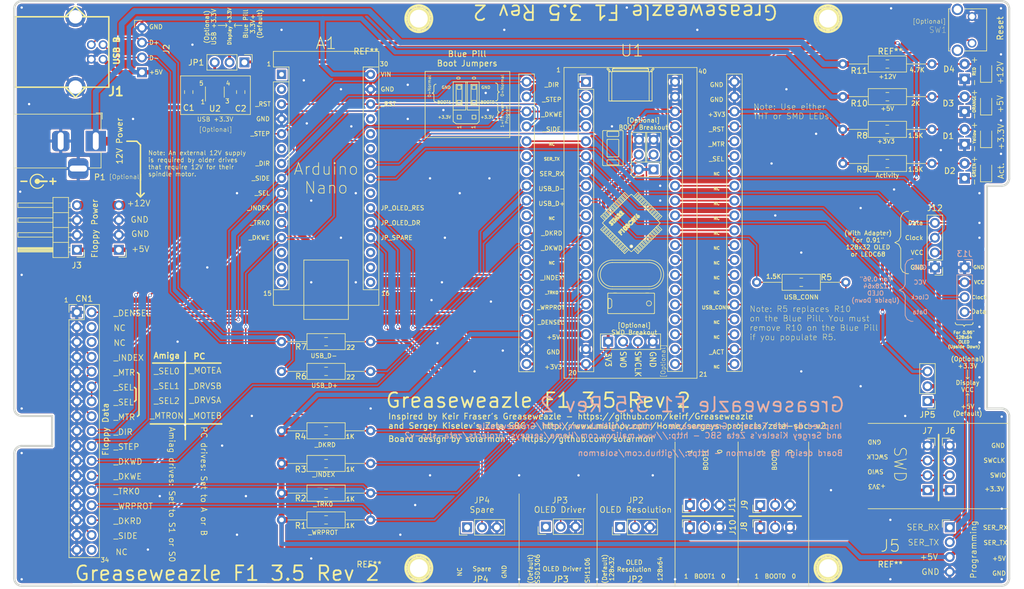
<source format=kicad_pcb>
(kicad_pcb (version 20171130) (host pcbnew "(5.1.9)-1")
  (title_block (title "Greaseweazle F1 3.5 Rev 2") (date 2020-12-08) (rev 2) (company solarmon))
  (layers (0 F.Cu signal) (31 B.Cu signal) (34 B.Paste user) (35 F.Paste user) (36 B.SilkS user) (37 F.SilkS user) (38 B.Mask user) (39 F.Mask user) (44 Edge.Cuts user))
  (net 0 "")
  (net 1 GND)
  (net 2 +12V)
  (net 3 /USB_D+)
  (net 4 /USB_D-)
  (net 5 +5V)
  (net 6 "Net-(CN1-Pad34)")
  (net 7 /_SIDE)
  (net 8 /_DKRD)
  (net 9 /_WRPROT)
  (net 10 /_TRK0)
  (net 11 /_DKWE)
  (net 12 /_DKWD)
  (net 13 /_STEP)
  (net 14 /_DIR)
  (net 15 /_MTR)
  (net 16 /_SEL)
  (net 17 /_INDEX)
  (net 18 "Net-(CN1-Pad6)")
  (net 19 "Net-(CN1-Pad4)")
  (net 20 /_DENSEL)
  (net 21 "Net-(D1-Pad2)")
  (net 22 "Net-(D2-Pad2)")
  (net 23 /_ACT)
  (net 24 "Net-(J1-Pad3)")
  (net 25 "Net-(J1-Pad2)")
  (net 26 /SER_TX)
  (net 27 /SER_RX)
  (net 28 /USB_CONN)
  (net 29 +3V3)
  (net 30 /_RST)
  (net 31 /SWD_SWIO)
  (net 32 /SWD_SWCLK)
  (net 33 "Net-(BP1-Pad13)")
  (net 34 "Net-(BP1-Pad10)")
  (net 35 "Net-(BP1-Pad5)")
  (net 36 "Net-(BP2-Pad14)")
  (net 37 "Net-(BP2-Pad13)")
  (net 38 "Net-(BP2-Pad12)")
  (net 39 "Net-(BP2-Pad11)")
  (net 40 "Net-(BP2-Pad10)")
  (net 41 "Net-(BP2-Pad9)")
  (net 42 "Net-(BP2-Pad8)")
  (net 43 "Net-(BP2-Pad7)")
  (net 44 "Net-(BP2-Pad6)")
  (net 45 "Net-(BP2-Pad4)")
  (net 46 "Net-(BP2-Pad3)")
  (net 47 "Net-(BP2-Pad1)")
  (net 48 /BOOT0)
  (net 49 /BOOT1)
  (net 50 "Net-(D3-Pad2)")
  (net 51 "Net-(D4-Pad2)")
  (net 52 "Net-(A1-Pad16)")
  (net 53 "Net-(A1-Pad15)")
  (net 54 "Net-(A1-Pad14)")
  (net 55 "Net-(A1-Pad13)")
  (net 56 "Net-(A1-Pad27)")
  (net 57 "Net-(A1-Pad26)")
  (net 58 "Net-(A1-Pad25)")
  (net 59 "Net-(A1-Pad22)")
  (net 60 "Net-(A1-Pad6)")
  (net 61 "Net-(A1-Pad18)")
  (net 62 "Net-(A1-Pad2)")
  (net 63 "Net-(A1-Pad17)")
  (net 64 "Net-(A1-Pad1)")
  (net 65 /USB_3V3)
  (net 66 "Net-(U2-Pad4)")
  (net 67 /Display_Data)
  (net 68 /JP_OLED_RES)
  (net 69 /JP_OLED_DR)
  (net 70 /JP_SPARE)
  (net 71 /Display_3V3)
  (net 72 "Net-(JP2-Pad1)")
  (net 73 "Net-(JP3-Pad1)")
  (net 74 "Net-(JP4-Pad1)")
  (net 75 /Display_Clock)
  (net 76 /Display_VCC)
  (module solarmon_library:Bumpon (layer F.Cu) (at 110.9726 57.023)
    (fp_text reference REF** (at 0 2.54) (layer F.SilkS))
    (fp_text value Bumpon)
  )
  (module solarmon_library:Bumpon (layer F.Cu) (at 200.66 57.023)
    (fp_text reference REF** (at 0 2.54) (layer F.SilkS))
    (fp_text value Bumpon)
  )
  (module solarmon_library:Bumpon (layer F.Cu) (at 200.66 144.78)
    (fp_text reference REF** (at 0 2.54) (layer F.SilkS))
    (fp_text value Bumpon)
  )
  (module solarmon_library:Bumpon (layer F.Cu) (at 111.506 144.78)
    (fp_text reference REF** (at 0 2.54) (layer F.SilkS))
    (fp_text value Bumpon)
  )
  (module Module:Arduino_Nano (layer F.Cu) (at 96.52 63.5)
    (fp_text reference A1 (at 7.62 -5.334) (layer F.SilkS) (effects (font (size 2 2))))
    (fp_text value Arduino_Nano_v3.x)
    (pad 16 thru_hole oval (at 15.24 35.56) (size 1.6 1.6) (drill 0.8) (layers *.Cu *.Mask) (net 52 "Net-(A1-Pad16)"))
    (pad 15 thru_hole oval (at 0 35.56) (size 1.6 1.6) (drill 0.8) (layers *.Cu *.Mask) (net 53 "Net-(A1-Pad15)"))
    (pad 30 thru_hole oval (at 15.24 0) (size 1.6 1.6) (drill 0.8) (layers *.Cu *.Mask) (net 5 +5V))
    (pad 14 thru_hole oval (at 0 33.02) (size 1.6 1.6) (drill 0.8) (layers *.Cu *.Mask) (net 54 "Net-(A1-Pad14)"))
    (pad 29 thru_hole oval (at 15.24 2.54) (size 1.6 1.6) (drill 0.8) (layers *.Cu *.Mask) (net 1 GND))
    (pad 13 thru_hole oval (at 0 30.48) (size 1.6 1.6) (drill 0.8) (layers *.Cu *.Mask) (net 55 "Net-(A1-Pad13)"))
    (pad 28 thru_hole oval (at 15.24 5.08) (size 1.6 1.6) (drill 0.8) (layers *.Cu *.Mask) (net 30 /_RST))
    (pad 12 thru_hole oval (at 0 27.94) (size 1.6 1.6) (drill 0.8) (layers *.Cu *.Mask) (net 11 /_DKWE))
    (pad 27 thru_hole oval (at 15.24 7.62) (size 1.6 1.6) (drill 0.8) (layers *.Cu *.Mask) (net 56 "Net-(A1-Pad27)"))
    (pad 11 thru_hole oval (at 0 25.4) (size 1.6 1.6) (drill 0.8) (layers *.Cu *.Mask) (net 10 /_TRK0))
    (pad 26 thru_hole oval (at 15.24 10.16) (size 1.6 1.6) (drill 0.8) (layers *.Cu *.Mask) (net 57 "Net-(A1-Pad26)"))
    (pad 10 thru_hole oval (at 0 22.86) (size 1.6 1.6) (drill 0.8) (layers *.Cu *.Mask) (net 17 /_INDEX))
    (pad 25 thru_hole oval (at 15.24 12.7) (size 1.6 1.6) (drill 0.8) (layers *.Cu *.Mask) (net 58 "Net-(A1-Pad25)"))
    (pad 9 thru_hole oval (at 0 20.32) (size 1.6 1.6) (drill 0.8) (layers *.Cu *.Mask) (net 16 /_SEL))
    (pad 24 thru_hole oval (at 15.24 15.24) (size 1.6 1.6) (drill 0.8) (layers *.Cu *.Mask) (net 75 /Display_Clock))
    (pad 8 thru_hole oval (at 0 17.78) (size 1.6 1.6) (drill 0.8) (layers *.Cu *.Mask) (net 7 /_SIDE))
    (pad 23 thru_hole oval (at 15.24 17.78) (size 1.6 1.6) (drill 0.8) (layers *.Cu *.Mask) (net 67 /Display_Data))
    (pad 7 thru_hole oval (at 0 15.24) (size 1.6 1.6) (drill 0.8) (layers *.Cu *.Mask) (net 14 /_DIR))
    (pad 22 thru_hole oval (at 15.24 20.32) (size 1.6 1.6) (drill 0.8) (layers *.Cu *.Mask) (net 59 "Net-(A1-Pad22)"))
    (pad 6 thru_hole oval (at 0 12.7) (size 1.6 1.6) (drill 0.8) (layers *.Cu *.Mask) (net 60 "Net-(A1-Pad6)"))
    (pad 21 thru_hole oval (at 15.24 22.86) (size 1.6 1.6) (drill 0.8) (layers *.Cu *.Mask) (net 68 /JP_OLED_RES))
    (pad 5 thru_hole oval (at 0 10.16) (size 1.6 1.6) (drill 0.8) (layers *.Cu *.Mask) (net 13 /_STEP))
    (pad 20 thru_hole oval (at 15.24 25.4) (size 1.6 1.6) (drill 0.8) (layers *.Cu *.Mask) (net 69 /JP_OLED_DR))
    (pad 4 thru_hole oval (at 0 7.62) (size 1.6 1.6) (drill 0.8) (layers *.Cu *.Mask) (net 1 GND))
    (pad 19 thru_hole oval (at 15.24 27.94) (size 1.6 1.6) (drill 0.8) (layers *.Cu *.Mask) (net 70 /JP_SPARE))
    (pad 3 thru_hole oval (at 0 5.08) (size 1.6 1.6) (drill 0.8) (layers *.Cu *.Mask) (net 30 /_RST))
    (pad 18 thru_hole oval (at 15.24 30.48) (size 1.6 1.6) (drill 0.8) (layers *.Cu *.Mask) (net 61 "Net-(A1-Pad18)"))
    (pad 2 thru_hole oval (at 0 2.54) (size 1.6 1.6) (drill 0.8) (layers *.Cu *.Mask) (net 62 "Net-(A1-Pad2)"))
    (pad 17 thru_hole oval (at 15.24 33.02) (size 1.6 1.6) (drill 0.8) (layers *.Cu *.Mask) (net 63 "Net-(A1-Pad17)"))
    (pad 1 thru_hole rect (at 0 0) (size 1.6 1.6) (drill 0.8) (layers *.Cu *.Mask) (net 64 "Net-(A1-Pad1)"))
  )
  (module w_conn_pc:conn_usb_B (layer F.Cu) (at 58.9788 59.6646 270)
    (fp_text reference J1 (at 6.7564 -9.2202) (layer F.SilkS) (effects (font (size 1.524 1.524) (thickness 0.3048))))
    (fp_text value "USB B" (at -0.2286 -9.3472 270) (layer F.SilkS) (effects (font (thickness 0.25))))
    (pad 5 thru_hole circle (at 6.0198 -2.286 270) (size 3.50012 3.50012) (drill 2.30124) (layers *.Cu *.Mask) (net 1 GND))
    (pad 5 thru_hole circle (at -6.0198 -2.286 270) (size 3.50012 3.50012) (drill 2.30124) (layers *.Cu *.Mask) (net 1 GND))
    (pad 2 thru_hole circle (at -1.2446 -7.0104 270) (size 1.50114 1.50114) (drill 0.94996) (layers *.Cu *.Mask) (net 25 "Net-(J1-Pad2)"))
    (pad 1 thru_hole circle (at 1.2446 -7.0104 270) (size 1.50114 1.50114) (drill 0.94996) (layers *.Cu *.Mask) (net 5 +5V))
    (pad 4 thru_hole circle (at 1.2446 -5.0038 270) (size 1.50114 1.50114) (drill 0.94996) (layers *.Cu *.Mask) (net 1 GND))
    (pad 3 thru_hole circle (at -1.2446 -5.0038 270) (size 1.50114 1.50114) (drill 0.94996) (layers *.Cu *.Mask) (net 24 "Net-(J1-Pad3)"))
  )
  (module Connector_PinHeader_2.54mm:PinHeader_1x03_P2.54mm_Vertical (layer F.Cu) (at 207.01 119.38 180)
    (fp_text reference JP5 (at 0 -2.33) (layer F.SilkS))
    (fp_text value Jumper_3_Bridged12)
    (pad 3 thru_hole oval (at 0 5.08 180) (size 1.7 1.7) (drill 1) (layers *.Cu *.Mask) (net 71 /Display_3V3))
    (pad 2 thru_hole oval (at 0 2.54 180) (size 1.7 1.7) (drill 1) (layers *.Cu *.Mask) (net 76 /Display_VCC))
    (pad 1 thru_hole rect (at 0 0 180) (size 1.7 1.7) (drill 1) (layers *.Cu *.Mask) (net 5 +5V))
  )
  (module Connector_PinHeader_2.54mm:PinHeader_1x04_P2.54mm_Vertical (layer B.Cu) (at 213.36 96.52 180)
    (fp_text reference J13 (at 0 2.33) (layer B.SilkS) (effects (justify mirror)))
    (fp_text value "Display Port")
    (pad 4 thru_hole oval (at 0 -7.62 180) (size 1.7 1.7) (drill 1) (layers *.Cu *.Mask) (net 67 /Display_Data))
    (pad 3 thru_hole oval (at 0 -5.08 180) (size 1.7 1.7) (drill 1) (layers *.Cu *.Mask) (net 75 /Display_Clock))
    (pad 2 thru_hole oval (at 0 -2.54 180) (size 1.7 1.7) (drill 1) (layers *.Cu *.Mask) (net 76 /Display_VCC))
    (pad 1 thru_hole rect (at 0 0 180) (size 1.7 1.7) (drill 1) (layers *.Cu *.Mask) (net 1 GND))
  )
  (module Connector_PinHeader_2.54mm:PinHeader_1x03_P2.54mm_Vertical (layer F.Cu) (at 128.27 140.97 90)
    (fp_text reference JP4 (at -8.89 2.286 180) (layer F.SilkS))
    (fp_text value Jumper_3_Bridged12)
    (pad 3 thru_hole oval (at 0 5.08 90) (size 1.7 1.7) (drill 1) (layers *.Cu *.Mask) (net 1 GND))
    (pad 2 thru_hole oval (at 0 2.54 90) (size 1.7 1.7) (drill 1) (layers *.Cu *.Mask) (net 70 /JP_SPARE))
    (pad 1 thru_hole rect (at 0 0 90) (size 1.7 1.7) (drill 1) (layers *.Cu *.Mask) (net 74 "Net-(JP4-Pad1)"))
  )
  (module Connector_PinHeader_2.54mm:PinHeader_1x03_P2.54mm_Vertical (layer F.Cu) (at 141.732 140.8592 90)
    (fp_text reference JP3 (at -9.0008 2.54 180) (layer F.SilkS))
    (fp_text value Jumper_3_Bridged12)
    (pad 3 thru_hole oval (at 0 5.08 90) (size 1.7 1.7) (drill 1) (layers *.Cu *.Mask) (net 1 GND))
    (pad 2 thru_hole oval (at 0 2.54 90) (size 1.7 1.7) (drill 1) (layers *.Cu *.Mask) (net 69 /JP_OLED_DR))
    (pad 1 thru_hole rect (at 0 0 90) (size 1.7 1.7) (drill 1) (layers *.Cu *.Mask) (net 73 "Net-(JP3-Pad1)"))
  )
  (module Connector_PinHeader_2.54mm:PinHeader_1x03_P2.54mm_Vertical (layer F.Cu) (at 154.432 140.9192 90)
    (fp_text reference JP2 (at -8.9408 2.54 180) (layer F.SilkS))
    (fp_text value Jumper_3_Bridged12)
    (pad 3 thru_hole oval (at 0 5.08 90) (size 1.7 1.7) (drill 1) (layers *.Cu *.Mask) (net 1 GND))
    (pad 2 thru_hole oval (at 0 2.54 90) (size 1.7 1.7) (drill 1) (layers *.Cu *.Mask) (net 68 /JP_OLED_RES))
    (pad 1 thru_hole rect (at 0 0 90) (size 1.7 1.7) (drill 1) (layers *.Cu *.Mask) (net 72 "Net-(JP2-Pad1)"))
  )
  (module Connector_PinHeader_2.54mm:PinHeader_1x03_P2.54mm_Vertical (layer F.Cu) (at 90.17 61.4426 270)
    (fp_text reference JP1 (at 0.0254 8.255 180) (layer F.SilkS))
    (fp_text value Jumper_3_Bridged12)
    (pad 3 thru_hole oval (at 0 5.08 270) (size 1.7 1.7) (drill 1) (layers *.Cu *.Mask) (net 65 /USB_3V3))
    (pad 2 thru_hole oval (at 0 2.54 270) (size 1.7 1.7) (drill 1) (layers *.Cu *.Mask) (net 71 /Display_3V3))
    (pad 1 thru_hole rect (at 0 0 270) (size 1.7 1.7) (drill 1) (layers *.Cu *.Mask) (net 29 +3V3))
  )
  (module Connector_PinHeader_2.54mm:PinHeader_1x04_P2.54mm_Vertical (layer F.Cu) (at 208.28 96.52 180)
    (fp_text reference J12 (at 0 10.16) (layer F.SilkS))
    (fp_text value "Display Port")
    (pad 4 thru_hole oval (at 0 7.62 180) (size 1.7 1.7) (drill 1) (layers *.Cu *.Mask) (net 67 /Display_Data))
    (pad 3 thru_hole oval (at 0 5.08 180) (size 1.7 1.7) (drill 1) (layers *.Cu *.Mask) (net 75 /Display_Clock))
    (pad 2 thru_hole oval (at 0 2.54 180) (size 1.7 1.7) (drill 1) (layers *.Cu *.Mask) (net 76 /Display_VCC))
    (pad 1 thru_hole rect (at 0 0 180) (size 1.7 1.7) (drill 1) (layers *.Cu *.Mask) (net 1 GND))
  )
  (module Connector_PinHeader_2.54mm:PinHeader_1x04_P2.54mm_Horizontal (layer F.Cu) (at 210.82 127)
    (fp_text reference J6 (at 0.1016 -2.54) (layer F.SilkS))
    (fp_text value "SWD Port")
    (pad 1 thru_hole rect (at 0 7.62) (size 1.7 1.7) (drill 1) (layers *.Cu *.Mask) (net 29 +3V3))
    (pad 2 thru_hole oval (at 0 5.08) (size 1.7 1.7) (drill 1) (layers *.Cu *.Mask) (net 31 /SWD_SWIO))
    (pad 3 thru_hole oval (at 0 2.54) (size 1.7 1.7) (drill 1) (layers *.Cu *.Mask) (net 32 /SWD_SWCLK))
    (pad 4 thru_hole circle (at 0 0) (size 1.7 1.7) (drill 1) (layers *.Cu *.Mask) (net 1 GND))
  )
  (module Connector_PinHeader_2.54mm:PinHeader_1x04_P2.54mm_Horizontal (layer F.Cu) (at 207.01 134.62 180)
    (fp_text reference J7 (at 0 10.16 180) (layer F.SilkS))
    (fp_text value "SWD Port")
    (pad 4 thru_hole circle (at 0 7.62 180) (size 1.7 1.7) (drill 1) (layers *.Cu *.Mask) (net 1 GND))
    (pad 3 thru_hole oval (at 0 5.08 180) (size 1.7 1.7) (drill 1) (layers *.Cu *.Mask) (net 32 /SWD_SWCLK))
    (pad 2 thru_hole oval (at 0 2.54 180) (size 1.7 1.7) (drill 1) (layers *.Cu *.Mask) (net 31 /SWD_SWIO))
    (pad 1 thru_hole rect (at 0 0 180) (size 1.7 1.7) (drill 1) (layers *.Cu *.Mask) (net 29 +3V3))
  )
  (module Package_TO_SOT_SMD:SOT-23-5 (layer F.Cu) (at 85.110001 66.5226 90)
    (fp_text reference U2 (at -2.8194 0.020001 180) (layer F.SilkS))
    (fp_text value AP2112K-3.3)
    (pad 5 smd rect (at 1.1 -0.95 90) (size 1.06 0.65) (layers F.Cu F.Paste F.Mask) (net 65 /USB_3V3))
    (pad 4 smd rect (at 1.1 0.95 90) (size 1.06 0.65) (layers F.Cu F.Paste F.Mask) (net 66 "Net-(U2-Pad4)"))
    (pad 3 smd rect (at -1.1 0.95 90) (size 1.06 0.65) (layers F.Cu F.Paste F.Mask) (net 5 +5V))
    (pad 2 smd rect (at -1.1 0 90) (size 1.06 0.65) (layers F.Cu F.Paste F.Mask) (net 1 GND))
    (pad 1 smd rect (at -1.1 -0.95 90) (size 1.06 0.65) (layers F.Cu F.Paste F.Mask) (net 5 +5V))
  )
  (module Capacitor_SMD:C_0805_2012Metric_Pad1.15x1.40mm_HandSolder (layer F.Cu) (at 89.535 66.5226 270)
    (fp_text reference C2 (at 2.8194 0 180) (layer F.SilkS))
    (fp_text value 1u)
    (pad 2 smd roundrect (at 1.025 0 270) (size 1.15 1.4) (layers F.Cu F.Paste F.Mask) (roundrect_rratio 0.2173904347826087) (net 1 GND))
    (pad 1 smd roundrect (at -1.025 0 270) (size 1.15 1.4) (layers F.Cu F.Paste F.Mask) (roundrect_rratio 0.2173904347826087) (net 65 /USB_3V3))
  )
  (module Capacitor_SMD:C_0805_2012Metric_Pad1.15x1.40mm_HandSolder (layer F.Cu) (at 80.645 66.5226 90)
    (fp_text reference C1 (at -2.6924 0 180) (layer F.SilkS))
    (fp_text value 1u)
    (pad 2 smd roundrect (at 1.025 0 90) (size 1.15 1.4) (layers F.Cu F.Paste F.Mask) (roundrect_rratio 0.2173904347826087) (net 1 GND))
    (pad 1 smd roundrect (at -1.025 0 90) (size 1.15 1.4) (layers F.Cu F.Paste F.Mask) (roundrect_rratio 0.2173904347826087) (net 5 +5V))
  )
  (module Resistor_THT:R_Axial_DIN0207_L6.3mm_D2.5mm_P15.24mm_Horizontal (layer F.Cu) (at 207.772 61.722 180)
    (fp_text reference R11 hide)
    (fp_text value R_Axial_DIN0207_L6.3mm_D2.5mm_P15.24mm_Horizontal)
    (pad 1 thru_hole circle (at 0 0 180) (size 1.6 1.6) (drill 0.8) (layers *.Cu *.Mask) (net 51 "Net-(D4-Pad2)"))
    (pad 2 thru_hole oval (at 15.24 0 180) (size 1.6 1.6) (drill 0.8) (layers *.Cu *.Mask) (net 2 +12V))
  )
  (module LED_THT:LED_D3.0mm_Horizontal_O1.27mm_Z6.0mm (layer F.Cu) (at 213.36 64.262 90)
    (fp_text reference D4 hide)
    (fp_text value LED_D3.0mm_Horizontal_O1.27mm_Z6.0mm)
    (pad 1 thru_hole rect (at 0 0 90) (size 1.8 1.8) (drill 0.9) (layers *.Cu *.Mask) (net 1 GND))
    (pad 2 thru_hole circle (at 2.54 0 90) (size 1.8 1.8) (drill 0.9) (layers *.Cu *.Mask) (net 51 "Net-(D4-Pad2)"))
  )
  (module Resistor_SMD:R_0805_2012Metric_Pad1.15x1.40mm_HandSolder (layer F.Cu) (at 200.152 61.722 180)
    (fp_text reference R11 (at 4.826 -1.143) (layer F.SilkS))
    (fp_text value 4.7K (at -5.08 -1.016) (layer F.SilkS) (effects (font (size 0.75 0.75))))
    (pad 2 smd roundrect (at 1.025 0 180) (size 1.15 1.4) (layers F.Cu F.Paste F.Mask) (roundrect_rratio 0.2173904347826087) (net 2 +12V))
    (pad 1 smd roundrect (at -1.025 0 180) (size 1.15 1.4) (layers F.Cu F.Paste F.Mask) (roundrect_rratio 0.2173904347826087) (net 51 "Net-(D4-Pad2)"))
  )
  (module LED_SMD:LED_0805_2012Metric_Pad1.15x1.40mm_HandSolder (layer F.Cu) (at 217.043 62.992 90)
    (fp_text reference D4 (at 0.381 -6.35 180) (layer F.SilkS))
    (fp_text value "+5V LED")
    (pad 2 smd roundrect (at 1.025 0 90) (size 1.15 1.4) (layers F.Cu F.Paste F.Mask) (roundrect_rratio 0.2173904347826087) (net 51 "Net-(D4-Pad2)"))
    (pad 1 smd roundrect (at -1.025 0 90) (size 1.15 1.4) (layers F.Cu F.Paste F.Mask) (roundrect_rratio 0.2173904347826087) (net 1 GND))
  )
  (module solarmon_library:Hex_standoff_m3_15mm (layer F.Cu) (at 119.9896 53.9496)
    (fp_text reference HEX hide)
    (fp_text value Hex_standoff_m3_15mm)
  )
  (module solarmon_library:Hex_standoff_m3_15mm (layer F.Cu) (at 120.0404 147.955)
    (fp_text reference HEX hide)
    (fp_text value Hex_standoff_m3_15mm)
  )
  (module solarmon_library:Hex_standoff_m3_15mm (layer F.Cu) (at 190.0428 147.955)
    (fp_text reference HEX hide)
    (fp_text value Hex_standoff_m3_15mm)
  )
  (module solarmon_library:Hex_standoff_m3_15mm (layer F.Cu) (at 190.0428 53.9242)
    (fp_text reference HEX hide)
    (fp_text value Hex_standoff_m3_15mm)
  )
  (module solarmon_library:Floppy_Drive (layer F.Cu) (at 159 100.838)
    (fp_text reference "Floppy Drive")
    (fp_text value Floppy_Drive)
  )
  (module Resistor_SMD:R_0805_2012Metric_Pad1.15x1.40mm_HandSolder (layer F.Cu) (at 200.152 67.31 180)
    (fp_text reference R10 (at 4.826 -1.143) (layer F.SilkS))
    (fp_text value 2K (at -4.826 -1.143) (layer F.SilkS) (effects (font (size 0.75 0.75))))
    (pad 2 smd roundrect (at 1.025 0 180) (size 1.15 1.4) (layers F.Cu F.Paste F.Mask) (roundrect_rratio 0.2173904347826087) (net 5 +5V))
    (pad 1 smd roundrect (at -1.025 0 180) (size 1.15 1.4) (layers F.Cu F.Paste F.Mask) (roundrect_rratio 0.2173904347826087) (net 50 "Net-(D3-Pad2)"))
  )
  (module Resistor_SMD:R_0805_2012Metric_Pad1.15x1.40mm_HandSolder (layer F.Cu) (at 200.152 78.74 180)
    (fp_text reference R9 (at 4.318 -1.016) (layer F.SilkS))
    (fp_text value 1.5K (at -4.826 -1.016) (layer F.SilkS) (effects (font (size 0.75 0.75))))
    (pad 2 smd roundrect (at 1.025 0 180) (size 1.15 1.4) (layers F.Cu F.Paste F.Mask) (roundrect_rratio 0.2173904347826087) (net 29 +3V3))
    (pad 1 smd roundrect (at -1.025 0 180) (size 1.15 1.4) (layers F.Cu F.Paste F.Mask) (roundrect_rratio 0.2173904347826087) (net 22 "Net-(D2-Pad2)"))
  )
  (module Resistor_SMD:R_0805_2012Metric_Pad1.15x1.40mm_HandSolder (layer F.Cu) (at 200.1266 72.898 180)
    (fp_text reference R8 (at 4.2926 -1.0668) (layer F.SilkS))
    (fp_text value 1.5K (at -4.8514 -1.0668) (layer F.SilkS) (effects (font (size 0.75 0.75))))
    (pad 2 smd roundrect (at 1.025 0 180) (size 1.15 1.4) (layers F.Cu F.Paste F.Mask) (roundrect_rratio 0.2173904347826087) (net 29 +3V3))
    (pad 1 smd roundrect (at -1.025 0 180) (size 1.15 1.4) (layers F.Cu F.Paste F.Mask) (roundrect_rratio 0.2173904347826087) (net 21 "Net-(D1-Pad2)"))
  )
  (module Resistor_SMD:R_0805_2012Metric_Pad1.15x1.40mm_HandSolder (layer F.Cu) (at 104.14 109.22)
    (fp_text reference R7 (at -4.2926 0.8636) (layer F.SilkS))
    (fp_text value 22 (at 4.2164 0.9906) (layer F.SilkS) (effects (font (size 0.75 0.75))))
    (pad 2 smd roundrect (at 1.025 0) (size 1.15 1.4) (layers F.Cu F.Paste F.Mask) (roundrect_rratio 0.2173904347826087) (net 4 /USB_D-))
    (pad 1 smd roundrect (at -1.025 0) (size 1.15 1.4) (layers F.Cu F.Paste F.Mask) (roundrect_rratio 0.2173904347826087) (net 25 "Net-(J1-Pad2)"))
  )
  (module Resistor_SMD:R_0805_2012Metric_Pad1.15x1.40mm_HandSolder (layer F.Cu) (at 104.14 114.3)
    (fp_text reference R6 (at -4.2926 0.8636) (layer F.SilkS))
    (fp_text value 22 (at 4.2164 0.9906) (layer F.SilkS) (effects (font (size 0.75 0.75))))
    (pad 2 smd roundrect (at 1.025 0) (size 1.15 1.4) (layers F.Cu F.Paste F.Mask) (roundrect_rratio 0.2173904347826087) (net 3 /USB_D+))
    (pad 1 smd roundrect (at -1.025 0) (size 1.15 1.4) (layers F.Cu F.Paste F.Mask) (roundrect_rratio 0.2173904347826087) (net 24 "Net-(J1-Pad3)"))
  )
  (module Resistor_SMD:R_0805_2012Metric_Pad1.15x1.40mm_HandSolder (layer F.Cu) (at 185.42 99.06)
    (fp_text reference R5 (at 4.2926 -0.8636) (layer F.SilkS))
    (fp_text value 1.5K (at -4.7244 -0.9906) (layer F.SilkS) (effects (font (size 0.75 0.75))))
    (pad 2 smd roundrect (at 1.025 0) (size 1.15 1.4) (layers F.Cu F.Paste F.Mask) (roundrect_rratio 0.2173904347826087) (net 28 /USB_CONN))
    (pad 1 smd roundrect (at -1.025 0) (size 1.15 1.4) (layers F.Cu F.Paste F.Mask) (roundrect_rratio 0.2173904347826087) (net 3 /USB_D+))
  )
  (module Resistor_SMD:R_0805_2012Metric_Pad1.15x1.40mm_HandSolder (layer F.Cu) (at 104.14 124.46)
    (fp_text reference R4 (at -4.3942 0.9906) (layer F.SilkS))
    (fp_text value 1K (at 4.1148 0.9906) (layer F.SilkS) (effects (font (size 0.75 0.75))))
    (pad 2 smd roundrect (at 1.025 0) (size 1.15 1.4) (layers F.Cu F.Paste F.Mask) (roundrect_rratio 0.2173904347826087) (net 8 /_DKRD))
    (pad 1 smd roundrect (at -1.025 0) (size 1.15 1.4) (layers F.Cu F.Paste F.Mask) (roundrect_rratio 0.2173904347826087) (net 5 +5V))
  )
  (module Resistor_SMD:R_0805_2012Metric_Pad1.15x1.40mm_HandSolder (layer F.Cu) (at 104.14 130.0734)
    (fp_text reference R3 (at -4.3561 0.9906) (layer F.SilkS))
    (fp_text value 1K (at 4.1529 0.9906) (layer F.SilkS) (effects (font (size 0.75 0.75))))
    (pad 2 smd roundrect (at 1.025 0) (size 1.15 1.4) (layers F.Cu F.Paste F.Mask) (roundrect_rratio 0.2173904347826087) (net 17 /_INDEX))
    (pad 1 smd roundrect (at -1.025 0) (size 1.15 1.4) (layers F.Cu F.Paste F.Mask) (roundrect_rratio 0.2173904347826087) (net 5 +5V))
  )
  (module Resistor_SMD:R_0805_2012Metric_Pad1.15x1.40mm_HandSolder (layer F.Cu) (at 104.14 135.1534)
    (fp_text reference R2 (at -4.3561 0.8636) (layer F.SilkS))
    (fp_text value 1K (at 4.1529 0.9906) (layer F.SilkS) (effects (font (size 0.75 0.75))))
    (pad 2 smd roundrect (at 1.025 0) (size 1.15 1.4) (layers F.Cu F.Paste F.Mask) (roundrect_rratio 0.2173904347826087) (net 10 /_TRK0))
    (pad 1 smd roundrect (at -1.025 0) (size 1.15 1.4) (layers F.Cu F.Paste F.Mask) (roundrect_rratio 0.2173904347826087) (net 5 +5V))
  )
  (module Resistor_SMD:R_0805_2012Metric_Pad1.15x1.40mm_HandSolder (layer F.Cu) (at 104.14 139.7)
    (fp_text reference R1 (at -4.3561 0.9906) (layer F.SilkS))
    (fp_text value 1K (at 4.1529 0.9906) (layer F.SilkS) (effects (font (size 0.75 0.75))))
    (pad 2 smd roundrect (at 1.025 0) (size 1.15 1.4) (layers F.Cu F.Paste F.Mask) (roundrect_rratio 0.2173904347826087) (net 9 /_WRPROT))
    (pad 1 smd roundrect (at -1.025 0) (size 1.15 1.4) (layers F.Cu F.Paste F.Mask) (roundrect_rratio 0.2173904347826087) (net 5 +5V))
  )
  (module LED_SMD:LED_0805_2012Metric_Pad1.15x1.40mm_HandSolder (layer F.Cu) (at 217.043 68.58 90)
    (fp_text reference D3 (at 0.127 -6.477 180) (layer F.SilkS))
    (fp_text value "+5V LED")
    (pad 2 smd roundrect (at 1.025 0 90) (size 1.15 1.4) (layers F.Cu F.Paste F.Mask) (roundrect_rratio 0.2173904347826087) (net 50 "Net-(D3-Pad2)"))
    (pad 1 smd roundrect (at -1.025 0 90) (size 1.15 1.4) (layers F.Cu F.Paste F.Mask) (roundrect_rratio 0.2173904347826087) (net 1 GND))
  )
  (module LED_SMD:LED_0805_2012Metric_Pad1.15x1.40mm_HandSolder (layer F.Cu) (at 217.043 80.01 90)
    (fp_text reference D2 (at 0 -6.223 180) (layer F.SilkS))
    (fp_text value "ACT LED")
    (pad 1 smd roundrect (at -1.025 0 90) (size 1.15 1.4) (layers F.Cu F.Paste F.Mask) (roundrect_rratio 0.2173904347826087) (net 23 /_ACT))
    (pad 2 smd roundrect (at 1.025 0 90) (size 1.15 1.4) (layers F.Cu F.Paste F.Mask) (roundrect_rratio 0.2173904347826087) (net 22 "Net-(D2-Pad2)"))
  )
  (module LED_SMD:LED_0805_2012Metric_Pad1.15x1.40mm_HandSolder (layer F.Cu) (at 217.043 74.168 90)
    (fp_text reference D1 (at 0.127 -6.477 180) (layer F.SilkS))
    (fp_text value "+3V3 LED")
    (pad 2 smd roundrect (at 1.025 0 90) (size 1.15 1.4) (layers F.Cu F.Paste F.Mask) (roundrect_rratio 0.2173904347826087) (net 21 "Net-(D1-Pad2)"))
    (pad 1 smd roundrect (at -1.025 0 90) (size 1.15 1.4) (layers F.Cu F.Paste F.Mask) (roundrect_rratio 0.2173904347826087) (net 1 GND))
  )
  (module LED_THT:LED_D3.0mm_Horizontal_O1.27mm_Z6.0mm (layer F.Cu) (at 213.36 81.28 90)
    (fp_text reference D2 hide)
    (fp_text value LED_D3.0mm_Horizontal_O1.27mm_Z6.0mm)
    (pad 2 thru_hole circle (at 2.54 0 90) (size 1.8 1.8) (drill 0.9) (layers *.Cu *.Mask) (net 22 "Net-(D2-Pad2)"))
    (pad 1 thru_hole rect (at 0 0 90) (size 1.8 1.8) (drill 0.9) (layers *.Cu *.Mask) (net 23 /_ACT))
  )
  (module LED_THT:LED_D3.0mm_Horizontal_O1.27mm_Z6.0mm (layer F.Cu) (at 213.36 75.438 90)
    (fp_text reference D1 hide)
    (fp_text value LED_D3.0mm_Horizontal_O1.27mm_Z6.0mm)
    (pad 1 thru_hole rect (at 0 0 90) (size 1.8 1.8) (drill 0.9) (layers *.Cu *.Mask) (net 1 GND))
    (pad 2 thru_hole circle (at 2.54 0 90) (size 1.8 1.8) (drill 0.9) (layers *.Cu *.Mask) (net 21 "Net-(D1-Pad2)"))
  )
  (module LED_THT:LED_D3.0mm_Horizontal_O1.27mm_Z6.0mm (layer F.Cu) (at 213.36 69.85 90)
    (fp_text reference D3 hide)
    (fp_text value LED_D3.0mm_Horizontal_O1.27mm_Z6.0mm)
    (pad 2 thru_hole circle (at 2.54 0 90) (size 1.8 1.8) (drill 0.9) (layers *.Cu *.Mask) (net 50 "Net-(D3-Pad2)"))
    (pad 1 thru_hole rect (at 0 0 90) (size 1.8 1.8) (drill 0.9) (layers *.Cu *.Mask) (net 1 GND))
  )
  (module Resistor_THT:R_Axial_DIN0207_L6.3mm_D2.5mm_P15.24mm_Horizontal (layer F.Cu) (at 111.76 109.22 180)
    (fp_text reference R7 hide)
    (fp_text value R_Axial_DIN0207_L6.3mm_D2.5mm_P15.24mm_Horizontal)
    (pad 1 thru_hole circle (at 0 0 180) (size 1.6 1.6) (drill 0.8) (layers *.Cu *.Mask) (net 4 /USB_D-))
    (pad 2 thru_hole oval (at 15.24 0 180) (size 1.6 1.6) (drill 0.8) (layers *.Cu *.Mask) (net 25 "Net-(J1-Pad2)"))
  )
  (module Resistor_THT:R_Axial_DIN0207_L6.3mm_D2.5mm_P15.24mm_Horizontal (layer F.Cu) (at 111.76 114.3 180)
    (fp_text reference R6 hide)
    (fp_text value R_Axial_DIN0207_L6.3mm_D2.5mm_P15.24mm_Horizontal)
    (pad 2 thru_hole oval (at 15.24 0 180) (size 1.6 1.6) (drill 0.8) (layers *.Cu *.Mask) (net 24 "Net-(J1-Pad3)"))
    (pad 1 thru_hole circle (at 0 0 180) (size 1.6 1.6) (drill 0.8) (layers *.Cu *.Mask) (net 3 /USB_D+))
  )
  (module Resistor_THT:R_Axial_DIN0207_L6.3mm_D2.5mm_P15.24mm_Horizontal (layer F.Cu) (at 177.8 99.06)
    (fp_text reference R5 hide)
    (fp_text value R_Axial_DIN0207_L6.3mm_D2.5mm_P15.24mm_Horizontal)
    (pad 1 thru_hole circle (at 0 0) (size 1.6 1.6) (drill 0.8) (layers *.Cu *.Mask) (net 3 /USB_D+))
    (pad 2 thru_hole oval (at 15.24 0) (size 1.6 1.6) (drill 0.8) (layers *.Cu *.Mask) (net 28 /USB_CONN))
  )
  (module Resistor_THT:R_Axial_DIN0207_L6.3mm_D2.5mm_P15.24mm_Horizontal (layer F.Cu) (at 111.76 124.46 180)
    (fp_text reference R4 hide)
    (fp_text value R_Axial_DIN0207_L6.3mm_D2.5mm_P15.24mm_Horizontal)
    (pad 2 thru_hole oval (at 15.24 0 180) (size 1.6 1.6) (drill 0.8) (layers *.Cu *.Mask) (net 5 +5V))
    (pad 1 thru_hole circle (at 0 0 180) (size 1.6 1.6) (drill 0.8) (layers *.Cu *.Mask) (net 8 /_DKRD))
  )
  (module Resistor_THT:R_Axial_DIN0207_L6.3mm_D2.5mm_P15.24mm_Horizontal (layer F.Cu) (at 111.76 130.048 180)
    (fp_text reference R3 hide)
    (fp_text value R_Axial_DIN0207_L6.3mm_D2.5mm_P15.24mm_Horizontal)
    (pad 1 thru_hole circle (at 0 0 180) (size 1.6 1.6) (drill 0.8) (layers *.Cu *.Mask) (net 17 /_INDEX))
    (pad 2 thru_hole oval (at 15.24 0 180) (size 1.6 1.6) (drill 0.8) (layers *.Cu *.Mask) (net 5 +5V))
  )
  (module Resistor_THT:R_Axial_DIN0207_L6.3mm_D2.5mm_P15.24mm_Horizontal (layer F.Cu) (at 111.76 135.128 180)
    (fp_text reference R2 hide)
    (fp_text value R_Axial_DIN0207_L6.3mm_D2.5mm_P15.24mm_Horizontal)
    (pad 2 thru_hole oval (at 15.24 0 180) (size 1.6 1.6) (drill 0.8) (layers *.Cu *.Mask) (net 5 +5V))
    (pad 1 thru_hole circle (at 0 0 180) (size 1.6 1.6) (drill 0.8) (layers *.Cu *.Mask) (net 10 /_TRK0))
  )
  (module Resistor_THT:R_Axial_DIN0207_L6.3mm_D2.5mm_P15.24mm_Horizontal (layer F.Cu) (at 111.76 139.7 180)
    (fp_text reference R1 hide)
    (fp_text value R_Axial_DIN0207_L6.3mm_D2.5mm_P15.24mm_Horizontal)
    (pad 1 thru_hole circle (at 0 0 180) (size 1.6 1.6) (drill 0.8) (layers *.Cu *.Mask) (net 9 /_WRPROT))
    (pad 2 thru_hole oval (at 15.24 0 180) (size 1.6 1.6) (drill 0.8) (layers *.Cu *.Mask) (net 5 +5V))
  )
  (module Resistor_THT:R_Axial_DIN0207_L6.3mm_D2.5mm_P15.24mm_Horizontal (layer F.Cu) (at 207.772 78.74 180)
    (fp_text reference R9 hide)
    (fp_text value R_Axial_DIN0207_L6.3mm_D2.5mm_P15.24mm_Horizontal)
    (pad 2 thru_hole oval (at 15.24 0 180) (size 1.6 1.6) (drill 0.8) (layers *.Cu *.Mask) (net 29 +3V3))
    (pad 1 thru_hole circle (at 0 0 180) (size 1.6 1.6) (drill 0.8) (layers *.Cu *.Mask) (net 22 "Net-(D2-Pad2)"))
  )
  (module Resistor_THT:R_Axial_DIN0207_L6.3mm_D2.5mm_P15.24mm_Horizontal (layer F.Cu) (at 207.772 72.898 180)
    (fp_text reference R8 hide)
    (fp_text value R_Axial_DIN0207_L6.3mm_D2.5mm_P15.24mm_Horizontal)
    (pad 1 thru_hole circle (at 0 0 180) (size 1.6 1.6) (drill 0.8) (layers *.Cu *.Mask) (net 21 "Net-(D1-Pad2)"))
    (pad 2 thru_hole oval (at 15.24 0 180) (size 1.6 1.6) (drill 0.8) (layers *.Cu *.Mask) (net 29 +3V3))
  )
  (module Resistor_THT:R_Axial_DIN0207_L6.3mm_D2.5mm_P15.24mm_Horizontal (layer F.Cu) (at 207.772 67.31 180)
    (fp_text reference R10 hide)
    (fp_text value R_Axial_DIN0207_L6.3mm_D2.5mm_P15.24mm_Horizontal)
    (pad 2 thru_hole oval (at 15.24 0 180) (size 1.6 1.6) (drill 0.8) (layers *.Cu *.Mask) (net 5 +5V))
    (pad 1 thru_hole circle (at 0 0 180) (size 1.6 1.6) (drill 0.8) (layers *.Cu *.Mask) (net 50 "Net-(D3-Pad2)"))
  )
  (module Kicad-STM32-master:YAAJ_BluePill_SWD_1_BootPins (layer F.Cu) (at 148.59 64.77)
    (fp_text reference U1 (at 7.874 -5.334) (layer F.SilkS) (effects (font (size 2 2))))
    (fp_text value "Blue Pill" hide)
    (fp_text user GND (at 11.43 47.498 270 unlocked) (layer F.SilkS) (effects (font (size 1 0.9))))
    (fp_text user SWCLK (at 8.89 48.26 270 unlocked) (layer F.SilkS) (effects (font (size 1 0.9))))
    (fp_text user SWO (at 6.35 47.498 270 unlocked) (layer F.SilkS) (effects (font (size 1 0.9))))
    (fp_text user 3V3 (at 3.81 47.498 270 unlocked) (layer F.SilkS) (effects (font (size 1 0.9))))
    (pad 48 thru_hole circle (at 9.0297 14.986) (size 1.7 1.7) (drill 1) (layers *.Cu *.Mask) (net 29 +3V3))
    (pad 49 thru_hole circle (at 9.0297 12.446) (size 1.7 1.7) (drill 1) (layers *.Cu *.Mask) (net 49 /BOOT1))
    (pad 50 thru_hole circle (at 9.0932 9.906) (size 1.7 1.7) (drill 1) (layers *.Cu *.Mask) (net 1 GND))
    (pad 45 thru_hole rect (at 11.5697 14.986) (size 1.7 1.7) (drill 1) (layers *.Cu *.Mask) (net 29 +3V3))
    (pad 47 thru_hole circle (at 11.5697 9.906) (size 1.7 1.7) (drill 1) (layers *.Cu *.Mask) (net 1 GND))
    (pad 46 thru_hole circle (at 11.5697 12.446) (size 1.7 1.7) (drill 1) (layers *.Cu *.Mask) (net 48 /BOOT0))
    (pad 20 thru_hole circle (at 0 48.26) (size 1.7 1.7) (drill 1) (layers *.Cu *.Mask) (net 29 +3V3))
    (pad 21 thru_hole circle (at 15.24 48.26) (size 1.7 1.7) (drill 1) (layers *.Cu *.Mask) (net 47 "Net-(BP2-Pad1)"))
    (pad 19 thru_hole circle (at 0 45.72) (size 1.7 1.7) (drill 1) (layers *.Cu *.Mask) (net 1 GND))
    (pad 22 thru_hole circle (at 15.24 45.72) (size 1.7 1.7) (drill 1) (layers *.Cu *.Mask) (net 23 /_ACT))
    (pad 18 thru_hole circle (at 0 43.18) (size 1.7 1.7) (drill 1) (layers *.Cu *.Mask) (net 5 +5V))
    (pad 23 thru_hole circle (at 15.24 43.18) (size 1.7 1.7) (drill 1) (layers *.Cu *.Mask) (net 46 "Net-(BP2-Pad3)"))
    (pad 17 thru_hole circle (at 0 40.64) (size 1.7 1.7) (drill 1) (layers *.Cu *.Mask) (net 20 /_DENSEL))
    (pad 24 thru_hole circle (at 15.24 40.64) (size 1.7 1.7) (drill 1) (layers *.Cu *.Mask) (net 45 "Net-(BP2-Pad4)"))
    (pad 16 thru_hole circle (at 0 38.1) (size 1.7 1.7) (drill 1) (layers *.Cu *.Mask) (net 9 /_WRPROT))
    (pad 25 thru_hole circle (at 15.24 38.1) (size 1.7 1.7) (drill 1) (layers *.Cu *.Mask) (net 28 /USB_CONN))
    (pad 15 thru_hole circle (at 0 35.56) (size 1.7 1.7) (drill 1) (layers *.Cu *.Mask) (net 10 /_TRK0))
    (pad 26 thru_hole circle (at 15.24 35.56) (size 1.7 1.7) (drill 1) (layers *.Cu *.Mask) (net 44 "Net-(BP2-Pad6)"))
    (pad 14 thru_hole circle (at 0 33.02) (size 1.7 1.7) (drill 1) (layers *.Cu *.Mask) (net 17 /_INDEX))
    (pad 27 thru_hole circle (at 15.24 33.02) (size 1.7 1.7) (drill 1) (layers *.Cu *.Mask) (net 43 "Net-(BP2-Pad7)"))
    (pad 13 thru_hole circle (at 0 30.48) (size 1.7 1.7) (drill 1) (layers *.Cu *.Mask) (net 33 "Net-(BP1-Pad13)"))
    (pad 28 thru_hole circle (at 15.24 30.48) (size 1.7 1.7) (drill 1) (layers *.Cu *.Mask) (net 42 "Net-(BP2-Pad8)"))
    (pad 12 thru_hole circle (at 0 27.94) (size 1.7 1.7) (drill 1) (layers *.Cu *.Mask) (net 12 /_DKWD))
    (pad 29 thru_hole circle (at 15.24 27.94) (size 1.7 1.7) (drill 1) (layers *.Cu *.Mask) (net 41 "Net-(BP2-Pad9)"))
    (pad 11 thru_hole circle (at 0 25.4) (size 1.7 1.7) (drill 1) (layers *.Cu *.Mask) (net 8 /_DKRD))
    (pad 30 thru_hole circle (at 15.24 25.4) (size 1.7 1.7) (drill 1) (layers *.Cu *.Mask) (net 40 "Net-(BP2-Pad10)"))
    (pad 10 thru_hole circle (at 0 22.86) (size 1.7 1.7) (drill 1) (layers *.Cu *.Mask) (net 34 "Net-(BP1-Pad10)"))
    (pad 31 thru_hole circle (at 15.24 22.86) (size 1.7 1.7) (drill 1) (layers *.Cu *.Mask) (net 39 "Net-(BP2-Pad11)"))
    (pad 9 thru_hole circle (at 0 20.32) (size 1.7 1.7) (drill 1) (layers *.Cu *.Mask) (net 3 /USB_D+))
    (pad 32 thru_hole circle (at 15.24 20.32) (size 1.7 1.7) (drill 1) (layers *.Cu *.Mask) (net 38 "Net-(BP2-Pad12)"))
    (pad 8 thru_hole circle (at 0 17.78) (size 1.7 1.7) (drill 1) (layers *.Cu *.Mask) (net 4 /USB_D-))
    (pad 33 thru_hole circle (at 15.24 17.78) (size 1.7 1.7) (drill 1) (layers *.Cu *.Mask) (net 37 "Net-(BP2-Pad13)"))
    (pad 7 thru_hole circle (at 0 15.24) (size 1.7 1.7) (drill 1) (layers *.Cu *.Mask) (net 27 /SER_RX))
    (pad 34 thru_hole circle (at 15.24 15.24) (size 1.7 1.7) (drill 1) (layers *.Cu *.Mask) (net 36 "Net-(BP2-Pad14)"))
    (pad 6 thru_hole circle (at 0 12.7) (size 1.7 1.7) (drill 1) (layers *.Cu *.Mask) (net 26 /SER_TX))
    (pad 35 thru_hole circle (at 15.24 12.7) (size 1.7 1.7) (drill 1) (layers *.Cu *.Mask) (net 16 /_SEL))
    (pad 5 thru_hole circle (at 0 10.16) (size 1.7 1.7) (drill 1) (layers *.Cu *.Mask) (net 35 "Net-(BP1-Pad5)"))
    (pad 36 thru_hole circle (at 15.24 10.16) (size 1.7 1.7) (drill 1) (layers *.Cu *.Mask) (net 15 /_MTR))
    (pad 4 thru_hole circle (at 0 7.62) (size 1.7 1.7) (drill 1) (layers *.Cu *.Mask) (net 7 /_SIDE))
    (pad 37 thru_hole circle (at 15.24 7.62) (size 1.7 1.7) (drill 1) (layers *.Cu *.Mask) (net 30 /_RST))
    (pad 3 thru_hole circle (at 0 5.08) (size 1.7 1.7) (drill 1) (layers *.Cu *.Mask) (net 11 /_DKWE))
    (pad 38 thru_hole circle (at 15.24 5.08) (size 1.7 1.7) (drill 1) (layers *.Cu *.Mask) (net 29 +3V3))
    (pad 2 thru_hole circle (at 0 2.54) (size 1.7 1.7) (drill 1) (layers *.Cu *.Mask) (net 13 /_STEP))
    (pad 39 thru_hole circle (at 15.24 2.54) (size 1.7 1.7) (drill 1) (layers *.Cu *.Mask) (net 1 GND))
    (pad 1 thru_hole rect (at 0 0) (size 1.7 1.7) (drill 1) (layers *.Cu *.Mask) (net 14 /_DIR))
    (pad 40 thru_hole circle (at 15.24 0) (size 1.7 1.7) (drill 1) (layers *.Cu *.Mask) (net 1 GND))
    (pad 44 thru_hole circle (at 11.43 44.45) (size 1.7 1.7) (drill 1) (layers *.Cu *.Mask) (net 1 GND))
    (pad 43 thru_hole circle (at 8.89 44.45) (size 1.7 1.7) (drill 1) (layers *.Cu *.Mask) (net 32 /SWD_SWCLK))
    (pad 42 thru_hole circle (at 6.35 44.45) (size 1.7 1.7) (drill 1) (layers *.Cu *.Mask) (net 31 /SWD_SWIO))
    (pad 41 thru_hole rect (at 3.81 44.45) (size 1.7 1.7) (drill 1) (layers *.Cu *.Mask) (net 29 +3V3))
  )
  (module Connector_PinHeader_2.54mm:PinHeader_1x20_P2.54mm_Vertical (layer F.Cu) (at 138.43 64.77)
    (fp_text reference BP1 hide)
    (fp_text value Conn_01x20_Male)
    (pad 20 thru_hole oval (at 0 48.26) (size 1.7 1.7) (drill 1) (layers *.Cu *.Mask) (net 29 +3V3))
    (pad 19 thru_hole oval (at 0 45.72) (size 1.7 1.7) (drill 1) (layers *.Cu *.Mask) (net 1 GND))
    (pad 18 thru_hole oval (at 0 43.18) (size 1.7 1.7) (drill 1) (layers *.Cu *.Mask) (net 5 +5V))
    (pad 17 thru_hole oval (at 0 40.64) (size 1.7 1.7) (drill 1) (layers *.Cu *.Mask) (net 20 /_DENSEL))
    (pad 16 thru_hole oval (at 0 38.1) (size 1.7 1.7) (drill 1) (layers *.Cu *.Mask) (net 9 /_WRPROT))
    (pad 15 thru_hole oval (at 0 35.56) (size 1.7 1.7) (drill 1) (layers *.Cu *.Mask) (net 10 /_TRK0))
    (pad 14 thru_hole oval (at 0 33.02) (size 1.7 1.7) (drill 1) (layers *.Cu *.Mask) (net 17 /_INDEX))
    (pad 13 thru_hole oval (at 0 30.48) (size 1.7 1.7) (drill 1) (layers *.Cu *.Mask) (net 33 "Net-(BP1-Pad13)"))
    (pad 12 thru_hole oval (at 0 27.94) (size 1.7 1.7) (drill 1) (layers *.Cu *.Mask) (net 12 /_DKWD))
    (pad 11 thru_hole oval (at 0 25.4) (size 1.7 1.7) (drill 1) (layers *.Cu *.Mask) (net 8 /_DKRD))
    (pad 10 thru_hole oval (at 0 22.86) (size 1.7 1.7) (drill 1) (layers *.Cu *.Mask) (net 34 "Net-(BP1-Pad10)"))
    (pad 9 thru_hole oval (at 0 20.32) (size 1.7 1.7) (drill 1) (layers *.Cu *.Mask) (net 3 /USB_D+))
    (pad 8 thru_hole oval (at 0 17.78) (size 1.7 1.7) (drill 1) (layers *.Cu *.Mask) (net 4 /USB_D-))
    (pad 7 thru_hole oval (at 0 15.24) (size 1.7 1.7) (drill 1) (layers *.Cu *.Mask) (net 27 /SER_RX))
    (pad 6 thru_hole oval (at 0 12.7) (size 1.7 1.7) (drill 1) (layers *.Cu *.Mask) (net 26 /SER_TX))
    (pad 5 thru_hole oval (at 0 10.16) (size 1.7 1.7) (drill 1) (layers *.Cu *.Mask) (net 35 "Net-(BP1-Pad5)"))
    (pad 4 thru_hole oval (at 0 7.62) (size 1.7 1.7) (drill 1) (layers *.Cu *.Mask) (net 7 /_SIDE))
    (pad 3 thru_hole oval (at 0 5.08) (size 1.7 1.7) (drill 1) (layers *.Cu *.Mask) (net 11 /_DKWE))
    (pad 2 thru_hole oval (at 0 2.54) (size 1.7 1.7) (drill 1) (layers *.Cu *.Mask) (net 13 /_STEP))
    (pad 1 thru_hole circle (at 0 0) (size 1.7 1.7) (drill 1) (layers *.Cu *.Mask) (net 14 /_DIR))
  )
  (module Connector_PinHeader_2.54mm:PinHeader_1x20_P2.54mm_Vertical (layer F.Cu) (at 173.99 113.03 180)
    (fp_text reference BP2 hide)
    (fp_text value Conn_01x20_Male)
    (pad 20 thru_hole oval (at 0 48.26 180) (size 1.7 1.7) (drill 1) (layers *.Cu *.Mask) (net 1 GND))
    (pad 19 thru_hole oval (at 0 45.72 180) (size 1.7 1.7) (drill 1) (layers *.Cu *.Mask) (net 1 GND))
    (pad 18 thru_hole oval (at 0 43.18 180) (size 1.7 1.7) (drill 1) (layers *.Cu *.Mask) (net 29 +3V3))
    (pad 17 thru_hole oval (at 0 40.64 180) (size 1.7 1.7) (drill 1) (layers *.Cu *.Mask) (net 30 /_RST))
    (pad 16 thru_hole oval (at 0 38.1 180) (size 1.7 1.7) (drill 1) (layers *.Cu *.Mask) (net 15 /_MTR))
    (pad 15 thru_hole oval (at 0 35.56 180) (size 1.7 1.7) (drill 1) (layers *.Cu *.Mask) (net 16 /_SEL))
    (pad 14 thru_hole oval (at 0 33.02 180) (size 1.7 1.7) (drill 1) (layers *.Cu *.Mask) (net 36 "Net-(BP2-Pad14)"))
    (pad 13 thru_hole oval (at 0 30.48 180) (size 1.7 1.7) (drill 1) (layers *.Cu *.Mask) (net 37 "Net-(BP2-Pad13)"))
    (pad 12 thru_hole oval (at 0 27.94 180) (size 1.7 1.7) (drill 1) (layers *.Cu *.Mask) (net 38 "Net-(BP2-Pad12)"))
    (pad 11 thru_hole oval (at 0 25.4 180) (size 1.7 1.7) (drill 1) (layers *.Cu *.Mask) (net 39 "Net-(BP2-Pad11)"))
    (pad 10 thru_hole oval (at 0 22.86 180) (size 1.7 1.7) (drill 1) (layers *.Cu *.Mask) (net 40 "Net-(BP2-Pad10)"))
    (pad 9 thru_hole oval (at 0 20.32 180) (size 1.7 1.7) (drill 1) (layers *.Cu *.Mask) (net 41 "Net-(BP2-Pad9)"))
    (pad 8 thru_hole oval (at 0 17.78 180) (size 1.7 1.7) (drill 1) (layers *.Cu *.Mask) (net 42 "Net-(BP2-Pad8)"))
    (pad 7 thru_hole oval (at 0 15.24 180) (size 1.7 1.7) (drill 1) (layers *.Cu *.Mask) (net 43 "Net-(BP2-Pad7)"))
    (pad 6 thru_hole oval (at 0 12.7 180) (size 1.7 1.7) (drill 1) (layers *.Cu *.Mask) (net 44 "Net-(BP2-Pad6)"))
    (pad 5 thru_hole oval (at 0 10.16 180) (size 1.7 1.7) (drill 1) (layers *.Cu *.Mask) (net 28 /USB_CONN))
    (pad 4 thru_hole oval (at 0 7.62 180) (size 1.7 1.7) (drill 1) (layers *.Cu *.Mask) (net 45 "Net-(BP2-Pad4)"))
    (pad 3 thru_hole oval (at 0 5.08 180) (size 1.7 1.7) (drill 1) (layers *.Cu *.Mask) (net 46 "Net-(BP2-Pad3)"))
    (pad 2 thru_hole oval (at 0 2.54 180) (size 1.7 1.7) (drill 1) (layers *.Cu *.Mask) (net 23 /_ACT))
    (pad 1 thru_hole circle (at 0 0 180) (size 1.7 1.7) (drill 1) (layers *.Cu *.Mask) (net 47 "Net-(BP2-Pad1)"))
  )
  (module Connector_PinHeader_2.54mm:PinHeader_1x04_P2.54mm_Horizontal (layer F.Cu) (at 72.644 55.5244)
    (fp_text reference J2 (at 4.191 3.6576 90) (layer F.SilkS))
    (fp_text value "USB Header" hide)
    (pad 1 thru_hole rect (at 0 7.62) (size 1.7 1.7) (drill 1) (layers *.Cu *.Mask) (net 5 +5V))
    (pad 2 thru_hole oval (at 0 5.08) (size 1.7 1.7) (drill 1) (layers *.Cu *.Mask) (net 25 "Net-(J1-Pad2)"))
    (pad 3 thru_hole oval (at 0 2.54) (size 1.7 1.7) (drill 1) (layers *.Cu *.Mask) (net 24 "Net-(J1-Pad3)"))
    (pad 4 thru_hole oval (at 0 0) (size 1.7 1.7) (drill 1) (layers *.Cu *.Mask) (net 1 GND))
  )
  (module Connector_PinHeader_2.54mm:PinHeader_1x03_P2.54mm_Horizontal (layer F.Cu) (at 178.4096 137.16 90)
    (fp_text reference J9 (at 0 -2.6924 90) (layer F.SilkS))
    (fp_text value Conn_01x03)
    (pad 3 thru_hole oval (at 0 5.08 90) (size 1.7 1.7) (drill 1) (layers *.Cu *.Mask) (net 1 GND))
    (pad 2 thru_hole oval (at 0 2.54 90) (size 1.7 1.7) (drill 1) (layers *.Cu *.Mask) (net 48 /BOOT0))
    (pad 1 thru_hole rect (at 0 0 90) (size 1.7 1.7) (drill 1) (layers *.Cu *.Mask) (net 29 +3V3))
  )
  (module Connector_PinHeader_2.54mm:PinHeader_1x03_P2.54mm_Horizontal (layer F.Cu) (at 166.37 137.16 90)
    (fp_text reference J11 (at 0.0508 7.2136 90) (layer F.SilkS))
    (fp_text value Conn_01x03)
    (pad 3 thru_hole oval (at 0 5.08 90) (size 1.7 1.7) (drill 1) (layers *.Cu *.Mask) (net 1 GND))
    (pad 2 thru_hole oval (at 0 2.54 90) (size 1.7 1.7) (drill 1) (layers *.Cu *.Mask) (net 49 /BOOT1))
    (pad 1 thru_hole rect (at 0 0 90) (size 1.7 1.7) (drill 1) (layers *.Cu *.Mask) (net 29 +3V3))
  )
  (module Connector_PinHeader_2.54mm:PinHeader_1x03_P2.54mm_Horizontal (layer F.Cu) (at 171.45 140.97 270)
    (fp_text reference J10 (at 0 -2.2352 270) (layer F.SilkS))
    (fp_text value Conn_01x03)
    (pad 1 thru_hole rect (at 0 5.08 270) (size 1.7 1.7) (drill 1) (layers *.Cu *.Mask) (net 29 +3V3))
    (pad 2 thru_hole oval (at 0 2.54 270) (size 1.7 1.7) (drill 1) (layers *.Cu *.Mask) (net 49 /BOOT1))
    (pad 3 thru_hole circle (at 0 0 270) (size 1.7 1.7) (drill 1) (layers *.Cu *.Mask) (net 1 GND))
  )
  (module Connector_PinHeader_2.54mm:PinHeader_1x03_P2.54mm_Horizontal (layer F.Cu) (at 183.4896 140.97 270)
    (fp_text reference J8 (at -0.1016 7.874 90) (layer F.SilkS))
    (fp_text value Conn_01x03)
    (pad 1 thru_hole rect (at 0 5.08 270) (size 1.7 1.7) (drill 1) (layers *.Cu *.Mask) (net 29 +3V3))
    (pad 2 thru_hole oval (at 0 2.54 270) (size 1.7 1.7) (drill 1) (layers *.Cu *.Mask) (net 48 /BOOT0))
    (pad 3 thru_hole circle (at 0 0 270) (size 1.7 1.7) (drill 1) (layers *.Cu *.Mask) (net 1 GND))
  )
  (module Connector_PinHeader_2.54mm:PinHeader_1x04_P2.54mm_Horizontal (layer F.Cu) (at 210.82 140.97)
    (fp_text reference J5 (at -10.16 3.175) (layer F.SilkS) (effects (font (size 2 2))))
    (fp_text value "Programming Port")
    (pad 4 thru_hole oval (at 0 7.62) (size 1.7 1.7) (drill 1) (layers *.Cu *.Mask) (net 1 GND))
    (pad 3 thru_hole oval (at 0 5.08) (size 1.7 1.7) (drill 1) (layers *.Cu *.Mask) (net 5 +5V))
    (pad 2 thru_hole oval (at 0 2.54) (size 1.7 1.7) (drill 1) (layers *.Cu *.Mask) (net 26 /SER_TX))
    (pad 1 thru_hole rect (at 0 0) (size 1.7 1.7) (drill 1) (layers *.Cu *.Mask) (net 27 /SER_RX))
  )
  (module Connector_PinHeader_2.54mm:PinHeader_1x04_P2.54mm_Horizontal (layer F.Cu) (at 68.6816 93.4974 180)
    (fp_text reference J4 hide)
    (fp_text value "Floppy Power Header" hide)
    (pad 1 thru_hole rect (at 0 0 180) (size 1.7 1.7) (drill 1) (layers *.Cu *.Mask) (net 5 +5V))
    (pad 2 thru_hole oval (at 0 2.54 180) (size 1.7 1.7) (drill 1) (layers *.Cu *.Mask) (net 1 GND))
    (pad 3 thru_hole oval (at 0 5.08 180) (size 1.7 1.7) (drill 1) (layers *.Cu *.Mask) (net 1 GND))
    (pad 4 thru_hole oval (at 0 7.62 180) (size 1.7 1.7) (drill 1) (layers *.Cu *.Mask) (net 2 +12V))
  )
  (module Connector_BarrelJack:BarrelJack_Horizontal (layer F.Cu) (at 64.7474 74.9036)
    (fp_text reference P1 (at 0.683 6.1732) (layer F.SilkS))
    (fp_text value "12V Power" (at 4.064 0 90) (layer F.SilkS))
    (pad 3 thru_hole roundrect (at -3 4.7) (size 3.5 3.5) (drill oval 3 1) (layers *.Cu *.Mask) (net 1 GND))
    (pad 2 thru_hole roundrect (at -6 0) (size 3 3.5) (drill oval 1 3) (layers *.Cu *.Mask) (net 1 GND))
    (pad 1 thru_hole rect (at 0 0) (size 3.5 3.5) (drill oval 1 3) (layers *.Cu *.Mask) (net 2 +12V))
  )
  (module OpenFlops:PUSH_BUTTON_RIGHT_ANGLE (layer F.Cu) (at 214.63 55.88 90)
    (fp_text reference SW1 (at 0 -5.842 180) (layer F.SilkS) (effects (font (size 1.00093 1.00093) (thickness 0.05))))
    (fp_text value Reset (at 0.254 4.826 90) (layer F.SilkS))
    (pad "" thru_hole circle (at 3.5 -2.5 90) (size 1.95 1.95) (drill 1.3) (layers *.Cu *.Mask))
    (pad "" thru_hole circle (at -3.5 -2.5 90) (size 1.95 1.95) (drill 1.3) (layers *.Cu *.Mask))
    (pad 2 thru_hole circle (at 2.275 0 90) (size 1.508 1.508) (drill 1) (layers *.Cu *.Mask) (net 1 GND))
    (pad 1 thru_hole circle (at -2.275 0 90) (size 1.508 1.508) (drill 1) (layers *.Cu *.Mask) (net 30 /_RST))
  )
  (module Connector_PinHeader_2.54mm:PinHeader_1x04_P2.54mm_Horizontal (layer F.Cu) (at 61.5188 93.4974 180)
    (fp_text reference J3 (at 0.0254 -2.667) (layer F.SilkS))
    (fp_text value "Floppy Power" (at -3.048 3.6322 90) (layer F.SilkS))
    (pad 1 thru_hole rect (at 0 0 180) (size 1.7 1.7) (drill 1) (layers *.Cu *.Mask) (net 5 +5V))
    (pad 2 thru_hole oval (at 0 2.54 180) (size 1.7 1.7) (drill 1) (layers *.Cu *.Mask) (net 1 GND))
    (pad 3 thru_hole oval (at 0 5.08 180) (size 1.7 1.7) (drill 1) (layers *.Cu *.Mask) (net 1 GND))
    (pad 4 thru_hole oval (at 0 7.62 180) (size 1.7 1.7) (drill 1) (layers *.Cu *.Mask) (net 2 +12V))
  )
  (module Connector_PinHeader_2.54mm:PinHeader_2x17_P2.54mm_Vertical (layer F.Cu) (at 61.4934 104.1908)
    (fp_text reference CN1 (at 1.27 -2.33) (layer F.SilkS))
    (fp_text value "Floppy Data" (at 4.9276 20.0152 90) (layer F.SilkS))
    (pad 34 thru_hole oval (at 2.54 40.64) (size 1.7 1.7) (drill 1) (layers *.Cu *.Mask) (net 6 "Net-(CN1-Pad34)"))
    (pad 33 thru_hole oval (at 0 40.64) (size 1.7 1.7) (drill 1) (layers *.Cu *.Mask) (net 1 GND))
    (pad 32 thru_hole oval (at 2.54 38.1) (size 1.7 1.7) (drill 1) (layers *.Cu *.Mask) (net 7 /_SIDE))
    (pad 31 thru_hole oval (at 0 38.1) (size 1.7 1.7) (drill 1) (layers *.Cu *.Mask) (net 1 GND))
    (pad 30 thru_hole oval (at 2.54 35.56) (size 1.7 1.7) (drill 1) (layers *.Cu *.Mask) (net 8 /_DKRD))
    (pad 29 thru_hole oval (at 0 35.56) (size 1.7 1.7) (drill 1) (layers *.Cu *.Mask) (net 1 GND))
    (pad 28 thru_hole oval (at 2.54 33.02) (size 1.7 1.7) (drill 1) (layers *.Cu *.Mask) (net 9 /_WRPROT))
    (pad 27 thru_hole oval (at 0 33.02) (size 1.7 1.7) (drill 1) (layers *.Cu *.Mask) (net 1 GND))
    (pad 26 thru_hole oval (at 2.54 30.48) (size 1.7 1.7) (drill 1) (layers *.Cu *.Mask) (net 10 /_TRK0))
    (pad 25 thru_hole oval (at 0 30.48) (size 1.7 1.7) (drill 1) (layers *.Cu *.Mask) (net 1 GND))
    (pad 24 thru_hole oval (at 2.54 27.94) (size 1.7 1.7) (drill 1) (layers *.Cu *.Mask) (net 11 /_DKWE))
    (pad 23 thru_hole oval (at 0 27.94) (size 1.7 1.7) (drill 1) (layers *.Cu *.Mask) (net 1 GND))
    (pad 22 thru_hole oval (at 2.54 25.4) (size 1.7 1.7) (drill 1) (layers *.Cu *.Mask) (net 12 /_DKWD))
    (pad 21 thru_hole oval (at 0 25.4) (size 1.7 1.7) (drill 1) (layers *.Cu *.Mask) (net 1 GND))
    (pad 20 thru_hole oval (at 2.54 22.86) (size 1.7 1.7) (drill 1) (layers *.Cu *.Mask) (net 13 /_STEP))
    (pad 19 thru_hole oval (at 0 22.86) (size 1.7 1.7) (drill 1) (layers *.Cu *.Mask) (net 1 GND))
    (pad 18 thru_hole oval (at 2.54 20.32) (size 1.7 1.7) (drill 1) (layers *.Cu *.Mask) (net 14 /_DIR))
    (pad 17 thru_hole oval (at 0 20.32) (size 1.7 1.7) (drill 1) (layers *.Cu *.Mask) (net 1 GND))
    (pad 16 thru_hole oval (at 2.54 17.78) (size 1.7 1.7) (drill 1) (layers *.Cu *.Mask) (net 15 /_MTR))
    (pad 15 thru_hole oval (at 0 17.78) (size 1.7 1.7) (drill 1) (layers *.Cu *.Mask) (net 1 GND))
    (pad 14 thru_hole oval (at 2.54 15.24) (size 1.7 1.7) (drill 1) (layers *.Cu *.Mask) (net 16 /_SEL))
    (pad 13 thru_hole oval (at 0 15.24) (size 1.7 1.7) (drill 1) (layers *.Cu *.Mask) (net 1 GND))
    (pad 12 thru_hole oval (at 2.54 12.7) (size 1.7 1.7) (drill 1) (layers *.Cu *.Mask) (net 16 /_SEL))
    (pad 11 thru_hole oval (at 0 12.7) (size 1.7 1.7) (drill 1) (layers *.Cu *.Mask) (net 1 GND))
    (pad 10 thru_hole oval (at 2.54 10.16) (size 1.7 1.7) (drill 1) (layers *.Cu *.Mask) (net 15 /_MTR))
    (pad 9 thru_hole oval (at 0 10.16) (size 1.7 1.7) (drill 1) (layers *.Cu *.Mask) (net 1 GND))
    (pad 8 thru_hole oval (at 2.54 7.62) (size 1.7 1.7) (drill 1) (layers *.Cu *.Mask) (net 17 /_INDEX))
    (pad 7 thru_hole oval (at 0 7.62) (size 1.7 1.7) (drill 1) (layers *.Cu *.Mask) (net 1 GND))
    (pad 6 thru_hole oval (at 2.54 5.08) (size 1.7 1.7) (drill 1) (layers *.Cu *.Mask) (net 18 "Net-(CN1-Pad6)"))
    (pad 5 thru_hole oval (at 0 5.08) (size 1.7 1.7) (drill 1) (layers *.Cu *.Mask) (net 1 GND))
    (pad 4 thru_hole oval (at 2.54 2.54) (size 1.7 1.7) (drill 1) (layers *.Cu *.Mask) (net 19 "Net-(CN1-Pad4)"))
    (pad 3 thru_hole oval (at 0 2.54) (size 1.7 1.7) (drill 1) (layers *.Cu *.Mask) (net 1 GND))
    (pad 2 thru_hole oval (at 2.54 0) (size 1.7 1.7) (drill 1) (layers *.Cu *.Mask) (net 20 /_DENSEL))
    (pad 1 thru_hole rect (at 0 0) (size 1.7 1.7) (drill 1) (layers *.Cu *.Mask) (net 1 GND))
  )
  (module HOLE_3MM (layer F.Cu) (at 119.99976 53.96484 180)
    (fp_text reference HOLE4 hide)
    (fp_text value CONN_1 hide)
    (pad 1 thru_hole circle (at 0 0 180) (size 4.064 4.064) (drill 3.048) (layers *.Cu *.Mask F.SilkS) (net 1 GND) (clearance 1))
  )
  (module HOLE_3MM (layer F.Cu) (at 189.99962 53.96484 180)
    (fp_text reference HOLE2 hide)
    (fp_text value CONN_1 hide)
    (pad 1 thru_hole circle (at 0 0 180) (size 4.064 4.064) (drill 3.048) (layers *.Cu *.Mask F.SilkS) (net 1 GND) (clearance 1))
  )
  (module HOLE_3MM (layer F.Cu) (at 119.99976 147.96516 180)
    (fp_text reference HOLE3 hide)
    (fp_text value CONN_1 hide)
    (pad 1 thru_hole circle (at 0 0 180) (size 4.064 4.064) (drill 3.048) (layers *.Cu *.Mask F.SilkS) (net 1 GND) (clearance 1))
  )
  (module HOLE_3MM (layer F.Cu) (at 189.99962 147.96516 180)
    (fp_text reference HOLE1 hide)
    (fp_text value CONN_1 hide)
    (pad 1 thru_hole circle (at 0 0 180) (size 4.064 4.064) (drill 3.048) (layers *.Cu *.Mask F.SilkS) (net 1 GND) (clearance 1))
  )
  (gr_text 4 (at 87.376 65.024) (layer F.SilkS) (effects (font (size 0.75 0.75) (thickness 0.125))))
  (gr_text 5 (at 82.804 65.024) (layer F.SilkS) (effects (font (size 0.75 0.75) (thickness 0.125))))
  (gr_text 3 (at 87.249 68.072) (layer F.SilkS) (effects (font (size 0.75 0.75) (thickness 0.125))))
  (gr_text 1 (at 83.058 68.199) (layer F.SilkS) (effects (font (size 0.75 0.75) (thickness 0.125))))
  (gr_text 20 (at 146.304 114.554) (layer F.SilkS) (effects (font (size 0.75 0.75) (thickness 0.125))))
  (gr_text 21 (at 168.656 114.808) (layer F.SilkS) (effects (font (size 0.75 0.75) (thickness 0.125))))
  (gr_text 40 (at 168.529 62.992) (layer F.SilkS) (effects (font (size 0.75 0.75) (thickness 0.125))))
  (gr_text 1 (at 143.891 62.738) (layer F.SilkS) (effects (font (size 0.75 0.75) (thickness 0.125))))
  (gr_text 15 (at 94.107 100.965) (layer F.SilkS) (effects (font (size 0.75 0.75) (thickness 0.125))))
  (gr_text 16 (at 114.3 100.965) (layer F.SilkS) (effects (font (size 0.75 0.75) (thickness 0.125))))
  (gr_text 30 (at 114.046 61.722) (layer F.SilkS) (effects (font (size 0.75 0.75) (thickness 0.125))))
  (gr_text 1 (at 94.361 61.722) (layer F.SilkS) (effects (font (size 0.75 0.75) (thickness 0.125))))
  (gr_text "Arduino\nNano" (at 104.14 81.28) (layer F.SilkS) (effects (font (size 2 2) (thickness 0.125))))
  (gr_line (start 220.98 123.19) (end 196.85 123.19) (layer F.SilkS) (width 0.12))
  (gr_line (start 220.98 137.795) (end 196.85 137.795) (layer F.SilkS) (width 0.12))
  (gr_line (start 186.69 126.365) (end 186.69 151.13) (layer F.SilkS) (width 0.12))
  (gr_line (start 174.625 126.365) (end 174.625 151.13) (layer F.SilkS) (width 0.12))
  (gr_line (start 163.83 126.365) (end 163.83 151.13) (layer F.SilkS) (width 0.12))
  (gr_line (start 150.495 135.255) (end 150.495 151.13) (layer F.SilkS) (width 0.12))
  (gr_line (start 137.16 135.255) (end 137.16 151.13) (layer F.SilkS) (width 0.12))
  (gr_text "JP2\nOLED Resolution" (at 157.099 137.16) (layer F.SilkS) (effects (font (size 1 1) (thickness 0.125))))
  (gr_text "JP3\nOLED Driver" (at 144.145 137.16) (layer F.SilkS) (effects (font (size 1 1) (thickness 0.125))))
  (gr_text "JP4\nSpare" (at 130.81 137.16) (layer F.SilkS) (effects (font (size 1 1) (thickness 0.125))))
  (gr_text GND (at 93.345 71.12) (layer F.SilkS) (effects (font (size 0.75 0.75) (thickness 0.125))))
  (gr_text _RST (at 93.345 68.58) (layer F.SilkS) (effects (font (size 0.75 0.75) (thickness 0.125))))
  (gr_text _STEP (at 92.870715 73.66) (layer F.SilkS) (effects (font (size 0.75 0.75) (thickness 0.125))))
  (gr_text _DIR (at 93.299286 78.74) (layer F.SilkS) (effects (font (size 0.75 0.75) (thickness 0.125))))
  (gr_text _SIDE (at 92.977857 81.28) (layer F.SilkS) (effects (font (size 0.75 0.75) (thickness 0.125))))
  (gr_text _SEL (at 93.227857 83.82) (layer F.SilkS) (effects (font (size 0.75 0.75) (thickness 0.125))))
  (gr_text _INDEX (at 92.585 86.36) (layer F.SilkS) (effects (font (size 0.75 0.75) (thickness 0.125))))
  (gr_text _TRK0 (at 92.835 88.9) (layer F.SilkS) (effects (font (size 0.75 0.75) (thickness 0.125))))
  (gr_text _DKWE (at 92.71 91.44) (layer F.SilkS) (effects (font (size 0.75 0.75) (thickness 0.125))))
  (gr_text JP_SPARE (at 116.205 91.44) (layer F.SilkS) (effects (font (size 0.75 0.75) (thickness 0.125))))
  (gr_text JP_OLED_DR (at 116.883572 88.9) (layer F.SilkS) (effects (font (size 0.75 0.75) (thickness 0.125))))
  (gr_text JP_OLED_RES (at 117.205 86.36) (layer F.SilkS) (effects (font (size 0.75 0.75) (thickness 0.125))))
  (gr_text _RST (at 114.794286 68.58) (layer F.SilkS) (effects (font (size 0.75 0.75) (thickness 0.125))))
  (gr_text GND (at 114.633572 66.04) (layer F.SilkS) (effects (font (size 0.75 0.75) (thickness 0.125))))
  (gr_text VIN (at 114.383572 63.5) (layer F.SilkS) (effects (font (size 0.75 0.75) (thickness 0.125))))
  (gr_text GND (at 205.74 96.52) (layer B.SilkS) (effects (font (size 0.75 0.75) (thickness 0.125)) (justify mirror)))
  (gr_text Clock (at 205.74 101.6) (layer B.SilkS) (effects (font (size 0.75 0.75) (thickness 0.125)) (justify mirror)))
  (gr_text Data (at 205.74 104.14) (layer B.SilkS) (effects (font (size 0.75 0.75) (thickness 0.125)) (justify mirror)))
  (gr_text VCC (at 205.74 99.06) (layer B.SilkS) (effects (font (size 0.75 0.75) (thickness 0.125)) (justify mirror)))
  (gr_text "For 0.96\"\n128x64\nOLED\n(Upside Down)" (at 198.12 100.33) (layer B.SilkS) (effects (font (size 0.75 0.75) (thickness 0.125)) (justify mirror)))
  (gr_text { (at 203.2 100.965 180) (layer B.SilkS) (effects (font (size 7 7) (thickness 0.125)) (justify mirror)))
  (gr_text "Greaseweazle F1 3.5 Rev 2" (at 193.04 120.015) (layer B.SilkS) (effects (font (size 2.5 2.5) (thickness 0.3048)) (justify left mirror)))
  (gr_text "Inspired by Keir Fraser's Greaseweazle - https://github.com/keirf/Greaseweazle\nand Sergey Kiselev's Zeta SBC - http://www.malinov.com/Home/sergeys-projects/zeta-sbc-v2" (at 192.5066 124.46) (layer B.SilkS) (effects (font (size 1 1)) (justify left mirror)))
  (gr_text "Board design by solarmon - https://github.com/solarmon" (at 192.6336 128.27) (layer B.SilkS) (effects (font (size 1 1)) (justify left mirror)))
  (gr_line (start 213.614 115.316) (end 213.868 115.57) (layer F.SilkS) (width 0.12))
  (gr_line (start 213.868 115.57) (end 214.122 115.316) (layer F.SilkS) (width 0.12))
  (gr_line (start 213.868 114.046) (end 213.868 115.57) (layer F.SilkS) (width 0.12))
  (gr_line (start 213.614 118.364) (end 213.868 118.11) (layer F.SilkS) (width 0.12))
  (gr_line (start 213.868 118.11) (end 214.122 118.364) (layer F.SilkS) (width 0.12))
  (gr_line (start 213.868 119.634) (end 213.868 118.11) (layer F.SilkS) (width 0.12))
  (gr_text { (at 213.1314 106.3244 90) (layer F.SilkS) (effects (font (size 2 2) (thickness 0.125))))
  (gr_text { (at 202.438 91.694) (layer F.SilkS) (effects (font (size 7 7) (thickness 0.125))))
  (gr_text "For 0.96\"\n128x64\nOLED\n(Upside Down)" (at 213.2584 108.8644) (layer F.SilkS) (effects (font (size 0.5 0.5) (thickness 0.125))))
  (gr_text "(With Adapter)\nFor 0.91\"\n128x32 OLED\nor LEDC68" (at 196.85 92.456) (layer F.SilkS) (effects (font (size 0.75 0.75) (thickness 0.125))))
  (gr_text Data (at 215.773 104.0638) (layer F.SilkS) (effects (font (size 0.75 0.75) (thickness 0.125))))
  (gr_text Clock (at 215.8238 101.6254) (layer F.SilkS) (effects (font (size 0.6 0.6) (thickness 0.125))))
  (gr_text VCC (at 215.8492 99.06) (layer F.SilkS) (effects (font (size 0.6 0.6) (thickness 0.125))))
  (gr_text GND (at 215.773 96.4946) (layer F.SilkS) (effects (font (size 0.6 0.6) (thickness 0.125))))
  (gr_text Data (at 204.978 88.9) (layer F.SilkS) (effects (font (size 0.75 0.75) (thickness 0.125))))
  (gr_text Clock (at 204.724 91.44) (layer F.SilkS) (effects (font (size 0.75 0.75) (thickness 0.125))))
  (gr_text VCC (at 205.232 93.98) (layer F.SilkS) (effects (font (size 0.75 0.75) (thickness 0.125))))
  (gr_text GND (at 205.232 96.52) (layer F.SilkS) (effects (font (size 0.75 0.75) (thickness 0.125))))
  (gr_text "(Optional)\n+3.3V" (at 213.868 112.776) (layer F.SilkS) (effects (font (size 0.75 0.75) (thickness 0.125))))
  (gr_text "+5V\n(Default)" (at 213.868 120.904) (layer F.SilkS) (effects (font (size 0.75 0.75) (thickness 0.125))))
  (gr_text "Display\nVCC" (at 213.868 116.84) (layer F.SilkS) (effects (font (size 0.75 0.75) (thickness 0.125))))
  (gr_line (start 88.4428 55.0672) (end 88.646 54.8132) (layer F.SilkS) (width 0.12))
  (gr_line (start 88.4428 55.118) (end 88.5952 55.4228) (layer F.SilkS) (width 0.12))
  (gr_line (start 89.7636 55.118) (end 88.4428 55.118) (layer F.SilkS) (width 0.12))
  (gr_line (start 87.1728 55.118) (end 86.9696 55.4228) (layer F.SilkS) (width 0.12))
  (gr_line (start 87.1728 55.118) (end 86.9696 54.8132) (layer F.SilkS) (width 0.12))
  (gr_line (start 85.6488 55.118) (end 87.1728 55.118) (layer F.SilkS) (width 0.12))
  (gr_text "Display +3.3V" (at 87.63 55.2958 90) (layer F.SilkS) (effects (font (size 0.6 0.6) (thickness 0.125))))
  (gr_text "Blue Pill\n3.3V+\n(Default)" (at 91.5924 54.864 90) (layer F.SilkS) (effects (font (size 0.75 0.75) (thickness 0.125))))
  (gr_text "(Optional)\nUSB +3.3V" (at 84.328 55.372 90) (layer F.SilkS) (effects (font (size 0.75 0.75) (thickness 0.125))))
  (gr_text [Optional] (at 85.2424 72.9234) (layer F.SilkS) (effects (font (size 0.75 0.75) (thickness 0.075))))
  (gr_text "USB +3.3V" (at 82.0166 71.1708) (layer F.SilkS) (effects (font (size 0.75 0.75) (thickness 0.1)) (justify left)))
  (gr_text "Greaseweazle F1 3.5 Rev 2" (at 114.173 119.253) (layer F.SilkS) (effects (font (size 2.5 2.5) (thickness 0.3048)) (justify left)))
  (gr_line (start 79.248 70.358) (end 79.248 63.754) (layer F.SilkS) (width 0.12))
  (gr_line (start 91.186 70.358) (end 79.248 70.358) (layer F.SilkS) (width 0.12))
  (gr_line (start 91.186 63.754) (end 91.186 70.358) (layer F.SilkS) (width 0.12))
  (gr_line (start 79.248 63.754) (end 91.186 63.754) (layer F.SilkS) (width 0.12))
  (gr_text GND (at 134.62 148.59 90) (layer F.SilkS) (effects (font (size 0.75 0.75) (thickness 0.125))))
  (gr_text NC (at 127 148.59 90) (layer F.SilkS) (effects (font (size 0.75 0.75) (thickness 0.125))))
  (gr_text SH1106 (at 148.844 148.336 90) (layer F.SilkS) (effects (font (size 0.75 0.75) (thickness 0.125))))
  (gr_text "(Default)\nSSD1306" (at 139.7 148.082 90) (layer F.SilkS) (effects (font (size 0.75 0.75) (thickness 0.125))))
  (gr_text 128x64 (at 161.29 148.082 90) (layer F.SilkS) (effects (font (size 0.75 0.75) (thickness 0.125))))
  (gr_text "(Default)\n128x32" (at 152.4 148.082 90) (layer F.SilkS) (effects (font (size 0.75 0.75) (thickness 0.125))))
  (gr_text Spare (at 130.81 148.082) (layer F.SilkS) (effects (font (size 0.75 0.75) (thickness 0.125))))
  (gr_text "OLED Driver" (at 144.526 148.082) (layer F.SilkS) (effects (font (size 0.75 0.75) (thickness 0.125))))
  (gr_text "OLED\nResolution" (at 156.845 147.574) (layer F.SilkS) (effects (font (size 0.75 0.75) (thickness 0.125))))
  (gr_text "Greaseweazle F1 3.5 Rev 2" (at 181.61 52.832 180) (layer F.SilkS) (effects (font (size 2.5 2.5) (thickness 0.3048)) (justify left)))
  (gr_line (start 219.71 82.55) (end 217.17 82.55) (layer Edge.Cuts) (width 0.381))
  (gr_line (start 219.71 120.65) (end 217.17 120.65) (layer Edge.Cuts) (width 0.381))
  (gr_line (start 220.98 149.6949) (end 220.98 121.92) (angle 90) (layer Edge.Cuts) (width 0.381))
  (gr_arc (start 219.71 121.92) (end 219.71 120.65) (angle 90) (layer Edge.Cuts) (width 0.381))
  (gr_line (start 217.17 82.55) (end 217.17 120.65) (layer Edge.Cuts) (width 0.381))
  (gr_arc (start 219.71 81.28) (end 220.98 81.28) (angle 90) (layer Edge.Cuts) (width 0.381))
  (gr_text + (at 215.05725 60.96) (layer F.SilkS) (effects (font (size 1 1) (thickness 0.125))))
  (gr_text - (at 214.996 64.897 90) (layer F.SilkS) (effects (font (size 1 1) (thickness 0.125))))
  (gr_text RED (at 215.011 62.992 90) (layer F.SilkS) (effects (font (size 0.5 0.5) (thickness 0.125))))
  (gr_text +12V (at 200.152 63.881) (layer F.SilkS) (effects (font (size 0.75 0.75) (thickness 0.125))))
  (gr_text +12V (at 219.456 63.246 90) (layer F.SilkS) (effects (font (size 1 1) (thickness 0.125))))
  (gr_text BOOT1 (at 169.0878 129.437029 90) (layer F.SilkS) (effects (font (size 0.75 0.75) (thickness 0.125))))
  (gr_text BOOT0 (at 180.848 129.437029 90) (layer F.SilkS) (effects (font (size 0.75 0.75) (thickness 0.125))))
  (gr_text "PC drives: Set to A or B" (at 83.2358 133.0706 270) (layer F.SilkS) (effects (font (size 1 1) (thickness 0.125))))
  (gr_text "Amiag drives: Set to S1 or S0" (at 77.7748 135.3566 270) (layer F.SilkS) (effects (font (size 1 1) (thickness 0.125))))
  (gr_line (start 74.4728 112.8776) (end 86.1568 112.8776) (layer F.SilkS) (width 0.254))
  (gr_line (start 86.2838 123.2916) (end 86.1568 123.2916) (layer F.SilkS) (width 0.254))
  (gr_line (start 74.0918 123.2916) (end 86.2838 123.2916) (layer F.SilkS) (width 0.254))
  (gr_line (start 80.0608 110.9726) (end 80.0608 125.9586) (layer F.SilkS) (width 0.254))
  (gr_line (start 72.136 121.7422) (end 71.882 121.9962) (layer F.SilkS) (width 0.254))
  (gr_line (start 72.136 114.7572) (end 72.136 121.7422) (layer F.SilkS) (width 0.254))
  (gr_line (start 71.882 114.5032) (end 72.136 114.7572) (layer F.SilkS) (width 0.254))
  (gr_line (start 71.628 119.2022) (end 71.374 119.4562) (layer F.SilkS) (width 0.254))
  (gr_line (start 71.628 117.2972) (end 71.628 119.2022) (layer F.SilkS) (width 0.254))
  (gr_line (start 71.374 117.0432) (end 71.628 117.2972) (layer F.SilkS) (width 0.254))
  (gr_text _MTRON (at 76.8858 121.8946) (layer F.SilkS) (effects (font (size 1 1) (thickness 0.125))))
  (gr_text _SEL2 (at 76.8858 119.3546) (layer F.SilkS) (effects (font (size 1 1) (thickness 0.125))))
  (gr_text _MOTEB (at 83.4898 121.8946) (layer F.SilkS) (effects (font (size 1 1) (thickness 0.125))))
  (gr_text _DRVSA (at 83.4898 119.2276) (layer F.SilkS) (effects (font (size 1 1) (thickness 0.125))))
  (gr_text _DRVSB (at 83.4898 116.8146) (layer F.SilkS) (effects (font (size 1 1) (thickness 0.125))))
  (gr_text PC (at 82.4738 111.7346) (layer F.SilkS) (effects (font (size 1 1) (thickness 0.2))))
  (gr_text Amiga (at 76.8858 111.6076) (layer F.SilkS) (effects (font (size 1 1) (thickness 0.2))))
  (gr_text _SEL1 (at 76.8858 116.8146) (layer F.SilkS) (effects (font (size 1 1) (thickness 0.125))))
  (gr_text _MOTEA (at 83.4898 114.1476) (layer F.SilkS) (effects (font (size 1 1) (thickness 0.125))))
  (gr_text _SEL0 (at 76.8858 114.2746) (layer F.SilkS) (effects (font (size 1 1) (thickness 0.125))))
  (gr_line (start 51.943 81.788) (end 52.959 81.788) (layer F.SilkS) (width 0.254))
  (gr_line (start 57.404 81.28) (end 57.404 82.296) (layer F.SilkS) (width 0.254))
  (gr_line (start 56.896 81.788) (end 57.912 81.788) (layer F.SilkS) (width 0.254))
  (gr_line (start 54.737 81.788) (end 56.388 81.788) (layer F.SilkS) (width 0.3))
  (gr_circle (center 54.737 81.788) (end 54.991 81.788) (layer F.SilkS) (width 0.4))
  (gr_arc (start 54.737 81.788) (end 55.753 81.153) (angle -298.9) (layer F.SilkS) (width 0.2))
  (gr_text - (at 214.996 81.915 90) (layer F.SilkS) (effects (font (size 1 1) (thickness 0.125))))
  (gr_text - (at 214.996 76.2 90) (layer F.SilkS) (effects (font (size 1 1) (thickness 0.125))))
  (gr_text - (at 214.996 70.612 90) (layer F.SilkS) (effects (font (size 1 1) (thickness 0.125))))
  (gr_text + (at 215.05725 66.548) (layer F.SilkS) (effects (font (size 1 1) (thickness 0.125))))
  (gr_text + (at 215.05725 77.978) (layer F.SilkS) (effects (font (size 1 1) (thickness 0.125))))
  (gr_text + (at 215.05725 72.136) (layer F.SilkS) (effects (font (size 1 1) (thickness 0.125))))
  (gr_text [Optional] (at 207.3148 54.4322) (layer F.SilkS) (effects (font (size 0.75 0.75) (thickness 0.075))))
  (gr_text "Note: Use either\nTHT or SMD LEDs." (at 177.165 69.85) (layer F.SilkS) (effects (font (size 1 1) (thickness 0.075)) (justify left)))
  (gr_text GREEN (at 215.011 79.883 90) (layer F.SilkS) (effects (font (size 0.5 0.5) (thickness 0.125))))
  (gr_text Yellow (at 215.011 74.168 90) (layer F.SilkS) (effects (font (size 0.5 0.5) (thickness 0.125))))
  (gr_text ORANGE (at 215.011 68.58 90) (layer F.SilkS) (effects (font (size 0.5 0.5) (thickness 0.125))))
  (gr_text +5V (at 200.152 69.342) (layer F.SilkS) (effects (font (size 0.75 0.75) (thickness 0.125))))
  (gr_text +5V (at 219.456 68.58 90) (layer F.SilkS) (effects (font (size 1 1) (thickness 0.125))))
  (gr_text "Note: An external 12V supply\nis required by older drives\nthat require 12V for their\nspindle motor." (at 73.66 78.74) (layer F.SilkS) (effects (font (size 0.75 0.75) (thickness 0.1)) (justify left)))
  (gr_text [Optional] (at 69.85 81.026) (layer F.SilkS) (effects (font (size 0.75 0.75) (thickness 0.075))))
  (gr_text [Optional] (at 161.798 112.522 90) (layer F.SilkS) (effects (font (size 0.75 0.75) (thickness 0.075))))
  (gr_text "Note: R5 replaces R10\non the Blue Pill. You must\nremove R10 on the Blue Pill\nif you populate R5." (at 176.53 106.045) (layer F.SilkS) (effects (font (size 1 1) (thickness 0.075)) (justify left)))
  (gr_text "Board design by solarmon - https://github.com/solarmon" (at 114.681 125.857) (layer F.SilkS) (effects (font (size 1 1)) (justify left)))
  (gr_text "Inspired by Keir Fraser's Greaseweazle - https://github.com/keirf/Greaseweazle\nand Sergey Kiselev's Zeta SBC - http://www.malinov.com/Home/sergeys-projects/zeta-sbc-v2" (at 114.681 122.809) (layer F.SilkS) (effects (font (size 1 1)) (justify left)))
  (gr_text "Greaseweazle F1 3.5 Rev 2" (at 60.96 148.844) (layer F.SilkS) (effects (font (size 2.5 2.5) (thickness 0.3048)) (justify left)))
  (gr_text "[Optional]\nBOOT Breakout" (at 158.3944 71.9582) (layer F.SilkS) (effects (font (size 0.75 0.75) (thickness 0.125))))
  (gr_text "[Optional]\nSWD Breakout" (at 156.845 107.0356) (layer F.SilkS) (effects (font (size 0.75 0.75) (thickness 0.125))))
  (gr_text BOOT1 (at 168.91 149.352) (layer F.SilkS) (effects (font (size 0.75 0.75) (thickness 0.125))))
  (gr_text 1 (at 165.735 149.352) (layer F.SilkS) (effects (font (size 0.75 0.75) (thickness 0.125))))
  (gr_text 0 (at 172.085 149.352) (layer F.SilkS) (effects (font (size 0.75 0.75) (thickness 0.125))))
  (gr_line (start 208.915 136.398) (end 208.915 125.095) (layer F.SilkS) (width 0.254))
  (gr_line (start 176.53 139.065) (end 185.42 139.065) (layer F.SilkS) (width 0.254))
  (gr_line (start 165.1 139.065) (end 173.736 139.065) (layer F.SilkS) (width 0.254))
  (gr_text 1 (at 59.69 102.108) (layer F.SilkS) (effects (font (size 0.75 0.75) (thickness 0.125))))
  (gr_text 34 (at 66.294 146.558) (layer F.SilkS) (effects (font (size 0.75 0.75) (thickness 0.125))))
  (gr_text Activity (at 200.152 80.772) (layer F.SilkS) (effects (font (size 0.75 0.75) (thickness 0.125))))
  (gr_text +3V3 (at 199.898 74.93) (layer F.SilkS) (effects (font (size 0.75 0.75) (thickness 0.125))))
  (gr_text BOOT0 (at 180.975 149.352) (layer F.SilkS) (effects (font (size 0.75 0.75) (thickness 0.125))))
  (gr_text 0 (at 184.15 149.352) (layer F.SilkS) (effects (font (size 0.75 0.75) (thickness 0.125))))
  (gr_text 1 (at 177.8 149.352) (layer F.SilkS) (effects (font (size 0.75 0.75) (thickness 0.125))))
  (gr_text SWIO (at 219.075 132.08) (layer F.SilkS) (effects (font (size 0.75 0.75) (thickness 0.125))))
  (gr_text SWCLK (at 218.44 129.54) (layer F.SilkS) (effects (font (size 0.75 0.75) (thickness 0.125))))
  (gr_text GND (at 219.075 127) (layer F.SilkS) (effects (font (size 0.75 0.75) (thickness 0.125))))
  (gr_text +3.3V (at 218.44 134.4168) (layer F.SilkS) (effects (font (size 0.75 0.75) (thickness 0.125))))
  (gr_text +5V (at 207.264 146.05) (layer F.SilkS) (effects (font (size 1 1) (thickness 0.125))))
  (gr_text SER_TX (at 206.3242 143.5608) (layer F.SilkS) (effects (font (size 1 1) (thickness 0.1))))
  (gr_text SER_RX (at 206.248 140.97) (layer F.SilkS) (effects (font (size 1 1) (thickness 0.1))))
  (gr_text GND (at 207.518 148.59) (layer F.SilkS) (effects (font (size 1 1) (thickness 0.125))))
  (gr_line (start 71.755 74.93) (end 72.39 75.565) (layer F.SilkS) (width 0.254))
  (gr_line (start 71.755 83.82) (end 72.39 84.455) (layer F.SilkS) (width 0.254))
  (gr_line (start 73.025 83.82) (end 72.39 84.455) (layer F.SilkS) (width 0.254))
  (gr_line (start 72.39 75.565) (end 72.39 84.455) (layer F.SilkS) (width 0.254))
  (gr_line (start 70.0532 74.93) (end 71.755 74.93) (layer F.SilkS) (width 0.254))
  (gr_text +12V (at 72.0852 85.5472) (layer F.SilkS) (effects (font (size 1 1) (thickness 0.125))))
  (gr_text GND (at 72.2376 88.3412) (layer F.SilkS) (effects (font (size 1 1) (thickness 0.125))))
  (gr_text GND (at 72.3392 90.7796) (layer F.SilkS) (effects (font (size 1 1) (thickness 0.125))))
  (gr_text +5V (at 72.39 93.3704) (layer F.SilkS) (effects (font (size 1 1) (thickness 0.125))))
  (gr_text SER_RX (at 218.6178 141.0208) (layer F.SilkS) (effects (font (size 0.75 0.75) (thickness 0.125))))
  (gr_text SER_TX (at 218.6178 143.6116) (layer F.SilkS) (effects (font (size 0.75 0.75) (thickness 0.125))))
  (gr_text +5V (at 219.2528 146.304) (layer F.SilkS) (effects (font (size 0.75 0.75) (thickness 0.125))))
  (gr_text GND (at 219.2528 148.844) (layer F.SilkS) (effects (font (size 0.75 0.75) (thickness 0.125))))
  (gr_text SWCLK (at 198.4248 128.905 180) (layer F.SilkS) (effects (font (size 0.75 0.75) (thickness 0.125))))
  (gr_text SWIO (at 198.12 131.445 180) (layer F.SilkS) (effects (font (size 0.75 0.75) (thickness 0.125))))
  (gr_text GND (at 197.9422 126.365 180) (layer F.SilkS) (effects (font (size 0.75 0.75) (thickness 0.125))))
  (gr_text +3V3 (at 198.374 133.985 180) (layer F.SilkS) (effects (font (size 0.75 0.75) (thickness 0.125))))
  (gr_text 0 (at 171.5008 127.9906 90) (layer F.SilkS) (effects (font (size 0.75 0.75) (thickness 0.125))))
  (gr_text 1 (at 166.37 127.9906 90) (layer F.SilkS) (effects (font (size 0.75 0.75) (thickness 0.125))))
  (gr_text 1 (at 178.435 127.9906 90) (layer F.SilkS) (effects (font (size 0.75 0.75) (thickness 0.125))))
  (gr_text 0 (at 183.515 127.9906 90) (layer F.SilkS) (effects (font (size 0.75 0.75) (thickness 0.125))))
  (gr_text SWD (at 202.311 130.2004 270) (layer F.SilkS) (effects (font (size 2 2) (thickness 0.125))))
  (gr_text Programming (at 214.884 144.78 90) (layer F.SilkS) (effects (font (size 1 1) (thickness 0.125))))
  (gr_text Act. (at 219.583 80.01 90) (layer F.SilkS) (effects (font (size 1 1) (thickness 0.125))))
  (gr_text +3.3V (at 219.583 74.168 90) (layer F.SilkS) (effects (font (size 1 1) (thickness 0.125))))
  (gr_text USB_D+ (at 103.886 116.713) (layer F.SilkS) (effects (font (size 0.75 0.75) (thickness 0.125))))
  (gr_text USB_D- (at 103.759 111.633) (layer F.SilkS) (effects (font (size 0.75 0.75) (thickness 0.125))))
  (gr_text USB_CONN (at 185.42 101.6) (layer F.SilkS) (effects (font (size 0.75 0.75) (thickness 0.125))))
  (gr_text _DKRD (at 103.9876 126.873) (layer F.SilkS) (effects (font (size 0.75 0.75) (thickness 0.125))))
  (gr_text _INDEX (at 103.7336 131.953) (layer F.SilkS) (effects (font (size 0.75 0.75) (thickness 0.125))))
  (gr_text _TRK0 (at 103.632 137.033) (layer F.SilkS) (effects (font (size 0.75 0.75) (thickness 0.125))))
  (gr_text _WRPROT (at 103.632 141.859) (layer F.SilkS) (effects (font (size 0.75 0.75) (thickness 0.125))))
  (gr_text _DIR (at 142.748 65.278) (layer F.SilkS) (effects (font (size 0.75 0.75) (thickness 0.125))))
  (gr_text _STEP (at 142.748 67.818) (layer F.SilkS) (effects (font (size 0.75 0.75) (thickness 0.125))))
  (gr_text _DKWE (at 142.748 70.358) (layer F.SilkS) (effects (font (size 0.75 0.75) (thickness 0.125))))
  (gr_text _SIDE (at 142.748 72.898) (layer F.SilkS) (effects (font (size 0.75 0.75) (thickness 0.125))))
  (gr_text NC (at 142.748 75.438) (layer F.SilkS) (effects (font (size 0.5 0.5) (thickness 0.125))))
  (gr_text SER_TX (at 142.748 77.978) (layer F.SilkS) (effects (font (size 0.5 0.5) (thickness 0.125))))
  (gr_text SER_RX (at 142.748 80.518) (layer F.SilkS) (effects (font (size 0.75 0.75) (thickness 0.125))))
  (gr_text USB_D- (at 142.748 83.058) (layer F.SilkS) (effects (font (size 0.75 0.75) (thickness 0.125))))
  (gr_text USB_D+ (at 142.748 85.598) (layer F.SilkS) (effects (font (size 0.75 0.75) (thickness 0.125))))
  (gr_text NC (at 142.748 88.138) (layer F.SilkS) (effects (font (size 0.5 0.5) (thickness 0.125))))
  (gr_text _DKRD (at 142.748 90.678) (layer F.SilkS) (effects (font (size 0.75 0.75) (thickness 0.125))))
  (gr_text _DKWD (at 142.748 93.218) (layer F.SilkS) (effects (font (size 0.75 0.75) (thickness 0.125))))
  (gr_text NC (at 142.748 95.758) (layer F.SilkS) (effects (font (size 0.5 0.5) (thickness 0.125))))
  (gr_text _INDEX (at 142.748 98.298) (layer F.SilkS) (effects (font (size 0.75 0.75) (thickness 0.125))))
  (gr_text _TRK0 (at 142.748 100.838) (layer F.SilkS) (effects (font (size 0.5 0.5) (thickness 0.125))))
  (gr_text _WRPROT (at 142.5956 103.378) (layer F.SilkS) (effects (font (size 0.7 0.7) (thickness 0.125))))
  (gr_text NC (at 170.942 113.538) (layer F.SilkS) (effects (font (size 0.5 0.5) (thickness 0.125))))
  (gr_text _ACT (at 170.942 110.998) (layer F.SilkS) (effects (font (size 0.75 0.75) (thickness 0.125))))
  (gr_text NC (at 170.942 108.458) (layer F.SilkS) (effects (font (size 0.5 0.5) (thickness 0.125))))
  (gr_text NC (at 170.942 105.918) (layer F.SilkS) (effects (font (size 0.5 0.5) (thickness 0.125))))
  (gr_text USB_CONN (at 170.7896 103.378) (layer F.SilkS) (effects (font (size 0.6 0.6) (thickness 0.125))))
  (gr_text NC (at 170.942 100.838) (layer F.SilkS) (effects (font (size 0.5 0.5) (thickness 0.125))))
  (gr_text NC (at 170.942 98.298) (layer F.SilkS) (effects (font (size 0.5 0.5) (thickness 0.125))))
  (gr_text NC (at 170.942 95.758) (layer F.SilkS) (effects (font (size 0.5 0.5) (thickness 0.125))))
  (gr_text NC (at 170.942 93.218) (layer F.SilkS) (effects (font (size 0.5 0.5) (thickness 0.125))))
  (gr_text NC (at 170.942 90.678) (layer F.SilkS) (effects (font (size 0.5 0.5) (thickness 0.125))))
  (gr_text NC (at 170.942 88.138) (layer F.SilkS) (effects (font (size 0.5 0.5) (thickness 0.125))))
  (gr_text NC (at 170.942 85.598) (layer F.SilkS) (effects (font (size 0.5 0.5) (thickness 0.125))))
  (gr_text NC (at 170.942 83.058) (layer F.SilkS) (effects (font (size 0.5 0.5) (thickness 0.125))))
  (gr_text NC (at 170.942 80.518) (layer F.SilkS) (effects (font (size 0.5 0.5) (thickness 0.125))))
  (gr_text _SEL (at 170.942 77.978) (layer F.SilkS) (effects (font (size 0.75 0.75) (thickness 0.125))))
  (gr_text _MTR (at 170.942 75.438) (layer F.SilkS) (effects (font (size 0.75 0.75) (thickness 0.125))))
  (gr_text _RST (at 170.942 72.898) (layer F.SilkS) (effects (font (size 0.75 0.75) (thickness 0.125))))
  (gr_text +3V3 (at 170.942 70.358) (layer F.SilkS) (effects (font (size 0.75 0.75) (thickness 0.125))))
  (gr_text GND (at 170.942 67.818) (layer F.SilkS) (effects (font (size 0.75 0.75) (thickness 0.125))))
  (gr_text GND (at 170.942 65.278) (layer F.SilkS) (effects (font (size 0.75 0.75) (thickness 0.125))))
  (gr_text +3V3 (at 143.002 113.538) (layer F.SilkS) (effects (font (size 0.75 0.75) (thickness 0.125))))
  (gr_text GND (at 143.002 110.998) (layer F.SilkS) (effects (font (size 0.75 0.75) (thickness 0.125))))
  (gr_text +5V (at 143.002 108.458) (layer F.SilkS) (effects (font (size 0.75 0.75) (thickness 0.125))))
  (gr_text _DENSEL (at 142.5956 105.918) (layer F.SilkS) (effects (font (size 0.7 0.7) (thickness 0.125))))
  (gr_text NC (at 69.1642 145.2118) (layer F.SilkS) (effects (font (size 1 1) (thickness 0.125))))
  (gr_text _SIDE (at 69.850143 142.4432) (layer F.SilkS) (effects (font (size 1 1) (thickness 0.125))))
  (gr_text _DKRD (at 70.183476 139.9032) (layer F.SilkS) (effects (font (size 1 1) (thickness 0.125))))
  (gr_text _WRPROT (at 71.159667 137.3632) (layer F.SilkS) (effects (font (size 1 1) (thickness 0.125))))
  (gr_text _TRK0 (at 70.040619 134.8232) (layer F.SilkS) (effects (font (size 1 1) (thickness 0.125))))
  (gr_text _DKWE (at 70.207286 132.2832) (layer F.SilkS) (effects (font (size 1 1) (thickness 0.125))))
  (gr_text _DKWD (at 70.254905 129.7432) (layer F.SilkS) (effects (font (size 1 1) (thickness 0.125))))
  (gr_text _STEP (at 69.993 127.2032) (layer F.SilkS) (effects (font (size 1 1) (thickness 0.125))))
  (gr_text _DIR (at 69.421571 124.6632) (layer F.SilkS) (effects (font (size 1 1) (thickness 0.125))))
  (gr_text _MTR (at 69.635857 122.1232) (layer F.SilkS) (effects (font (size 1 1) (thickness 0.125))))
  (gr_text _SEL (at 69.516809 119.5832) (layer F.SilkS) (effects (font (size 1 1) (thickness 0.125))))
  (gr_text _SEL (at 69.516809 117.0432) (layer F.SilkS) (effects (font (size 1 1) (thickness 0.125))))
  (gr_text _MTR (at 69.635857 114.5032) (layer F.SilkS) (effects (font (size 1 1) (thickness 0.125))))
  (gr_text _INDEX (at 70.373952 111.9632) (layer F.SilkS) (effects (font (size 1 1) (thickness 0.125))))
  (gr_text NC (at 68.826333 109.4232) (layer F.SilkS) (effects (font (size 1 1) (thickness 0.125))))
  (gr_text NC (at 68.826333 106.8832) (layer F.SilkS) (effects (font (size 1 1) (thickness 0.125))))
  (gr_text _DENSEL (at 70.993 104.3432) (layer F.SilkS) (effects (font (size 1 1) (thickness 0.125))))
  (gr_text D+ (at 74.728028 58.039) (layer F.SilkS) (effects (font (size 0.75 0.75) (thickness 0.125))))
  (gr_text D- (at 74.728028 60.706) (layer F.SilkS) (effects (font (size 0.75 0.75) (thickness 0.125))))
  (gr_text GND (at 75.0316 55.372) (layer F.SilkS) (effects (font (size 0.75 0.75) (thickness 0.125))))
  (gr_text +5V (at 75.0316 63.119) (layer F.SilkS) (effects (font (size 0.75 0.75) (thickness 0.125))))
  (gr_line (start 50.8 128.3335) (end 50.8 149.6949) (angle 90) (layer Edge.Cuts) (width 0.381))
  (gr_line (start 52.07 127.0635) (end 57.277 127.0635) (angle 90) (layer Edge.Cuts) (width 0.381))
  (gr_line (start 52.07 121.92) (end 57.277 121.92) (angle 90) (layer Edge.Cuts) (width 0.381))
  (gr_line (start 57.277 121.92) (end 57.277 127.0635) (angle 90) (layer Edge.Cuts) (width 0.381))
  (gr_arc (start 52.07 128.3335) (end 50.8 128.3335) (angle 90) (layer Edge.Cuts) (width 0.381))
  (gr_arc (start 52.07 120.65) (end 52.07 121.92) (angle 90) (layer Edge.Cuts) (width 0.381))
  (gr_arc (start 219.71 149.6949) (end 220.98 149.6949) (angle 90) (layer Edge.Cuts) (width 0.381))
  (gr_arc (start 52.07 52.2351) (end 50.8 52.2351) (angle 90) (layer Edge.Cuts) (width 0.381))
  (gr_arc (start 219.71 52.2351) (end 219.71 50.9651) (angle 90) (layer Edge.Cuts) (width 0.381))
  (gr_arc (start 52.07 149.6949) (end 52.07 150.9649) (angle 90) (layer Edge.Cuts) (width 0.381))
  (gr_line (start 50.8 52.2351) (end 50.8 120.65) (angle 90) (layer Edge.Cuts) (width 0.381))
  (gr_line (start 52.07 150.9649) (end 219.71 150.9649) (angle 90) (layer Edge.Cuts) (width 0.381))
  (gr_line (start 219.71 50.9651) (end 52.07 50.9651) (angle 90) (layer Edge.Cuts) (width 0.381))
  (gr_line (start 220.98 81.28) (end 220.98 52.2351) (angle 90) (layer Edge.Cuts) (width 0.381))
  (gr_text 1 (at 129.3368 72.517 90) (layer F.SilkS) (effects (font (size 0.6 0.6) (thickness 0.1))))
  (gr_text 1 (at 126.9238 72.517 90) (layer F.SilkS) (effects (font (size 0.6 0.6) (thickness 0.1))))
  (gr_text 0 (at 129.4638 64.135 90) (layer F.SilkS) (effects (font (size 0.6 0.6) (thickness 0.1))))
  (gr_text 0 (at 126.7968 64.135 90) (layer F.SilkS) (effects (font (size 0.6 0.6) (thickness 0.1))))
  (gr_line (start 128.9304 65.2145) (end 128.9304 68.7705) (layer F.SilkS) (width 0.12))
  (gr_line (start 129.9464 68.707) (end 129.9464 65.2145) (layer F.SilkS) (width 0.12))
  (gr_line (start 128.9304 68.7705) (end 129.9464 68.7705) (layer F.SilkS) (width 0.12))
  (gr_line (start 129.9464 65.2145) (end 128.9304 65.2145) (layer F.SilkS) (width 0.12))
  (gr_line (start 126.3904 68.7705) (end 127.4064 68.7705) (layer F.SilkS) (width 0.12))
  (gr_line (start 126.3904 65.2145) (end 126.3904 68.7705) (layer F.SilkS) (width 0.12))
  (gr_line (start 127.4064 65.2145) (end 126.3904 65.2145) (layer F.SilkS) (width 0.12))
  (gr_line (start 127.4064 68.707) (end 127.4064 65.2145) (layer F.SilkS) (width 0.12))
  (gr_line (start 128.2954 69.596) (end 130.3274 69.596) (layer F.SilkS) (width 0.12))
  (gr_line (start 128.2954 69.5325) (end 128.2954 64.77) (layer F.SilkS) (width 0.12))
  (gr_line (start 128.0414 69.5325) (end 128.0414 64.77) (layer F.SilkS) (width 0.12))
  (gr_line (start 130.3274 64.77) (end 125.8824 64.77) (layer F.SilkS) (width 0.12))
  (gr_line (start 130.3274 71.5645) (end 130.3274 64.77) (layer F.SilkS) (width 0.12))
  (gr_line (start 129.9464 71.9455) (end 130.3274 71.5645) (layer F.SilkS) (width 0.12))
  (gr_line (start 126.3904 71.9455) (end 129.9464 71.9455) (layer F.SilkS) (width 0.12))
  (gr_line (start 125.8824 71.5645) (end 126.3904 71.9455) (layer F.SilkS) (width 0.12))
  (gr_line (start 125.8824 71.5645) (end 125.8824 64.77) (layer F.SilkS) (width 0.12))
  (gr_line (start 125.8824 69.596) (end 128.0414 69.596) (layer F.SilkS) (width 0.12))
  (gr_line (start 129.767598 67.958301) (end 129.767598 68.58) (layer F.SilkS) (width 0.12))
  (gr_line (start 129.1209 67.945) (end 129.7559 67.945) (layer F.SilkS) (width 0.12))
  (gr_line (start 129.1209 68.58) (end 129.1209 67.945) (layer F.SilkS) (width 0.12))
  (gr_line (start 129.7559 68.58) (end 129.1209 68.58) (layer F.SilkS) (width 0.12))
  (gr_line (start 129.1209 66.04) (end 129.1209 65.405) (layer F.SilkS) (width 0.12))
  (gr_line (start 129.1209 70.485) (end 129.7559 70.485) (layer F.SilkS) (width 0.12))
  (gr_line (start 129.7559 66.04) (end 129.1209 66.04) (layer F.SilkS) (width 0.12))
  (gr_line (start 129.1209 71.12) (end 129.1209 70.485) (layer F.SilkS) (width 0.12))
  (gr_line (start 129.767598 70.498301) (end 129.767598 71.12) (layer F.SilkS) (width 0.12))
  (gr_line (start 129.7559 71.12) (end 129.1209 71.12) (layer F.SilkS) (width 0.12))
  (gr_line (start 129.767598 65.418301) (end 129.767598 66.04) (layer F.SilkS) (width 0.12))
  (gr_line (start 129.1209 65.405) (end 129.7559 65.405) (layer F.SilkS) (width 0.12))
  (gr_line (start 127.227598 65.418301) (end 127.227598 66.04) (layer F.SilkS) (width 0.12))
  (gr_line (start 126.5809 65.405) (end 127.2159 65.405) (layer F.SilkS) (width 0.12))
  (gr_line (start 126.5809 66.04) (end 126.5809 65.405) (layer F.SilkS) (width 0.12))
  (gr_line (start 127.2159 66.04) (end 126.5809 66.04) (layer F.SilkS) (width 0.12))
  (gr_line (start 126.5809 67.945) (end 127.2159 67.945) (layer F.SilkS) (width 0.12))
  (gr_line (start 126.5809 68.58) (end 126.5809 67.945) (layer F.SilkS) (width 0.12))
  (gr_line (start 127.227598 67.958301) (end 127.227598 68.58) (layer F.SilkS) (width 0.12))
  (gr_line (start 127.2159 68.58) (end 126.5809 68.58) (layer F.SilkS) (width 0.12))
  (gr_line (start 127.2159 71.12) (end 126.5809 71.12) (layer F.SilkS) (width 0.12))
  (gr_line (start 127.227598 70.498301) (end 127.227598 71.12) (layer F.SilkS) (width 0.12))
  (gr_line (start 126.5809 70.485) (end 127.2159 70.485) (layer F.SilkS) (width 0.12))
  (gr_line (start 126.5809 71.12) (end 126.5809 70.485) (layer F.SilkS) (width 0.12))
  (gr_text { (at 133.5024 70.104 180) (layer F.SilkS) (effects (font (size 2 2) (thickness 0.125))))
  (gr_text +3.3V (at 124.3838 70.8025) (layer F.SilkS) (effects (font (size 0.5 0.5) (thickness 0.1))))
  (gr_text BOOT0 (at 131.7498 68.2625) (layer F.SilkS) (effects (font (size 0.5 0.5) (thickness 0.1))))
  (gr_text { (at 122.5804 66.548) (layer F.SilkS) (effects (font (size 2 2) (thickness 0.125))))
  (gr_text 0=Normal (at 134.2898 65.405 90) (layer F.SilkS) (effects (font (size 0.5 0.5) (thickness 0.075))))
  (gr_text "1=Firmware\nProgram" (at 134.6708 70.358 90) (layer F.SilkS) (effects (font (size 0.5 0.5) (thickness 0.075))))
  (gr_text { (at 133.5024 66.675 180) (layer F.SilkS) (effects (font (size 2 2) (thickness 0.125))))
  (gr_text 0=Normal (at 121.8184 65.532 90) (layer F.SilkS) (effects (font (size 0.5 0.5) (thickness 0.075))))
  (gr_text +3.3V (at 131.6863 70.8025) (layer F.SilkS) (effects (font (size 0.5 0.5) (thickness 0.1))))
  (gr_text GND (at 124.6759 65.7225) (layer F.SilkS) (effects (font (size 0.5 0.5) (thickness 0.1))))
  (gr_text GND (at 131.4704 65.7225) (layer F.SilkS) (effects (font (size 0.5 0.5) (thickness 0.1))))
  (gr_text BOOT1 (at 124.3584 68.2625) (layer F.SilkS) (effects (font (size 0.5 0.5) (thickness 0.1))))
  (gr_text "Blue Pill\nBoot Jumpers" (at 128.27 60.8076) (layer F.SilkS) (effects (font (size 1 1))))
  (gr_line (start 135.5598 74.295) (end 121.0818 74.295) (layer F.SilkS) (width 0.12))
  (gr_line (start 135.5598 62.992) (end 135.5598 74.295) (layer F.SilkS) (width 0.12))
  (gr_line (start 121.0818 62.992) (end 135.5598 62.992) (layer F.SilkS) (width 0.12))
  (gr_line (start 121.0818 74.295) (end 121.0818 62.992) (layer F.SilkS) (width 0.12))
  (via (at 109.22 83.82) (size 0.6) (drill 0.4) (layers F.Cu B.Cu) (net 1))
  (via (at 106.68 91.44) (size 0.6) (drill 0.4) (layers F.Cu B.Cu) (net 1))
  (segment (start 119.99976 53.99024) (end 119.99976 53.96484) (width 0.63246) (layer B.Cu) (net 1))
  (segment (start 210.4263 148.6408) (end 210.439 148.6535) (width 0.3048) (layer F.Cu) (net 1))
  (segment (start 61.5188 90.9574) (end 68.6816 90.9574) (width 0.3048) (layer F.Cu) (net 1))
  (segment (start 61.5188 88.4174) (end 68.6816 88.4174) (width 0.3048) (layer F.Cu) (net 1))
  (via (at 52.07 97.79) (size 0.6) (drill 0.4) (layers F.Cu B.Cu) (net 1))
  (via (at 52.07 120.65) (size 0.6) (drill 0.4) (layers F.Cu B.Cu) (net 1))
  (via (at 52.07 128.27) (size 0.6) (drill 0.4) (layers F.Cu B.Cu) (net 1))
  (via (at 52.07 149.86) (size 0.6) (drill 0.4) (layers F.Cu B.Cu) (net 1))
  (via (at 53.34 68.58) (size 0.6) (drill 0.4) (layers F.Cu B.Cu) (net 1))
  (via (at 200.787 52.197) (size 0.6) (drill 0.4) (layers F.Cu B.Cu) (net 1))
  (via (at 219.71 149.86) (size 0.6) (drill 0.4) (layers F.Cu B.Cu) (net 1))
  (via (at 209.296 76.454) (size 0.6) (drill 0.4) (layers F.Cu B.Cu) (net 1))
  (via (at 156.3624 92.9132) (size 0.6) (drill 0.4) (layers F.Cu B.Cu) (net 1))
  (via (at 153.035 72.39) (size 0.6) (drill 0.4) (layers F.Cu B.Cu) (net 1))
  (via (at 101.6 85.09) (size 0.6) (drill 0.4) (layers F.Cu B.Cu) (net 1))
  (via (at 118.11 71.12) (size 0.6) (drill 0.4) (layers F.Cu B.Cu) (net 1))
  (via (at 201.295 83.185) (size 0.6) (drill 0.4) (layers F.Cu B.Cu) (net 1))
  (via (at 180.975 87.63) (size 0.6) (drill 0.4) (layers F.Cu B.Cu) (net 1))
  (via (at 161.29 82.55) (size 0.6) (drill 0.4) (layers F.Cu B.Cu) (net 1))
  (via (at 161.29 85.09) (size 0.6) (drill 0.4) (layers F.Cu B.Cu) (net 1))
  (via (at 131.445 66.675) (size 0.6) (drill 0.4) (layers F.Cu B.Cu) (net 1))
  (via (at 52.07 52.07) (size 0.6) (drill 0.4) (layers F.Cu B.Cu) (net 1))
  (via (at 219.71 122.047) (size 0.6) (drill 0.4) (layers F.Cu B.Cu) (net 1))
  (via (at 215.9 83.82) (size 0.6) (drill 0.4) (layers F.Cu B.Cu) (net 1))
  (via (at 215.9 88.9) (size 0.6) (drill 0.4) (layers F.Cu B.Cu) (net 1))
  (via (at 215.9 91.44) (size 0.6) (drill 0.4) (layers F.Cu B.Cu) (net 1))
  (via (at 215.9 106.68) (size 0.6) (drill 0.4) (layers F.Cu B.Cu) (net 1))
  (via (at 215.9 109.347) (size 0.6) (drill 0.4) (layers F.Cu B.Cu) (net 1))
  (via (at 215.9 115.316) (size 0.6) (drill 0.4) (layers F.Cu B.Cu) (net 1))
  (via (at 215.9 120.65) (size 0.6) (drill 0.4) (layers F.Cu B.Cu) (net 1))
  (via (at 219.71 137.795) (size 0.6) (drill 0.4) (layers F.Cu B.Cu) (net 1))
  (via (at 155.575 52.07) (size 0.6) (drill 0.4) (layers F.Cu B.Cu) (net 1))
  (via (at 51.816 83.566) (size 0.6) (drill 0.4) (layers F.Cu B.Cu) (net 1))
  (via (at 137.16 149.86) (size 0.6) (drill 0.4) (layers F.Cu B.Cu) (net 1))
  (via (at 150.495 149.86) (size 0.6) (drill 0.4) (layers F.Cu B.Cu) (net 1))
  (via (at 163.83 149.86) (size 0.6) (drill 0.4) (layers F.Cu B.Cu) (net 1))
  (via (at 174.625 149.86) (size 0.6) (drill 0.4) (layers F.Cu B.Cu) (net 1))
  (via (at 200.66 149.86) (size 0.6) (drill 0.4) (layers F.Cu B.Cu) (net 1))
  (via (at 219.583 52.197) (size 0.6) (drill 0.4) (layers F.Cu B.Cu) (net 1))
  (via (at 219.583 77.089) (size 0.6) (drill 0.4) (layers F.Cu B.Cu) (net 1))
  (via (at 219.583 71.374) (size 0.6) (drill 0.4) (layers F.Cu B.Cu) (net 1))
  (via (at 219.583 60.071) (size 0.6) (drill 0.4) (layers F.Cu B.Cu) (net 1))
  (via (at 203.2 121.92) (size 0.6) (drill 0.4) (layers F.Cu B.Cu) (net 1))
  (via (at 195.58 116.84) (size 0.6) (drill 0.4) (layers F.Cu B.Cu) (net 1))
  (via (at 185.42 114.3) (size 0.6) (drill 0.4) (layers F.Cu B.Cu) (net 1))
  (via (at 185.42 93.98) (size 0.6) (drill 0.4) (layers F.Cu B.Cu) (net 1))
  (via (at 190.5 134.62) (size 0.6) (drill 0.4) (layers F.Cu B.Cu) (net 1))
  (via (at 121.92 81.28) (size 0.6) (drill 0.4) (layers F.Cu B.Cu) (net 1))
  (via (at 132.08 81.28) (size 0.6) (drill 0.4) (layers F.Cu B.Cu) (net 1))
  (via (at 124.46 91.44) (size 0.6) (drill 0.4) (layers F.Cu B.Cu) (net 1))
  (via (at 101.6 99.06) (size 0.6) (drill 0.4) (layers F.Cu B.Cu) (net 1))
  (via (at 91.44 121.92) (size 0.6) (drill 0.4) (layers F.Cu B.Cu) (net 1))
  (via (at 86.36 127) (size 0.6) (drill 0.4) (layers F.Cu B.Cu) (net 1))
  (via (at 88.9 142.24) (size 0.6) (drill 0.4) (layers F.Cu B.Cu) (net 1))
  (via (at 180.34 78.74) (size 0.6) (drill 0.4) (layers F.Cu B.Cu) (net 1))
  (via (at 187.96 73.66) (size 0.6) (drill 0.4) (layers F.Cu B.Cu) (net 1))
  (via (at 195.58 86.36) (size 0.6) (drill 0.4) (layers F.Cu B.Cu) (net 1))
  (via (at 182.88 66.04) (size 0.6) (drill 0.4) (layers F.Cu B.Cu) (net 1))
  (via (at 134.62 55.88) (size 0.6) (drill 0.4) (layers F.Cu B.Cu) (net 1))
  (via (at 167.64 55.88) (size 0.6) (drill 0.4) (layers F.Cu B.Cu) (net 1))
  (via (at 127 83.82) (size 0.6) (drill 0.4) (layers F.Cu B.Cu) (net 1))
  (via (at 129.54 114.3) (size 0.6) (drill 0.4) (layers F.Cu B.Cu) (net 1))
  (via (at 160.02 132.08) (size 0.6) (drill 0.4) (layers F.Cu B.Cu) (net 1))
  (via (at 147.32 132.08) (size 0.6) (drill 0.4) (layers F.Cu B.Cu) (net 1))
  (via (at 137.16 132.08) (size 0.6) (drill 0.4) (layers F.Cu B.Cu) (net 1))
  (via (at 73.66 144.78) (size 0.6) (drill 0.4) (layers F.Cu B.Cu) (net 1))
  (via (at 78.74 109.22) (size 0.6) (drill 0.4) (layers F.Cu B.Cu) (net 1))
  (via (at 83.82 96.52) (size 0.6) (drill 0.4) (layers F.Cu B.Cu) (net 1))
  (via (at 88.9 83.82) (size 0.6) (drill 0.4) (layers F.Cu B.Cu) (net 1))
  (via (at 71.12 71.12) (size 0.6) (drill 0.4) (layers F.Cu B.Cu) (net 1))
  (via (at 100.33 64.516) (size 0.6) (drill 0.4) (layers F.Cu B.Cu) (net 1))
  (via (at 81.28 58.42) (size 0.6) (drill 0.4) (layers F.Cu B.Cu) (net 1))
  (via (at 116.84 142.24) (size 0.6) (drill 0.4) (layers F.Cu B.Cu) (net 1))
  (via (at 119.38 137.16) (size 0.6) (drill 0.4) (layers F.Cu B.Cu) (net 1))
  (via (at 121.92 132.08) (size 0.6) (drill 0.4) (layers F.Cu B.Cu) (net 1))
  (via (at 200.66 139.7) (size 0.6) (drill 0.4) (layers F.Cu B.Cu) (net 1))
  (via (at 111.76 120.65) (size 0.6) (drill 0.4) (layers F.Cu B.Cu) (net 1))
  (via (at 75.692 135.636) (size 0.6) (drill 0.4) (layers F.Cu B.Cu) (net 1))
  (via (at 90.424 135.636) (size 0.6) (drill 0.4) (layers F.Cu B.Cu) (net 1))
  (via (at 101.6 146.304) (size 0.6) (drill 0.4) (layers F.Cu B.Cu) (net 1))
  (via (at 96.52 55.88) (size 0.6) (drill 0.4) (layers F.Cu B.Cu) (net 1))
  (via (at 124.206 69.596) (size 0.6) (drill 0.4) (layers F.Cu B.Cu) (net 1))
  (via (at 131.826 69.596) (size 0.6) (drill 0.4) (layers F.Cu B.Cu) (net 1))
  (via (at 118.11 65.278) (size 0.6) (drill 0.4) (layers F.Cu B.Cu) (net 1))
  (via (at 106.68 66.04) (size 0.6) (drill 0.4) (layers F.Cu B.Cu) (net 1))
  (via (at 100.838 71.882) (size 0.6) (drill 0.4) (layers F.Cu B.Cu) (net 1))
  (via (at 108.458 72.39) (size 0.6) (drill 0.4) (layers F.Cu B.Cu) (net 1))
  (via (at 109.22 99.06) (size 0.6) (drill 0.4) (layers F.Cu B.Cu) (net 1))
  (via (at 123.952 99.06) (size 0.6) (drill 0.4) (layers F.Cu B.Cu) (net 1))
  (via (at 132.334 102.362) (size 0.6) (drill 0.4) (layers F.Cu B.Cu) (net 1))
  (via (at 122.174 102.108) (size 0.6) (drill 0.4) (layers F.Cu B.Cu) (net 1))
  (via (at 123.19 109.474) (size 0.6) (drill 0.4) (layers F.Cu B.Cu) (net 1))
  (via (at 134.366 110.744) (size 0.6) (drill 0.4) (layers F.Cu B.Cu) (net 1))
  (via (at 80.01 112.776) (size 0.6) (drill 0.4) (layers F.Cu B.Cu) (net 1))
  (via (at 80.01 123.444) (size 0.6) (drill 0.4) (layers F.Cu B.Cu) (net 1))
  (segment (start 61.5188 85.8774) (end 68.6816 85.8774) (width 1.5) (layer F.Cu) (net 2))
  (segment (start 192.532 61.722) (end 199.127 61.722) (width 1) (layer F.Cu) (net 2))
  (segment (start 64.7474 74.9036) (end 64.7964 74.9036) (width 1) (layer B.Cu) (net 2))
  (segment (start 71.755 74.93) (end 64.516 74.93) (width 1.5) (layer F.Cu) (net 2))
  (segment (start 72.39 75.565) (end 71.755 74.93) (width 1.5) (layer F.Cu) (net 2))
  (segment (start 72.39 83.947) (end 72.39 75.565) (width 1.5) (layer F.Cu) (net 2))
  (segment (start 68.6816 85.8774) (end 70.4596 85.8774) (width 1.5) (layer F.Cu) (net 2))
  (segment (start 70.4596 85.8774) (end 72.39 83.947) (width 1.5) (layer F.Cu) (net 2))
  (segment (start 189.2554 61.722) (end 192.532 61.722) (width 1) (layer B.Cu) (net 2))
  (segment (start 185.547 58.0136) (end 189.2554 61.722) (width 1) (layer B.Cu) (net 2))
  (segment (start 116.84 58.0136) (end 185.547 58.0136) (width 1) (layer B.Cu) (net 2))
  (segment (start 85.663982 52.705) (end 111.5314 52.705) (width 1) (layer B.Cu) (net 2))
  (segment (start 64.7474 66.4944) (end 69.15879 62.08301) (width 1) (layer B.Cu) (net 2))
  (segment (start 111.5314 52.705) (end 116.84 58.0136) (width 1) (layer B.Cu) (net 2))
  (segment (start 64.7474 74.9036) (end 64.7474 66.4944) (width 1) (layer B.Cu) (net 2))
  (segment (start 69.15879 62.08301) (end 69.15879 54.873826) (width 1) (layer B.Cu) (net 2))
  (segment (start 69.15879 54.873826) (end 71.358426 52.67419) (width 1) (layer B.Cu) (net 2))
  (segment (start 71.358426 52.67419) (end 85.633172 52.67419) (width 1) (layer B.Cu) (net 2))
  (segment (start 85.633172 52.67419) (end 85.663982 52.705) (width 1) (layer B.Cu) (net 2))
  (segment (start 111.76 114.3) (end 105.165 114.3) (width 0.3048) (layer F.Cu) (net 3))
  (segment (start 148.59 85.09) (end 138.43 85.09) (width 0.3048) (layer F.Cu) (net 3))
  (segment (start 114.583478 114.3) (end 112.89137 114.3) (width 0.25) (layer B.Cu) (net 3))
  (segment (start 112.89137 114.3) (end 111.76 114.3) (width 0.25) (layer B.Cu) (net 3))
  (segment (start 131.064 97.819478) (end 114.583478 114.3) (width 0.25) (layer B.Cu) (net 3))
  (segment (start 131.064001 92.456001) (end 131.064 97.819478) (width 0.25) (layer B.Cu) (net 3))
  (segment (start 138.43 85.09) (end 131.064001 92.456001) (width 0.25) (layer B.Cu) (net 3))
  (segment (start 177.8 99.06) (end 184.395 99.06) (width 0.25) (layer F.Cu) (net 3))
  (segment (start 177.8 92.71) (end 177.8 99.06) (width 0.25) (layer B.Cu) (net 3))
  (segment (start 176.485001 91.395001) (end 177.8 92.71) (width 0.25) (layer B.Cu) (net 3))
  (segment (start 157.181001 91.395001) (end 176.485001 91.395001) (width 0.25) (layer B.Cu) (net 3))
  (segment (start 148.59 85.09) (end 150.876 85.09) (width 0.25) (layer B.Cu) (net 3))
  (segment (start 150.876 85.09) (end 157.181001 91.395001) (width 0.25) (layer B.Cu) (net 3))
  (segment (start 111.76 109.22) (end 105.165 109.22) (width 0.3048) (layer F.Cu) (net 4))
  (segment (start 148.59 82.55) (end 138.43 82.55) (width 0.3048) (layer F.Cu) (net 4))
  (segment (start 118.6942 109.22) (end 111.76 109.22) (width 0.25) (layer B.Cu) (net 4))
  (segment (start 130.563991 97.350209) (end 118.6942 109.22) (width 0.25) (layer B.Cu) (net 4))
  (segment (start 138.43 82.55) (end 130.563991 90.416009) (width 0.25) (layer B.Cu) (net 4))
  (segment (start 130.563991 90.416009) (end 130.563991 97.350209) (width 0.25) (layer B.Cu) (net 4))
  (segment (start 61.5188 93.4974) (end 68.6816 93.4974) (width 0.75) (layer F.Cu) (net 5))
  (segment (start 210.4263 146.1008) (end 210.439 146.1135) (width 1) (layer F.Cu) (net 5))
  (segment (start 199.136 67.2615) (end 199.127 67.31) (width 0.75) (layer F.Cu) (net 5))
  (segment (start 199.127 67.31) (end 192.532 67.31) (width 0.75) (layer F.Cu) (net 5))
  (segment (start 68.2244 63.1444) (end 65.9892 60.9092) (width 0.75) (layer F.Cu) (net 5))
  (segment (start 72.644 63.1444) (end 68.2244 63.1444) (width 0.75) (layer F.Cu) (net 5))
  (segment (start 96.52 124.46) (end 103.115 124.46) (width 1) (layer F.Cu) (net 5))
  (segment (start 96.52 130.048) (end 96.52 124.46) (width 1) (layer F.Cu) (net 5))
  (segment (start 102.8342 130.048) (end 96.52 130.048) (width 1) (layer F.Cu) (net 5))
  (segment (start 102.8977 130.0353) (end 102.8596 130.0734) (width 1) (layer F.Cu) (net 5))
  (segment (start 102.8596 130.0734) (end 102.8342 130.048) (width 1) (layer F.Cu) (net 5))
  (segment (start 96.52 135.128) (end 96.52 130.048) (width 1) (layer F.Cu) (net 5))
  (segment (start 102.8596 135.1534) (end 102.8342 135.128) (width 1) (layer F.Cu) (net 5))
  (segment (start 102.8342 135.128) (end 96.52 135.128) (width 1) (layer F.Cu) (net 5))
  (segment (start 96.52 135.128) (end 96.52 139.7) (width 1) (layer F.Cu) (net 5))
  (segment (start 96.52 139.7) (end 103.115 139.7) (width 1) (layer F.Cu) (net 5))
  (segment (start 138.43 107.95) (end 148.59 107.95) (width 1) (layer F.Cu) (net 5))
  (segment (start 192.5066 67.3354) (end 192.532 67.31) (width 0.75) (layer B.Cu) (net 5))
  (segment (start 84.201 68.943599) (end 84.201 69.1642) (width 0.75) (layer F.Cu) (net 5))
  (segment (start 84.160001 68.9026) (end 84.201 68.943599) (width 0.75) (layer F.Cu) (net 5))
  (segment (start 84.160001 67.6226) (end 84.160001 68.9026) (width 0.75) (layer F.Cu) (net 5))
  (segment (start 80.645 69.0626) (end 80.5434 69.1642) (width 0.75) (layer F.Cu) (net 5))
  (segment (start 80.645 67.5476) (end 80.645 69.0626) (width 0.75) (layer F.Cu) (net 5))
  (segment (start 84.201 69.1642) (end 80.5434 69.1642) (width 0.75) (layer F.Cu) (net 5))
  (segment (start 103.5304 53.975398) (end 103.581399 53.924399) (width 0.75) (layer B.Cu) (net 5))
  (segment (start 103.5304 61.849) (end 103.5304 53.975398) (width 0.75) (layer B.Cu) (net 5))
  (segment (start 111.76 63.5) (end 105.1814 63.5) (width 0.75) (layer B.Cu) (net 5))
  (segment (start 105.1814 63.5) (end 103.5304 61.849) (width 0.75) (layer B.Cu) (net 5))
  (segment (start 74.0156 63.1444) (end 72.644 63.1444) (width 0.75) (layer F.Cu) (net 5))
  (segment (start 75.7682 64.897) (end 74.0156 63.1444) (width 0.75) (layer F.Cu) (net 5))
  (segment (start 75.7682 92.5068) (end 75.7682 64.897) (width 0.75) (layer F.Cu) (net 5))
  (segment (start 68.6816 93.4974) (end 74.7776 93.4974) (width 0.75) (layer F.Cu) (net 5))
  (segment (start 74.7776 93.4974) (end 75.7682 92.5068) (width 0.75) (layer F.Cu) (net 5))
  (segment (start 85.798401 69.1642) (end 84.201 69.1642) (width 0.75) (layer F.Cu) (net 5))
  (segment (start 86.060001 67.6226) (end 86.060001 68.9026) (width 0.75) (layer F.Cu) (net 5))
  (segment (start 86.060001 68.9026) (end 85.798401 69.1642) (width 0.75) (layer F.Cu) (net 5))
  (segment (start 102.6668 118.3132) (end 96.52 124.46) (width 0.75) (layer B.Cu) (net 5))
  (segment (start 118.4656 118.3132) (end 102.6668 118.3132) (width 0.75) (layer B.Cu) (net 5))
  (segment (start 138.43 107.95) (end 128.8288 107.95) (width 0.75) (layer B.Cu) (net 5))
  (segment (start 128.8288 107.95) (end 118.4656 118.3132) (width 0.75) (layer B.Cu) (net 5))
  (segment (start 209.55 119.38) (end 207.01 119.38) (width 0.75) (layer F.Cu) (net 5))
  (segment (start 213.36 123.19) (end 209.55 119.38) (width 0.75) (layer F.Cu) (net 5))
  (segment (start 210.82 146.05) (end 213.36 143.51) (width 0.75) (layer F.Cu) (net 5))
  (segment (start 213.36 143.51) (end 213.36 123.19) (width 0.75) (layer F.Cu) (net 5))
  (segment (start 96.52 143.764) (end 96.52 139.7) (width 0.75) (layer B.Cu) (net 5))
  (segment (start 96.5962 143.8402) (end 96.52 143.764) (width 0.75) (layer B.Cu) (net 5))
  (segment (start 193.2686 143.8402) (end 96.5962 143.8402) (width 0.75) (layer B.Cu) (net 5))
  (segment (start 210.82 146.05) (end 195.5292 146.1008) (width 0.75) (layer B.Cu) (net 5))
  (segment (start 195.5292 146.1008) (end 193.2686 143.8402) (width 0.75) (layer B.Cu) (net 5))
  (segment (start 75.7682 69.1388) (end 75.7682 67.945) (width 0.75) (layer F.Cu) (net 5))
  (segment (start 80.5434 69.1642) (end 80.518 69.1388) (width 0.75) (layer F.Cu) (net 5))
  (segment (start 80.518 69.1388) (end 75.7682 69.1388) (width 0.75) (layer F.Cu) (net 5))
  (segment (start 190.5762 67.31) (end 192.532 67.31) (width 0.75) (layer B.Cu) (net 5))
  (segment (start 182.9562 59.69) (end 190.5762 67.31) (width 0.75) (layer B.Cu) (net 5))
  (segment (start 115.951 59.69) (end 182.9562 59.69) (width 0.75) (layer B.Cu) (net 5))
  (segment (start 103.581399 53.924399) (end 110.185399 53.924399) (width 0.75) (layer B.Cu) (net 5))
  (segment (start 110.185399 53.924399) (end 115.951 59.69) (width 0.75) (layer B.Cu) (net 5))
  (segment (start 71.875999 53.924399) (end 103.581399 53.924399) (width 0.75) (layer B.Cu) (net 5))
  (segment (start 70.4088 55.391598) (end 71.875999 53.924399) (width 0.75) (layer B.Cu) (net 5))
  (segment (start 70.4088 62.1284) (end 70.4088 55.391598) (width 0.75) (layer B.Cu) (net 5))
  (segment (start 72.644 63.1444) (end 71.4248 63.1444) (width 0.75) (layer B.Cu) (net 5))
  (segment (start 71.4248 63.1444) (end 70.4088 62.1284) (width 0.75) (layer B.Cu) (net 5))
  (segment (start 64.7192 93.4974) (end 68.6816 93.4974) (width 0.75) (layer F.Cu) (net 5))
  (segment (start 64.7192 95.8342) (end 64.7192 93.4974) (width 0.75) (layer F.Cu) (net 5))
  (segment (start 96.52 146.812) (end 93.472 149.86) (width 0.75) (layer F.Cu) (net 5))
  (segment (start 96.52 139.7) (end 96.52 146.812) (width 0.75) (layer F.Cu) (net 5))
  (segment (start 93.472 149.86) (end 61.2902 149.86) (width 0.75) (layer F.Cu) (net 5))
  (segment (start 61.2902 149.86) (end 58.547 147.1168) (width 0.75) (layer F.Cu) (net 5))
  (segment (start 58.547 147.1168) (end 58.547 102.0064) (width 0.75) (layer F.Cu) (net 5))
  (segment (start 58.547 102.0064) (end 64.7192 95.8342) (width 0.75) (layer F.Cu) (net 5))
  (segment (start 148.59 72.39) (end 138.43 72.39) (width 0.3048) (layer F.Cu) (net 7))
  (via (at 87.5284 106.68) (size 0.6) (drill 0.4) (layers F.Cu B.Cu) (net 7))
  (segment (start 96.52 81.28) (end 87.5284 90.2716) (width 0.25) (layer B.Cu) (net 7))
  (segment (start 87.5284 90.2716) (end 87.5284 106.255736) (width 0.25) (layer B.Cu) (net 7))
  (segment (start 87.5284 106.255736) (end 87.5284 106.68) (width 0.25) (layer B.Cu) (net 7))
  (segment (start 87.5284 112.776) (end 87.5284 106.68) (width 0.25) (layer F.Cu) (net 7))
  (segment (start 71.938601 128.365799) (end 87.5284 112.776) (width 0.25) (layer F.Cu) (net 7))
  (segment (start 63.445399 128.365799) (end 71.938601 128.365799) (width 0.25) (layer F.Cu) (net 7))
  (segment (start 62.738 129.073198) (end 63.445399 128.365799) (width 0.25) (layer F.Cu) (net 7))
  (segment (start 64.0334 142.2908) (end 62.738 140.9954) (width 0.25) (layer F.Cu) (net 7))
  (segment (start 62.738 140.9954) (end 62.738 129.073198) (width 0.25) (layer F.Cu) (net 7))
  (segment (start 97.319999 80.480001) (end 96.52 81.28) (width 0.25) (layer B.Cu) (net 7))
  (segment (start 112.324001 69.755001) (end 108.044999 69.755001) (width 0.25) (layer B.Cu) (net 7))
  (segment (start 139.065 72.39) (end 140.335 71.12) (width 0.25) (layer B.Cu) (net 7))
  (segment (start 140.335 71.12) (end 140.335 69.215) (width 0.25) (layer B.Cu) (net 7))
  (segment (start 138.43 72.39) (end 139.065 72.39) (width 0.25) (layer B.Cu) (net 7))
  (segment (start 140.335 69.215) (end 139.744999 68.624999) (width 0.25) (layer B.Cu) (net 7))
  (segment (start 139.744999 68.624999) (end 113.454003 68.624999) (width 0.25) (layer B.Cu) (net 7))
  (segment (start 108.044999 69.755001) (end 97.319999 80.480001) (width 0.25) (layer B.Cu) (net 7))
  (segment (start 113.454003 68.624999) (end 112.324001 69.755001) (width 0.25) (layer B.Cu) (net 7))
  (segment (start 149.098 90.678) (end 138.43 90.678) (width 0.3048) (layer F.Cu) (net 8))
  (segment (start 105.165 124.46) (end 104.7727 124.9934) (width 0.3048) (layer F.Cu) (net 8))
  (segment (start 111.76 124.46) (end 105.165 124.46) (width 0.3048) (layer F.Cu) (net 8))
  (segment (start 148.59 90.17) (end 144.4752 94.2848) (width 0.25) (layer B.Cu) (net 8))
  (segment (start 112.89137 124.46) (end 111.76 124.46) (width 0.25) (layer B.Cu) (net 8))
  (segment (start 144.4752 94.2848) (end 144.4752 115.785434) (width 0.25) (layer B.Cu) (net 8))
  (segment (start 135.800634 124.46) (end 112.89137 124.46) (width 0.25) (layer B.Cu) (net 8))
  (segment (start 144.4752 115.785434) (end 135.800634 124.46) (width 0.25) (layer B.Cu) (net 8))
  (segment (start 76.2762 139.7508) (end 64.0334 139.7508) (width 0.25) (layer F.Cu) (net 8))
  (segment (start 94.361 121.666) (end 76.2762 139.7508) (width 0.25) (layer F.Cu) (net 8))
  (segment (start 108.966 121.666) (end 94.361 121.666) (width 0.25) (layer F.Cu) (net 8))
  (segment (start 111.76 124.46) (end 108.966 121.666) (width 0.25) (layer F.Cu) (net 8))
  (segment (start 111.76 139.7) (end 105.165 139.7) (width 0.3048) (layer F.Cu) (net 9))
  (segment (start 148.59 102.87) (end 138.43 102.87) (width 0.3048) (layer F.Cu) (net 9))
  (segment (start 65.235481 137.2108) (end 64.0334 137.2108) (width 0.25) (layer B.Cu) (net 9))
  (segment (start 110.40217 137.2108) (end 65.235481 137.2108) (width 0.25) (layer B.Cu) (net 9))
  (segment (start 111.76 138.56863) (end 110.40217 137.2108) (width 0.25) (layer B.Cu) (net 9))
  (segment (start 111.76 139.7) (end 111.76 138.56863) (width 0.25) (layer B.Cu) (net 9))
  (segment (start 112.89137 139.7) (end 111.76 139.7) (width 0.25) (layer B.Cu) (net 9))
  (segment (start 122.682 139.7) (end 112.89137 139.7) (width 0.25) (layer B.Cu) (net 9))
  (segment (start 146.719821 104.740179) (end 146.719821 115.662179) (width 0.25) (layer B.Cu) (net 9))
  (segment (start 148.59 102.87) (end 146.719821 104.740179) (width 0.25) (layer B.Cu) (net 9))
  (segment (start 146.719821 115.662179) (end 122.682 139.7) (width 0.25) (layer B.Cu) (net 9))
  (segment (start 111.379 135.128) (end 104.7346 135.1534) (width 0.3048) (layer F.Cu) (net 10))
  (segment (start 148.59 100.33) (end 138.43 100.33) (width 0.3048) (layer F.Cu) (net 10))
  (segment (start 107.95 100.33) (end 96.52 88.9) (width 0.25) (layer F.Cu) (net 10))
  (segment (start 138.43 100.33) (end 107.95 100.33) (width 0.25) (layer F.Cu) (net 10))
  (segment (start 64.883399 133.820801) (end 64.0334 134.6708) (width 0.25) (layer B.Cu) (net 10))
  (segment (start 110.452801 133.820801) (end 64.883399 133.820801) (width 0.25) (layer B.Cu) (net 10))
  (segment (start 111.76 135.128) (end 110.452801 133.820801) (width 0.25) (layer B.Cu) (net 10))
  (segment (start 146.21981 104.533068) (end 146.21981 115.455068) (width 0.25) (layer B.Cu) (net 10))
  (segment (start 148.59 100.33) (end 146.219811 102.700189) (width 0.25) (layer B.Cu) (net 10))
  (segment (start 146.21981 115.455068) (end 126.546878 135.128) (width 0.25) (layer B.Cu) (net 10))
  (segment (start 126.546878 135.128) (end 112.89137 135.128) (width 0.25) (layer B.Cu) (net 10))
  (segment (start 146.219811 102.700189) (end 146.21981 104.533068) (width 0.25) (layer B.Cu) (net 10))
  (segment (start 112.89137 135.128) (end 111.76 135.128) (width 0.25) (layer B.Cu) (net 10))
  (segment (start 148.59 69.85) (end 138.43 69.85) (width 0.3048) (layer F.Cu) (net 11))
  (via (at 90.3986 106.6546) (size 0.6) (drill 0.4) (layers F.Cu B.Cu) (net 11))
  (segment (start 72.9742 132.1308) (end 90.3986 114.7064) (width 0.25) (layer F.Cu) (net 11))
  (segment (start 90.3986 107.078864) (end 90.3986 106.6546) (width 0.25) (layer F.Cu) (net 11))
  (segment (start 64.0334 132.1308) (end 72.9742 132.1308) (width 0.25) (layer F.Cu) (net 11))
  (segment (start 90.3986 114.7064) (end 90.3986 107.078864) (width 0.25) (layer F.Cu) (net 11))
  (segment (start 90.3986 97.5614) (end 90.3986 106.230336) (width 0.25) (layer B.Cu) (net 11))
  (segment (start 90.3986 106.230336) (end 90.3986 106.6546) (width 0.25) (layer B.Cu) (net 11))
  (segment (start 96.52 91.44) (end 90.3986 97.5614) (width 0.25) (layer B.Cu) (net 11))
  (segment (start 101.8286 91.44) (end 96.52 91.44) (width 0.25) (layer B.Cu) (net 11))
  (segment (start 134.653959 69.85) (end 132.01896 72.484999) (width 0.25) (layer B.Cu) (net 11))
  (segment (start 138.43 69.85) (end 134.653959 69.85) (width 0.25) (layer B.Cu) (net 11))
  (segment (start 132.01896 72.484999) (end 111.195999 72.484999) (width 0.25) (layer B.Cu) (net 11))
  (segment (start 111.195999 72.484999) (end 105.5116 78.169398) (width 0.25) (layer B.Cu) (net 11))
  (segment (start 105.5116 78.169398) (end 105.5116 87.757) (width 0.25) (layer B.Cu) (net 11))
  (segment (start 105.5116 87.757) (end 101.8286 91.44) (width 0.25) (layer B.Cu) (net 11))
  (segment (start 148.59 92.71) (end 138.43 92.71) (width 0.3048) (layer F.Cu) (net 12))
  (segment (start 78.6638 129.5908) (end 64.0334 129.5908) (width 0.25) (layer B.Cu) (net 12))
  (segment (start 91.5924 116.6622) (end 78.6638 129.5908) (width 0.25) (layer B.Cu) (net 12))
  (segment (start 112.9284 116.6622) (end 91.5924 116.6622) (width 0.25) (layer B.Cu) (net 12))
  (segment (start 138.43 92.71) (end 136.8806 92.71) (width 0.25) (layer B.Cu) (net 12))
  (segment (start 136.8806 92.71) (end 112.9284 116.6622) (width 0.25) (layer B.Cu) (net 12))
  (segment (start 148.59 67.31) (end 138.43 67.31) (width 0.3048) (layer F.Cu) (net 13))
  (segment (start 97.319999 72.860001) (end 96.52 73.66) (width 0.25) (layer B.Cu) (net 13))
  (segment (start 105.504999 64.675001) (end 97.319999 72.860001) (width 0.25) (layer B.Cu) (net 13))
  (segment (start 112.324001 64.675001) (end 105.504999 64.675001) (width 0.25) (layer B.Cu) (net 13))
  (segment (start 113.454003 63.544999) (end 112.324001 64.675001) (width 0.25) (layer B.Cu) (net 13))
  (segment (start 139.018001 63.544999) (end 113.454003 63.544999) (width 0.25) (layer B.Cu) (net 13))
  (segment (start 139.655001 64.181999) (end 139.018001 63.544999) (width 0.25) (layer B.Cu) (net 13))
  (segment (start 139.655001 66.084999) (end 139.655001 64.181999) (width 0.25) (layer B.Cu) (net 13))
  (segment (start 138.43 67.31) (end 139.655001 66.084999) (width 0.25) (layer B.Cu) (net 13))
  (via (at 74.041 101.295199) (size 0.6) (drill 0.4) (layers F.Cu B.Cu) (net 13))
  (segment (start 64.883399 126.200801) (end 64.0334 127.0508) (width 0.25) (layer B.Cu) (net 13))
  (segment (start 70.064999 126.200801) (end 64.883399 126.200801) (width 0.25) (layer B.Cu) (net 13))
  (segment (start 73.741001 122.524799) (end 70.064999 126.200801) (width 0.25) (layer B.Cu) (net 13))
  (segment (start 74.041 101.295199) (end 73.741001 101.595198) (width 0.25) (layer B.Cu) (net 13))
  (segment (start 73.741001 101.595198) (end 73.741001 122.524799) (width 0.25) (layer B.Cu) (net 13))
  (segment (start 74.340999 100.9952) (end 74.041 101.295199) (width 0.25) (layer F.Cu) (net 13))
  (segment (start 83.7692 91.566999) (end 74.340999 100.9952) (width 0.25) (layer F.Cu) (net 13))
  (segment (start 83.7692 84.6836) (end 83.7692 91.566999) (width 0.25) (layer F.Cu) (net 13))
  (segment (start 96.52 73.66) (end 94.7928 73.66) (width 0.25) (layer F.Cu) (net 13))
  (segment (start 94.7928 73.66) (end 83.7692 84.6836) (width 0.25) (layer F.Cu) (net 13))
  (segment (start 148.59 64.77) (end 138.43 64.77) (width 0.3048) (layer F.Cu) (net 14))
  (via (at 71.628 101.1936) (size 0.6) (drill 0.4) (layers F.Cu B.Cu) (net 14))
  (segment (start 67.8942 124.5108) (end 64.0334 124.5108) (width 0.25) (layer B.Cu) (net 14))
  (segment (start 71.628 101.1936) (end 71.628 120.777) (width 0.25) (layer B.Cu) (net 14))
  (segment (start 71.628 120.777) (end 67.8942 124.5108) (width 0.25) (layer B.Cu) (net 14))
  (segment (start 81.9404 90.8812) (end 71.628 101.1936) (width 0.25) (layer F.Cu) (net 14))
  (segment (start 98.6028 76.6572) (end 98.6028 73.2536) (width 0.25) (layer F.Cu) (net 14))
  (segment (start 96.52 78.74) (end 98.6028 76.6572) (width 0.25) (layer F.Cu) (net 14))
  (segment (start 98.6028 73.2536) (end 97.663 72.3138) (width 0.25) (layer F.Cu) (net 14))
  (segment (start 97.663 72.3138) (end 94.107 72.3138) (width 0.25) (layer F.Cu) (net 14))
  (segment (start 94.107 72.3138) (end 81.9404 84.4804) (width 0.25) (layer F.Cu) (net 14))
  (segment (start 81.9404 84.4804) (end 81.9404 90.8812) (width 0.25) (layer F.Cu) (net 14))
  (segment (start 107.9754 67.2846) (end 96.52 78.74) (width 0.25) (layer B.Cu) (net 14))
  (segment (start 123.2154 67.2846) (end 107.9754 67.2846) (width 0.25) (layer B.Cu) (net 14))
  (segment (start 138.43 64.77) (end 125.73 64.77) (width 0.25) (layer B.Cu) (net 14))
  (segment (start 125.73 64.77) (end 123.2154 67.2846) (width 0.25) (layer B.Cu) (net 14))
  (segment (start 163.83 74.93) (end 173.99 74.93) (width 0.3048) (layer F.Cu) (net 15))
  (segment (start 63.183401 121.120801) (end 64.0334 121.9708) (width 0.25) (layer F.Cu) (net 15))
  (segment (start 62.808399 120.745799) (end 63.183401 121.120801) (width 0.25) (layer F.Cu) (net 15))
  (segment (start 62.808399 115.575801) (end 62.808399 120.745799) (width 0.25) (layer F.Cu) (net 15))
  (segment (start 64.0334 114.3508) (end 62.808399 115.575801) (width 0.25) (layer F.Cu) (net 15))
  (segment (start 159.975001 71.075001) (end 163.83 74.93) (width 0.25) (layer F.Cu) (net 15))
  (segment (start 123.006399 71.075001) (end 159.975001 71.075001) (width 0.25) (layer F.Cu) (net 15))
  (segment (start 121.705198 69.7738) (end 123.006399 71.075001) (width 0.25) (layer F.Cu) (net 15))
  (segment (start 93.6752 69.7738) (end 121.705198 69.7738) (width 0.25) (layer F.Cu) (net 15))
  (segment (start 80.518 82.931) (end 93.6752 69.7738) (width 0.25) (layer F.Cu) (net 15))
  (segment (start 62.9158 102.2858) (end 67.4116 97.79) (width 0.25) (layer F.Cu) (net 15))
  (segment (start 80.518 90.424) (end 80.518 82.931) (width 0.25) (layer F.Cu) (net 15))
  (segment (start 73.152 97.79) (end 80.518 90.424) (width 0.25) (layer F.Cu) (net 15))
  (segment (start 62.718401 113.035801) (end 60.905399 113.035801) (width 0.25) (layer F.Cu) (net 15))
  (segment (start 64.0334 114.3508) (end 62.718401 113.035801) (width 0.25) (layer F.Cu) (net 15))
  (segment (start 60.905399 113.035801) (end 60.268399 112.398801) (width 0.25) (layer F.Cu) (net 15))
  (segment (start 60.268399 112.398801) (end 60.268399 103.040799) (width 0.25) (layer F.Cu) (net 15))
  (segment (start 67.4116 97.79) (end 73.152 97.79) (width 0.25) (layer F.Cu) (net 15))
  (segment (start 60.268399 103.040799) (end 61.023398 102.2858) (width 0.25) (layer F.Cu) (net 15))
  (segment (start 61.023398 102.2858) (end 62.9158 102.2858) (width 0.25) (layer F.Cu) (net 15))
  (segment (start 163.83 77.47) (end 173.99 77.47) (width 0.3048) (layer F.Cu) (net 16))
  (segment (start 64.0334 118.092881) (end 64.0334 119.4308) (width 0.25) (layer F.Cu) (net 16))
  (segment (start 64.0334 116.8908) (end 64.0334 118.092881) (width 0.25) (layer F.Cu) (net 16))
  (segment (start 122.168199 73.615001) (end 120.948199 74.835001) (width 0.25) (layer F.Cu) (net 16))
  (segment (start 162.604999 76.244999) (end 162.604999 75.308297) (width 0.25) (layer F.Cu) (net 16))
  (segment (start 105.504999 74.835001) (end 97.319999 83.020001) (width 0.25) (layer F.Cu) (net 16))
  (segment (start 163.83 77.47) (end 162.604999 76.244999) (width 0.25) (layer F.Cu) (net 16))
  (segment (start 97.319999 83.020001) (end 96.52 83.82) (width 0.25) (layer F.Cu) (net 16))
  (segment (start 162.604999 75.308297) (end 160.747701 73.450999) (width 0.25) (layer F.Cu) (net 16))
  (segment (start 160.747701 73.450999) (end 149.342003 73.450999) (width 0.25) (layer F.Cu) (net 16))
  (segment (start 149.342003 73.450999) (end 149.178001 73.615001) (width 0.25) (layer F.Cu) (net 16))
  (segment (start 120.948199 74.835001) (end 105.504999 74.835001) (width 0.25) (layer F.Cu) (net 16))
  (segment (start 149.178001 73.615001) (end 122.168199 73.615001) (width 0.25) (layer F.Cu) (net 16))
  (via (at 89.1286 105.4354) (size 0.6) (drill 0.4) (layers F.Cu B.Cu) (net 16))
  (segment (start 75.4888 105.4354) (end 88.704336 105.4354) (width 0.25) (layer F.Cu) (net 16))
  (segment (start 96.52 83.82) (end 89.1286 91.2114) (width 0.25) (layer B.Cu) (net 16))
  (segment (start 89.1286 91.2114) (end 89.1286 105.011136) (width 0.25) (layer B.Cu) (net 16))
  (segment (start 88.704336 105.4354) (end 89.1286 105.4354) (width 0.25) (layer F.Cu) (net 16))
  (segment (start 64.0334 116.8908) (end 75.4888 105.4354) (width 0.25) (layer F.Cu) (net 16))
  (segment (start 89.1286 105.011136) (end 89.1286 105.4354) (width 0.25) (layer B.Cu) (net 16))
  (segment (start 104.76 130.048) (end 104.7346 130.0734) (width 0.3048) (layer F.Cu) (net 17))
  (segment (start 111.379 130.048) (end 104.76 130.048) (width 0.3048) (layer F.Cu) (net 17))
  (segment (start 148.59 97.79) (end 138.43 97.79) (width 0.3048) (layer F.Cu) (net 17))
  (segment (start 107.95 97.79) (end 96.52 86.36) (width 0.25) (layer F.Cu) (net 17))
  (segment (start 138.43 97.79) (end 107.95 97.79) (width 0.25) (layer F.Cu) (net 17))
  (segment (start 63.183401 110.960801) (end 64.0334 111.8108) (width 0.25) (layer F.Cu) (net 17))
  (segment (start 62.808399 110.585799) (end 63.183401 110.960801) (width 0.25) (layer F.Cu) (net 17))
  (segment (start 62.808399 103.602799) (end 62.808399 110.585799) (width 0.25) (layer F.Cu) (net 17))
  (segment (start 63.445399 102.965799) (end 62.808399 103.602799) (width 0.25) (layer F.Cu) (net 17))
  (segment (start 79.914201 102.965799) (end 63.445399 102.965799) (width 0.25) (layer F.Cu) (net 17))
  (segment (start 96.52 86.36) (end 79.914201 102.965799) (width 0.25) (layer F.Cu) (net 17))
  (segment (start 130.919756 130.048) (end 112.89137 130.048) (width 0.25) (layer B.Cu) (net 17))
  (segment (start 148.59 97.79) (end 145.7198 100.6602) (width 0.25) (layer B.Cu) (net 17))
  (segment (start 112.89137 130.048) (end 111.76 130.048) (width 0.25) (layer B.Cu) (net 17))
  (segment (start 145.719799 115.247957) (end 130.919756 130.048) (width 0.25) (layer B.Cu) (net 17))
  (segment (start 145.719799 104.325957) (end 145.719799 115.247957) (width 0.25) (layer B.Cu) (net 17))
  (segment (start 145.7198 100.6602) (end 145.719799 104.325957) (width 0.25) (layer B.Cu) (net 17))
  (segment (start 148.59 105.41) (end 138.43 105.41) (width 0.3048) (layer F.Cu) (net 20))
  (segment (start 138.43 105.41) (end 137.2108 104.1908) (width 0.25) (layer F.Cu) (net 20))
  (segment (start 65.235481 104.1908) (end 64.0334 104.1908) (width 0.25) (layer F.Cu) (net 20))
  (segment (start 137.2108 104.1908) (end 65.235481 104.1908) (width 0.25) (layer F.Cu) (net 20))
  (segment (start 217.043 73.143) (end 217.043 73.016) (width 0.3048) (layer F.Cu) (net 21))
  (segment (start 213.36 72.898) (end 217.043 73.143) (width 0.3048) (layer F.Cu) (net 21))
  (segment (start 201.1516 72.898) (end 207.772 72.898) (width 0.3048) (layer F.Cu) (net 21))
  (segment (start 207.772 72.898) (end 213.36 72.898) (width 0.3048) (layer F.Cu) (net 21))
  (segment (start 201.177 78.74) (end 207.772 78.74) (width 0.3048) (layer F.Cu) (net 22))
  (segment (start 207.772 78.74) (end 213.36 78.74) (width 0.3048) (layer F.Cu) (net 22))
  (segment (start 216.798 78.74) (end 217.043 78.985) (width 0.3048) (layer F.Cu) (net 22))
  (segment (start 213.36 78.74) (end 216.798 78.74) (width 0.3048) (layer F.Cu) (net 22))
  (segment (start 216.798 81.28) (end 217.043 81.035) (width 0.3048) (layer F.Cu) (net 23))
  (segment (start 213.36 81.28) (end 216.798 81.28) (width 0.3048) (layer F.Cu) (net 23))
  (segment (start 163.83 110.49) (end 173.99 110.49) (width 0.3048) (layer F.Cu) (net 23))
  (segment (start 212.21 81.28) (end 213.36 81.28) (width 0.25) (layer F.Cu) (net 23))
  (segment (start 200.66 92.83) (end 212.21 81.28) (width 0.25) (layer F.Cu) (net 23))
  (segment (start 200.66 107.95) (end 200.66 92.83) (width 0.25) (layer F.Cu) (net 23))
  (segment (start 173.99 110.49) (end 198.12 110.49) (width 0.25) (layer F.Cu) (net 23))
  (segment (start 198.12 110.49) (end 200.66 107.95) (width 0.25) (layer F.Cu) (net 23))
  (segment (start 64.733169 57.669431) (end 63.9826 58.42) (width 0.25) (layer F.Cu) (net 24))
  (segment (start 65.188199 57.214401) (end 64.733169 57.669431) (width 0.25) (layer F.Cu) (net 24))
  (segment (start 71.794001 57.214401) (end 65.188199 57.214401) (width 0.25) (layer F.Cu) (net 24))
  (segment (start 72.644 58.0644) (end 71.794001 57.214401) (width 0.25) (layer F.Cu) (net 24))
  (segment (start 103.115 114.3) (end 102.7961 114.8334) (width 0.3048) (layer F.Cu) (net 24))
  (segment (start 96.52 114.3) (end 103.115 114.3) (width 0.3048) (layer F.Cu) (net 24))
  (segment (start 75.3872 58.0644) (end 72.644 58.0644) (width 0.25) (layer B.Cu) (net 24))
  (segment (start 78.8416 61.5188) (end 75.3872 58.0644) (width 0.25) (layer B.Cu) (net 24))
  (segment (start 98.4504 112.3696) (end 98.4504 108.4326) (width 0.25) (layer B.Cu) (net 24))
  (segment (start 96.52 114.3) (end 98.4504 112.3696) (width 0.25) (layer B.Cu) (net 24))
  (segment (start 98.4504 108.4326) (end 97.7646 107.7468) (width 0.25) (layer B.Cu) (net 24))
  (segment (start 97.7646 107.7468) (end 86.5632 107.7468) (width 0.25) (layer B.Cu) (net 24))
  (segment (start 86.5632 107.7468) (end 78.8416 100.0252) (width 0.25) (layer B.Cu) (net 24))
  (segment (start 78.8416 100.0252) (end 78.8416 61.5188) (width 0.25) (layer B.Cu) (net 24))
  (segment (start 68.1736 60.6044) (end 65.9892 58.42) (width 0.25) (layer F.Cu) (net 25))
  (segment (start 72.644 60.6044) (end 68.1736 60.6044) (width 0.25) (layer F.Cu) (net 25))
  (segment (start 103.115 109.22) (end 96.52 109.22) (width 0.3048) (layer F.Cu) (net 25))
  (segment (start 73.846081 60.6044) (end 72.644 60.6044) (width 0.25) (layer B.Cu) (net 25))
  (segment (start 75.0062 60.6044) (end 73.846081 60.6044) (width 0.25) (layer B.Cu) (net 25))
  (segment (start 77.5208 63.119) (end 75.0062 60.6044) (width 0.25) (layer B.Cu) (net 25))
  (segment (start 77.5208 100.711) (end 77.5208 63.119) (width 0.25) (layer B.Cu) (net 25))
  (segment (start 96.52 109.22) (end 86.0298 109.22) (width 0.25) (layer B.Cu) (net 25))
  (segment (start 86.0298 109.22) (end 77.5208 100.711) (width 0.25) (layer B.Cu) (net 25))
  (segment (start 148.59 77.47) (end 138.43 77.47) (width 0.3048) (layer F.Cu) (net 26))
  (segment (start 214.6554 139.6746) (end 210.82 143.51) (width 0.25) (layer B.Cu) (net 26))
  (segment (start 214.6554 111.8616) (end 214.6554 139.6746) (width 0.25) (layer B.Cu) (net 26))
  (segment (start 189.1792 86.3854) (end 214.6554 111.8616) (width 0.25) (layer B.Cu) (net 26))
  (segment (start 148.59 77.47) (end 157.5054 86.3854) (width 0.25) (layer B.Cu) (net 26))
  (segment (start 157.5054 86.3854) (end 189.1792 86.3854) (width 0.25) (layer B.Cu) (net 26))
  (segment (start 210.4263 141.0208) (end 210.439 141.0335) (width 0.3048) (layer F.Cu) (net 27))
  (segment (start 148.59 80.01) (end 138.43 80.01) (width 0.3048) (layer F.Cu) (net 27))
  (segment (start 210.82 140.9446) (end 210.82 140.97) (width 0.25) (layer B.Cu) (net 27))
  (segment (start 213.6394 138.1252) (end 210.82 140.9446) (width 0.25) (layer B.Cu) (net 27))
  (segment (start 213.6394 112.8776) (end 213.6394 138.1252) (width 0.25) (layer B.Cu) (net 27))
  (segment (start 189.6364 88.8746) (end 213.6394 112.8776) (width 0.25) (layer B.Cu) (net 27))
  (segment (start 148.59 80.01) (end 157.4546 88.8746) (width 0.25) (layer B.Cu) (net 27))
  (segment (start 157.4546 88.8746) (end 189.6364 88.8746) (width 0.25) (layer B.Cu) (net 27))
  (segment (start 163.83 102.87) (end 173.99 102.87) (width 0.3048) (layer F.Cu) (net 28))
  (segment (start 193.04 100.33) (end 193.04 99.06) (width 0.25) (layer F.Cu) (net 28))
  (segment (start 173.99 102.87) (end 190.5 102.87) (width 0.25) (layer F.Cu) (net 28))
  (segment (start 190.5 102.87) (end 193.04 100.33) (width 0.25) (layer F.Cu) (net 28))
  (segment (start 193.04 99.06) (end 186.445 99.06) (width 0.25) (layer F.Cu) (net 28))
  (segment (start 192.532 78.74) (end 199.127 78.74) (width 0.5) (layer F.Cu) (net 29))
  (segment (start 199.1891 72.8472) (end 199.2145 72.8726) (width 0.5) (layer F.Cu) (net 29))
  (segment (start 197.6374 72.8472) (end 199.1891 72.8472) (width 0.5) (layer F.Cu) (net 29))
  (segment (start 192.532 72.898) (end 197.6374 72.8472) (width 0.5) (layer F.Cu) (net 29))
  (segment (start 192.532 78.74) (end 192.532 72.39) (width 0.5) (layer F.Cu) (net 29))
  (segment (start 173.99 69.85) (end 163.83 69.85) (width 0.5) (layer F.Cu) (net 29))
  (segment (start 148.59 113.03) (end 138.43 113.03) (width 0.5) (layer F.Cu) (net 29))
  (segment (start 156.0576 78.1939) (end 157.6197 79.756) (width 0.5) (layer B.Cu) (net 29))
  (segment (start 156.0576 73.2028) (end 156.0576 78.1939) (width 0.5) (layer B.Cu) (net 29))
  (segment (start 163.83 69.85) (end 158.9024 69.85) (width 0.5) (layer B.Cu) (net 29))
  (segment (start 158.9024 69.85) (end 156.0576 73.2028) (width 0.5) (layer B.Cu) (net 29))
  (segment (start 157.6197 79.756) (end 160.1597 79.756) (width 0.5) (layer B.Cu) (net 29))
  (segment (start 189.484 69.85) (end 192.532 72.898) (width 0.5) (layer B.Cu) (net 29))
  (segment (start 173.99 69.85) (end 189.484 69.85) (width 0.5) (layer B.Cu) (net 29))
  (segment (start 152.4 109.22) (end 152.3746 109.2454) (width 0.5) (layer F.Cu) (net 29))
  (segment (start 207.01 134.62) (end 210.82 134.62) (width 0.5) (layer F.Cu) (net 29))
  (segment (start 149.792081 113.03) (end 148.59 113.03) (width 0.5) (layer B.Cu) (net 29))
  (segment (start 149.94 113.03) (end 149.792081 113.03) (width 0.5) (layer B.Cu) (net 29))
  (segment (start 152.4 110.57) (end 149.94 113.03) (width 0.5) (layer B.Cu) (net 29))
  (segment (start 152.4 109.22) (end 152.4 110.57) (width 0.5) (layer B.Cu) (net 29))
  (segment (start 157.6197 79.756) (end 152.3365 85.0392) (width 0.5) (layer F.Cu) (net 29))
  (segment (start 152.4 85.1027) (end 152.4 109.22) (width 0.5) (layer F.Cu) (net 29))
  (segment (start 152.3365 85.0392) (end 152.4 85.1027) (width 0.5) (layer F.Cu) (net 29))
  (segment (start 166.37 137.16) (end 166.37 140.97) (width 0.5) (layer F.Cu) (net 29))
  (segment (start 166.5478 142.875) (end 168.2496 142.875) (width 0.5) (layer F.Cu) (net 29))
  (segment (start 166.37 140.97) (end 166.37 142.6972) (width 0.5) (layer F.Cu) (net 29))
  (segment (start 166.37 142.6972) (end 166.5478 142.875) (width 0.5) (layer F.Cu) (net 29))
  (segment (start 201.5236 134.62) (end 207.01 134.62) (width 0.5) (layer F.Cu) (net 29))
  (segment (start 193.2686 142.875) (end 201.5236 134.62) (width 0.5) (layer F.Cu) (net 29))
  (segment (start 178.4096 137.16) (end 178.4096 140.97) (width 0.5) (layer F.Cu) (net 29))
  (segment (start 178.562 142.4724) (end 178.562 142.875) (width 0.5) (layer F.Cu) (net 29))
  (segment (start 178.4096 142.32) (end 178.562 142.4724) (width 0.5) (layer F.Cu) (net 29))
  (segment (start 178.4096 140.97) (end 178.4096 142.32) (width 0.5) (layer F.Cu) (net 29))
  (segment (start 166.5478 142.875) (end 178.562 142.875) (width 0.5) (layer F.Cu) (net 29))
  (segment (start 176.022 142.875) (end 193.2686 142.875) (width 0.5) (layer F.Cu) (net 29))
  (segment (start 166.37 133.2484) (end 166.37 137.16) (width 0.5) (layer F.Cu) (net 29))
  (segment (start 148.59 113.03) (end 148.59 115.4684) (width 0.5) (layer F.Cu) (net 29))
  (segment (start 148.59 115.4684) (end 166.37 133.2484) (width 0.5) (layer F.Cu) (net 29))
  (segment (start 90.2462 61.3664) (end 90.17 61.4426) (width 0.5) (layer F.Cu) (net 29))
  (segment (start 163.83 69.85) (end 155.3464 61.3664) (width 0.5) (layer F.Cu) (net 29))
  (segment (start 155.3464 61.3664) (end 90.2462 61.3664) (width 0.5) (layer F.Cu) (net 29))
  (segment (start 163.83 72.39) (end 173.99 72.39) (width 0.3048) (layer F.Cu) (net 30))
  (segment (start 111.76 68.58) (end 160.02 68.58) (width 0.25) (layer F.Cu) (net 30))
  (segment (start 162.980001 71.540001) (end 163.83 72.39) (width 0.25) (layer F.Cu) (net 30))
  (segment (start 160.02 68.58) (end 162.980001 71.540001) (width 0.25) (layer F.Cu) (net 30))
  (segment (start 214.1076 57.6326) (end 214.63 58.155) (width 0.25) (layer F.Cu) (net 30))
  (segment (start 211.1248 57.6326) (end 214.1076 57.6326) (width 0.25) (layer F.Cu) (net 30))
  (segment (start 176.1236 72.39) (end 177.8 70.7136) (width 0.25) (layer F.Cu) (net 30))
  (segment (start 177.8 70.7136) (end 177.8 63.0936) (width 0.25) (layer F.Cu) (net 30))
  (segment (start 177.8 63.0936) (end 181.102 59.7916) (width 0.25) (layer F.Cu) (net 30))
  (segment (start 181.102 59.7916) (end 208.9658 59.7916) (width 0.25) (layer F.Cu) (net 30))
  (segment (start 173.99 72.39) (end 176.1236 72.39) (width 0.25) (layer F.Cu) (net 30))
  (segment (start 208.9658 59.7916) (end 211.1248 57.6326) (width 0.25) (layer F.Cu) (net 30))
  (segment (start 97.65137 68.58) (end 111.76 68.58) (width 0.25) (layer F.Cu) (net 30))
  (segment (start 96.52 68.58) (end 97.65137 68.58) (width 0.25) (layer F.Cu) (net 30))
  (segment (start 207.01 132.08) (end 210.82 132.08) (width 0.25) (layer F.Cu) (net 31))
  (segment (start 195.58 132.08) (end 207.01 132.08) (width 0.25) (layer F.Cu) (net 31))
  (segment (start 180.34 116.84) (end 195.58 132.08) (width 0.25) (layer F.Cu) (net 31))
  (segment (start 154.94 109.22) (end 162.56 116.84) (width 0.25) (layer F.Cu) (net 31))
  (segment (start 162.56 116.84) (end 180.34 116.84) (width 0.25) (layer F.Cu) (net 31))
  (segment (start 207.01 129.54) (end 210.82 129.54) (width 0.25) (layer F.Cu) (net 32))
  (segment (start 205.807919 129.54) (end 207.01 129.54) (width 0.25) (layer F.Cu) (net 32))
  (segment (start 196.85 129.54) (end 205.807919 129.54) (width 0.25) (layer F.Cu) (net 32))
  (segment (start 182.88 115.57) (end 196.85 129.54) (width 0.25) (layer F.Cu) (net 32))
  (segment (start 162.627919 115.57) (end 182.88 115.57) (width 0.25) (layer F.Cu) (net 32))
  (segment (start 157.48 109.22) (end 157.48 110.422081) (width 0.25) (layer F.Cu) (net 32))
  (segment (start 157.48 110.422081) (end 162.627919 115.57) (width 0.25) (layer F.Cu) (net 32))
  (segment (start 148.59 95.25) (end 138.43 95.25) (width 0.3048) (layer F.Cu) (net 33))
  (segment (start 148.59 87.63) (end 138.43 87.63) (width 0.3048) (layer F.Cu) (net 34))
  (segment (start 148.59 74.93) (end 138.43 74.93) (width 0.3048) (layer F.Cu) (net 35))
  (segment (start 173.99 80.01) (end 163.83 80.01) (width 0.3048) (layer F.Cu) (net 36))
  (segment (start 163.83 82.55) (end 173.99 82.55) (width 0.3048) (layer F.Cu) (net 37))
  (segment (start 163.83 85.09) (end 173.99 85.09) (width 0.3048) (layer F.Cu) (net 38))
  (segment (start 163.83 87.63) (end 173.99 87.63) (width 0.3048) (layer F.Cu) (net 39))
  (segment (start 163.83 90.17) (end 173.99 90.17) (width 0.3048) (layer F.Cu) (net 40))
  (segment (start 163.83 92.71) (end 173.99 92.71) (width 0.3048) (layer F.Cu) (net 41))
  (segment (start 163.83 95.25) (end 173.99 95.25) (width 0.3048) (layer F.Cu) (net 42))
  (segment (start 163.83 97.79) (end 173.99 97.79) (width 0.3048) (layer F.Cu) (net 43))
  (segment (start 163.83 100.33) (end 173.99 100.33) (width 0.3048) (layer F.Cu) (net 44))
  (segment (start 163.83 105.41) (end 173.99 105.41) (width 0.3048) (layer F.Cu) (net 45))
  (segment (start 173.99 107.95) (end 163.83 107.95) (width 0.3048) (layer F.Cu) (net 46))
  (segment (start 163.83 113.03) (end 173.99 113.03) (width 0.3048) (layer F.Cu) (net 47))
  (segment (start 180.975 127.0254) (end 180.975 137.1346) (width 0.25) (layer F.Cu) (net 48))
  (segment (start 177.3174 123.3678) (end 180.975 127.0254) (width 0.25) (layer F.Cu) (net 48))
  (segment (start 160.1597 77.216) (end 158.934699 78.441001) (width 0.25) (layer F.Cu) (net 48))
  (segment (start 180.975 137.1346) (end 180.9496 137.16) (width 0.25) (layer F.Cu) (net 48))
  (segment (start 158.934699 78.441001) (end 158.934699 103.412299) (width 0.25) (layer F.Cu) (net 48))
  (segment (start 158.934699 103.412299) (end 153.625001 108.721997) (width 0.25) (layer F.Cu) (net 48))
  (segment (start 153.625001 108.721997) (end 153.625001 109.708401) (width 0.25) (layer F.Cu) (net 48))
  (segment (start 153.625001 109.708401) (end 167.2844 123.3678) (width 0.25) (layer F.Cu) (net 48))
  (segment (start 167.2844 123.3678) (end 177.3174 123.3678) (width 0.25) (layer F.Cu) (net 48))
  (segment (start 180.9496 137.16) (end 180.9496 140.97) (width 0.25) (layer F.Cu) (net 48))
  (segment (start 168.91 128.5748) (end 168.91 137.16) (width 0.25) (layer F.Cu) (net 49))
  (segment (start 150.9522 110.617) (end 168.91 128.5748) (width 0.25) (layer F.Cu) (net 49))
  (segment (start 157.6197 77.216) (end 150.9522 83.8835) (width 0.25) (layer F.Cu) (net 49))
  (segment (start 150.9522 83.8835) (end 150.9522 110.617) (width 0.25) (layer F.Cu) (net 49))
  (segment (start 168.91 138.362081) (end 168.91 140.97) (width 0.25) (layer F.Cu) (net 49))
  (segment (start 168.91 137.16) (end 168.91 138.362081) (width 0.25) (layer F.Cu) (net 49))
  (segment (start 207.772 67.31) (end 213.36 67.31) (width 0.3048) (layer F.Cu) (net 50))
  (segment (start 201.177 67.31) (end 207.772 67.31) (width 0.3048) (layer F.Cu) (net 50))
  (segment (start 217.043 67.555) (end 217.043 67.428) (width 0.3048) (layer F.Cu) (net 50))
  (segment (start 216.798 67.31) (end 217.043 67.555) (width 0.3048) (layer F.Cu) (net 50))
  (segment (start 213.36 67.31) (end 216.798 67.31) (width 0.3048) (layer F.Cu) (net 50))
  (segment (start 207.772 61.722) (end 201.177 61.722) (width 0.25) (layer F.Cu) (net 51))
  (segment (start 207.772 61.722) (end 213.36 61.722) (width 0.25) (layer F.Cu) (net 51))
  (segment (start 216.798 61.722) (end 217.043 61.967) (width 0.25) (layer F.Cu) (net 51))
  (segment (start 213.36 61.722) (end 216.798 61.722) (width 0.25) (layer F.Cu) (net 51))
  (segment (start 88.911628 64.874228) (end 89.535 65.4976) (width 0.5) (layer F.Cu) (net 65))
  (segment (start 88.429999 64.392599) (end 88.911628 64.874228) (width 0.5) (layer F.Cu) (net 65))
  (segment (start 84.985002 64.392599) (end 88.429999 64.392599) (width 0.5) (layer F.Cu) (net 65))
  (segment (start 84.160001 65.2176) (end 84.985002 64.392599) (width 0.5) (layer F.Cu) (net 65))
  (segment (start 84.160001 65.4226) (end 84.160001 65.2176) (width 0.5) (layer F.Cu) (net 65))
  (segment (start 85.09 64.287601) (end 84.985002 64.392599) (width 0.5) (layer F.Cu) (net 65))
  (segment (start 85.09 61.4426) (end 85.09 64.287601) (width 0.5) (layer F.Cu) (net 65))
  (segment (start 203.7334 88.9) (end 208.28 88.9) (width 0.25) (layer B.Cu) (net 67))
  (segment (start 198.6026 83.7692) (end 203.7334 88.9) (width 0.25) (layer B.Cu) (net 67))
  (segment (start 174.578001 83.775001) (end 174.583802 83.7692) (width 0.25) (layer B.Cu) (net 67))
  (segment (start 174.583802 83.7692) (end 198.6026 83.7692) (width 0.25) (layer B.Cu) (net 67))
  (segment (start 173.401999 83.775001) (end 174.578001 83.775001) (width 0.25) (layer B.Cu) (net 67))
  (segment (start 173.396198 83.7692) (end 173.401999 83.775001) (width 0.25) (layer B.Cu) (net 67))
  (segment (start 164.423802 83.7692) (end 173.396198 83.7692) (width 0.25) (layer B.Cu) (net 67))
  (segment (start 164.418001 83.775001) (end 164.423802 83.7692) (width 0.25) (layer B.Cu) (net 67))
  (segment (start 116.1034 81.28) (end 121.138401 76.244999) (width 0.25) (layer B.Cu) (net 67))
  (segment (start 111.76 81.28) (end 116.1034 81.28) (width 0.25) (layer B.Cu) (net 67))
  (segment (start 121.138401 76.244999) (end 150.184399 76.244999) (width 0.25) (layer B.Cu) (net 67))
  (segment (start 150.184399 76.244999) (end 157.7086 83.7692) (width 0.25) (layer B.Cu) (net 67))
  (segment (start 157.7086 83.7692) (end 163.236198 83.7692) (width 0.25) (layer B.Cu) (net 67))
  (segment (start 163.241999 83.775001) (end 164.418001 83.775001) (width 0.25) (layer B.Cu) (net 67))
  (segment (start 163.236198 83.7692) (end 163.241999 83.775001) (width 0.25) (layer B.Cu) (net 67))
  (segment (start 216.60449 102.49571) (end 214.9602 104.14) (width 0.25) (layer F.Cu) (net 67))
  (segment (start 214.9602 104.14) (end 213.36 104.14) (width 0.25) (layer F.Cu) (net 67))
  (segment (start 216.60449 93.79549) (end 216.60449 102.49571) (width 0.25) (layer F.Cu) (net 67))
  (segment (start 211.709 88.9) (end 216.60449 93.79549) (width 0.25) (layer F.Cu) (net 67))
  (segment (start 208.28 88.9) (end 211.709 88.9) (width 0.25) (layer F.Cu) (net 67))
  (via (at 118.999 106.8324) (size 0.6) (drill 0.4) (layers F.Cu B.Cu) (net 68))
  (segment (start 111.76 86.36) (end 118.999 93.599) (width 0.25) (layer B.Cu) (net 68))
  (segment (start 118.999 106.408136) (end 118.999 106.8324) (width 0.25) (layer B.Cu) (net 68))
  (segment (start 118.999 93.599) (end 118.999 106.408136) (width 0.25) (layer B.Cu) (net 68))
  (segment (start 119.423264 106.8324) (end 118.999 106.8324) (width 0.25) (layer F.Cu) (net 68))
  (segment (start 126.6698 106.8324) (end 119.423264 106.8324) (width 0.25) (layer F.Cu) (net 68))
  (segment (start 156.972 140.9192) (end 156.972 137.1346) (width 0.25) (layer F.Cu) (net 68))
  (segment (start 156.972 137.1346) (end 126.6698 106.8324) (width 0.25) (layer F.Cu) (net 68))
  (segment (start 144.272 134.518402) (end 116.708197 106.954599) (width 0.25) (layer F.Cu) (net 69))
  (segment (start 116.708197 106.954599) (end 116.408198 106.6546) (width 0.25) (layer F.Cu) (net 69))
  (segment (start 116.408198 106.230336) (end 116.408198 106.6546) (width 0.25) (layer B.Cu) (net 69))
  (segment (start 116.408198 93.548198) (end 116.408198 106.230336) (width 0.25) (layer B.Cu) (net 69))
  (segment (start 111.76 88.9) (end 116.408198 93.548198) (width 0.25) (layer B.Cu) (net 69))
  (via (at 116.408198 106.6546) (size 0.6) (drill 0.4) (layers F.Cu B.Cu) (net 69))
  (segment (start 144.272 140.8592) (end 144.272 134.518402) (width 0.25) (layer F.Cu) (net 69))
  (via (at 114.3762 106.807) (size 0.6) (drill 0.4) (layers F.Cu B.Cu) (net 70))
  (segment (start 111.76 91.44) (end 114.3762 94.0562) (width 0.25) (layer B.Cu) (net 70))
  (segment (start 114.3762 94.0562) (end 114.3762 106.807) (width 0.25) (layer B.Cu) (net 70))
  (segment (start 130.81 139.767919) (end 130.81 140.97) (width 0.25) (layer F.Cu) (net 70))
  (segment (start 130.81 123.2662) (end 130.81 139.767919) (width 0.25) (layer F.Cu) (net 70))
  (segment (start 114.3762 106.807) (end 114.3762 106.8324) (width 0.25) (layer F.Cu) (net 70))
  (segment (start 114.3762 106.8324) (end 130.81 123.2662) (width 0.25) (layer F.Cu) (net 70))
  (via (at 201.9046 58.1152) (size 0.6) (drill 0.4) (layers F.Cu B.Cu) (net 71))
  (segment (start 202.204599 58.415199) (end 201.9046 58.1152) (width 0.5) (layer B.Cu) (net 71))
  (segment (start 205.1304 61.341) (end 202.204599 58.415199) (width 0.5) (layer B.Cu) (net 71))
  (segment (start 205.1304 81.153) (end 205.1304 61.341) (width 0.5) (layer B.Cu) (net 71))
  (via (at 205.1304 81.153) (size 0.6) (drill 0.4) (layers F.Cu B.Cu) (net 71))
  (segment (start 201.480336 58.1152) (end 201.9046 58.1152) (width 0.5) (layer F.Cu) (net 71))
  (segment (start 89.2302 58.1152) (end 201.480336 58.1152) (width 0.5) (layer F.Cu) (net 71))
  (segment (start 87.63 61.4426) (end 87.63 59.7154) (width 0.5) (layer F.Cu) (net 71))
  (segment (start 87.63 59.7154) (end 89.2302 58.1152) (width 0.5) (layer F.Cu) (net 71))
  (via (at 199.3138 104.14) (size 0.6) (drill 0.4) (layers F.Cu B.Cu) (net 71))
  (segment (start 199.3138 103.715736) (end 199.3138 104.14) (width 0.5) (layer F.Cu) (net 71))
  (segment (start 199.3138 86.9696) (end 199.3138 103.715736) (width 0.5) (layer F.Cu) (net 71))
  (segment (start 205.1304 81.153) (end 199.3138 86.9696) (width 0.5) (layer F.Cu) (net 71))
  (segment (start 199.39 104.2162) (end 199.3138 104.14) (width 0.5) (layer B.Cu) (net 71))
  (segment (start 199.39 109.22) (end 199.39 104.2162) (width 0.5) (layer B.Cu) (net 71))
  (segment (start 207.01 114.3) (end 204.47 114.3) (width 0.5) (layer B.Cu) (net 71))
  (segment (start 204.47 114.3) (end 199.39 109.22) (width 0.5) (layer B.Cu) (net 71))
  (segment (start 209.129999 90.590001) (end 208.28 91.44) (width 0.25) (layer B.Cu) (net 75))
  (segment (start 163.236198 81.2292) (end 163.241999 81.235001) (width 0.25) (layer B.Cu) (net 75))
  (segment (start 203.0476 81.2292) (end 209.8548 88.0364) (width 0.25) (layer B.Cu) (net 75))
  (segment (start 157.279898 81.2292) (end 163.236198 81.2292) (width 0.25) (layer B.Cu) (net 75))
  (segment (start 173.396198 81.2292) (end 173.401999 81.235001) (width 0.25) (layer B.Cu) (net 75))
  (segment (start 149.710698 73.66) (end 157.279898 81.2292) (width 0.25) (layer B.Cu) (net 75))
  (segment (start 121.666 73.66) (end 149.710698 73.66) (width 0.25) (layer B.Cu) (net 75))
  (segment (start 111.76 78.74) (end 116.586 78.74) (width 0.25) (layer B.Cu) (net 75))
  (segment (start 174.583802 81.2292) (end 203.0476 81.2292) (width 0.25) (layer B.Cu) (net 75))
  (segment (start 116.586 78.74) (end 121.666 73.66) (width 0.25) (layer B.Cu) (net 75))
  (segment (start 173.401999 81.235001) (end 174.578001 81.235001) (width 0.25) (layer B.Cu) (net 75))
  (segment (start 163.241999 81.235001) (end 164.418001 81.235001) (width 0.25) (layer B.Cu) (net 75))
  (segment (start 164.418001 81.235001) (end 164.423802 81.2292) (width 0.25) (layer B.Cu) (net 75))
  (segment (start 209.8548 89.8652) (end 209.129999 90.590001) (width 0.25) (layer B.Cu) (net 75))
  (segment (start 164.423802 81.2292) (end 173.396198 81.2292) (width 0.25) (layer B.Cu) (net 75))
  (segment (start 174.578001 81.235001) (end 174.583802 81.2292) (width 0.25) (layer B.Cu) (net 75))
  (segment (start 209.8548 88.0364) (end 209.8548 89.8652) (width 0.25) (layer B.Cu) (net 75))
  (segment (start 209.0166 101.6) (end 213.36 101.6) (width 0.25) (layer B.Cu) (net 75))
  (segment (start 206.5274 99.1108) (end 209.0166 101.6) (width 0.25) (layer B.Cu) (net 75))
  (segment (start 206.5274 93.1926) (end 206.5274 99.1108) (width 0.25) (layer B.Cu) (net 75))
  (segment (start 208.28 91.44) (end 206.5274 93.1926) (width 0.25) (layer B.Cu) (net 75))
  (segment (start 208.0768 93.7768) (end 208.28 93.98) (width 0.25) (layer B.Cu) (net 76))
  (segment (start 208.3054 93.9546) (end 208.28 93.98) (width 0.5) (layer B.Cu) (net 76))
  (segment (start 208.28 116.84) (end 207.01 116.84) (width 0.75) (layer F.Cu) (net 76))
  (segment (start 208.915 116.205) (end 208.28 116.84) (width 0.75) (layer F.Cu) (net 76))
  (segment (start 208.915 99.695) (end 208.915 116.205) (width 0.75) (layer F.Cu) (net 76))
  (segment (start 209.55 99.06) (end 208.915 99.695) (width 0.75) (layer F.Cu) (net 76))
  (segment (start 215.854479 97.767603) (end 214.562082 99.06) (width 0.75) (layer F.Cu) (net 76))
  (segment (start 215.854479 95.331479) (end 215.854479 97.767603) (width 0.75) (layer F.Cu) (net 76))
  (segment (start 214.562082 99.06) (end 209.55 99.06) (width 0.75) (layer F.Cu) (net 76))
  (segment (start 214.503 93.98) (end 215.854479 95.331479) (width 0.75) (layer F.Cu) (net 76))
  (segment (start 208.28 93.98) (end 214.503 93.98) (width 0.75) (layer F.Cu) (net 76))
  (zone (net 1) (net_name GND) (layer B.Cu) (connect_pads (clearance 0.254)) (min_thickness 0.254) (fill yes (arc_segments 32) (thermal_gap 0.254) (thermal_bridge_width 0.508))
    (polygon (pts (xy 223.52 151.13) (xy 223.52 50.8) (xy 50.8762 50.8508) (xy 50.8762 151.1808)))
  )
  (zone (net 1) (net_name GND) (layer F.Cu) (connect_pads (clearance 0.254)) (min_thickness 0.254) (fill yes (arc_segments 32) (thermal_gap 0.254) (thermal_bridge_width 0.508))
    (polygon (pts (xy 223.52 151.13) (xy 223.52 50.8) (xy 48.3616 50.927) (xy 48.3616 151.257)))
  )
)
</source>
